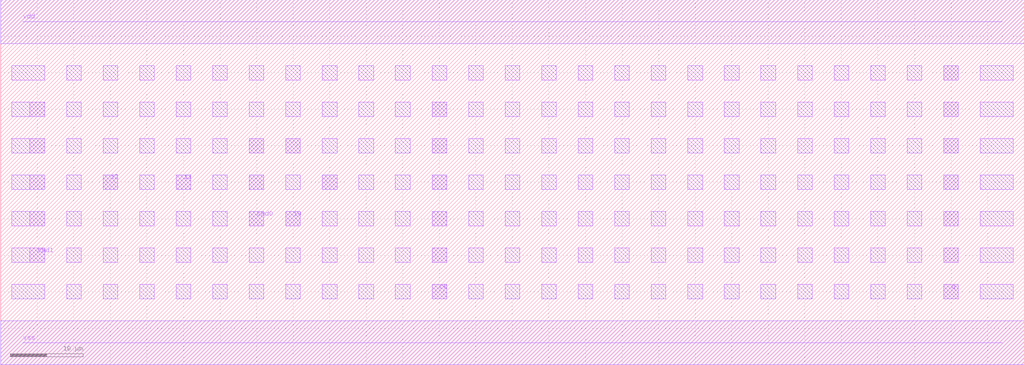
<source format=lef>

MACRO a2_x2
    CLASS     CORE ;
    ORIGIN    0.00 0.00 ;
    SIZE      25.00 BY 50.00 ;
    SYMMETRY  X Y ;
    SITE      core ;
    PIN q
        DIRECTION OUTPUT ;
        PORT
            LAYER L_ALU1 ;
            RECT 19.00 39.00 21.00 41.00 ;
            RECT 19.00 34.00 21.00 36.00 ;
            RECT 19.00 29.00 21.00 31.00 ;
            RECT 19.00 24.00 21.00 26.00 ;
            RECT 19.00 19.00 21.00 21.00 ;
            RECT 19.00 14.00 21.00 16.00 ;
            RECT 19.00 9.00 21.00 11.00 ;
        END
    END q
    PIN i0
        DIRECTION INPUT ;
        PORT
            LAYER L_ALU1 ;
            RECT 4.00 34.00 6.00 36.00 ;
            RECT 4.00 29.00 6.00 31.00 ;
            RECT 4.00 24.00 6.00 26.00 ;
            RECT 4.00 19.00 6.00 21.00 ;
            RECT 4.00 14.00 6.00 16.00 ;
        END
    END i0
    PIN i1
        DIRECTION INPUT ;
        PORT
            LAYER L_ALU1 ;
            RECT 14.00 39.00 16.00 41.00 ;
            RECT 14.00 34.00 16.00 36.00 ;
            RECT 14.00 29.00 16.00 31.00 ;
            RECT 14.00 24.00 16.00 26.00 ;
            RECT 14.00 19.00 16.00 21.00 ;
            RECT 14.00 14.00 16.00 16.00 ;
            RECT 14.00 9.00 16.00 11.00 ;
        END
    END i1
    PIN vdd
        DIRECTION INOUT ;
        USE power ;
        SHAPE ABUTMENT ;
        PORT
            LAYER L_ALU1 ;
            WIDTH 6.00 ;
            PATH 3.00 47.00 22.00 47.00 ;
        END
    END vdd
    PIN vss
        DIRECTION INOUT ;
        USE ground ;
        SHAPE ABUTMENT ;
        PORT
            LAYER L_ALU1 ;
            WIDTH 6.00 ;
            PATH 3.00 3.00 22.00 3.00 ;
        END
    END vss
    OBS
        LAYER L_ALU1 ;
        RECT 1.50 9.00 6.00 11.00 ;
        RECT 9.00 9.00 11.00 11.00 ;
        RECT 14.00 9.00 16.00 11.00 ;
        RECT 19.00 9.00 23.50 11.00 ;
        RECT 1.50 14.00 6.00 16.00 ;
        RECT 9.00 14.00 11.00 16.00 ;
        RECT 14.00 14.00 16.00 16.00 ;
        RECT 19.00 14.00 23.50 16.00 ;
        RECT 1.50 19.00 6.00 21.00 ;
        RECT 9.00 19.00 11.00 21.00 ;
        RECT 14.00 19.00 16.00 21.00 ;
        RECT 19.00 19.00 23.50 21.00 ;
        RECT 1.50 24.00 6.00 26.00 ;
        RECT 9.00 24.00 11.00 26.00 ;
        RECT 14.00 24.00 16.00 26.00 ;
        RECT 19.00 24.00 23.50 26.00 ;
        RECT 1.50 29.00 6.00 31.00 ;
        RECT 9.00 29.00 11.00 31.00 ;
        RECT 14.00 29.00 16.00 31.00 ;
        RECT 19.00 29.00 23.50 31.00 ;
        RECT 1.50 34.00 6.00 36.00 ;
        RECT 9.00 34.00 11.00 36.00 ;
        RECT 14.00 34.00 16.00 36.00 ;
        RECT 19.00 34.00 23.50 36.00 ;
        RECT 1.50 39.00 6.00 41.00 ;
        RECT 9.00 39.00 11.00 41.00 ;
        RECT 14.00 39.00 16.00 41.00 ;
        RECT 19.00 39.00 23.50 41.00 ;
    END
END a2_x2


MACRO a2_x4
    CLASS     CORE ;
    ORIGIN    0.00 0.00 ;
    SIZE      30.00 BY 50.00 ;
    SYMMETRY  X Y ;
    SITE      core ;
    PIN q
        DIRECTION OUTPUT ;
        PORT
            LAYER L_ALU1 ;
            RECT 19.00 39.00 21.00 41.00 ;
            RECT 19.00 34.00 21.00 36.00 ;
            RECT 19.00 29.00 21.00 31.00 ;
            RECT 19.00 24.00 21.00 26.00 ;
            RECT 19.00 19.00 21.00 21.00 ;
            RECT 19.00 14.00 21.00 16.00 ;
            RECT 19.00 9.00 21.00 11.00 ;
        END
    END q
    PIN i0
        DIRECTION INPUT ;
        PORT
            LAYER L_ALU1 ;
            RECT 4.00 34.00 6.00 36.00 ;
            RECT 4.00 29.00 6.00 31.00 ;
            RECT 4.00 24.00 6.00 26.00 ;
            RECT 4.00 19.00 6.00 21.00 ;
            RECT 4.00 14.00 6.00 16.00 ;
        END
    END i0
    PIN i1
        DIRECTION INPUT ;
        PORT
            LAYER L_ALU1 ;
            RECT 14.00 39.00 16.00 41.00 ;
            RECT 14.00 34.00 16.00 36.00 ;
            RECT 14.00 29.00 16.00 31.00 ;
            RECT 14.00 24.00 16.00 26.00 ;
            RECT 14.00 19.00 16.00 21.00 ;
            RECT 14.00 14.00 16.00 16.00 ;
            RECT 14.00 9.00 16.00 11.00 ;
        END
    END i1
    PIN vdd
        DIRECTION INOUT ;
        USE power ;
        SHAPE ABUTMENT ;
        PORT
            LAYER L_ALU1 ;
            WIDTH 6.00 ;
            PATH 3.00 47.00 27.00 47.00 ;
        END
    END vdd
    PIN vss
        DIRECTION INOUT ;
        USE ground ;
        SHAPE ABUTMENT ;
        PORT
            LAYER L_ALU1 ;
            WIDTH 6.00 ;
            PATH 3.00 3.00 27.00 3.00 ;
        END
    END vss
    OBS
        LAYER L_ALU1 ;
        RECT 1.50 9.00 6.00 11.00 ;
        RECT 9.00 9.00 11.00 11.00 ;
        RECT 14.00 9.00 16.00 11.00 ;
        RECT 19.00 9.00 21.00 11.00 ;
        RECT 24.00 9.00 28.50 11.00 ;
        RECT 1.50 14.00 6.00 16.00 ;
        RECT 9.00 14.00 11.00 16.00 ;
        RECT 14.00 14.00 16.00 16.00 ;
        RECT 19.00 14.00 21.00 16.00 ;
        RECT 24.00 14.00 28.50 16.00 ;
        RECT 1.50 19.00 6.00 21.00 ;
        RECT 9.00 19.00 11.00 21.00 ;
        RECT 14.00 19.00 16.00 21.00 ;
        RECT 19.00 19.00 21.00 21.00 ;
        RECT 24.00 19.00 28.50 21.00 ;
        RECT 1.50 24.00 6.00 26.00 ;
        RECT 9.00 24.00 11.00 26.00 ;
        RECT 14.00 24.00 16.00 26.00 ;
        RECT 19.00 24.00 21.00 26.00 ;
        RECT 24.00 24.00 28.50 26.00 ;
        RECT 1.50 29.00 6.00 31.00 ;
        RECT 9.00 29.00 11.00 31.00 ;
        RECT 14.00 29.00 16.00 31.00 ;
        RECT 19.00 29.00 21.00 31.00 ;
        RECT 24.00 29.00 28.50 31.00 ;
        RECT 1.50 34.00 6.00 36.00 ;
        RECT 9.00 34.00 11.00 36.00 ;
        RECT 14.00 34.00 16.00 36.00 ;
        RECT 19.00 34.00 21.00 36.00 ;
        RECT 24.00 34.00 28.50 36.00 ;
        RECT 1.50 39.00 6.00 41.00 ;
        RECT 9.00 39.00 11.00 41.00 ;
        RECT 14.00 39.00 16.00 41.00 ;
        RECT 19.00 39.00 21.00 41.00 ;
        RECT 24.00 39.00 28.50 41.00 ;
    END
END a2_x4


MACRO a3_x2
    CLASS     CORE ;
    ORIGIN    0.00 0.00 ;
    SIZE      30.00 BY 50.00 ;
    SYMMETRY  X Y ;
    SITE      core ;
    PIN q
        DIRECTION OUTPUT ;
        PORT
            LAYER L_ALU1 ;
            RECT 24.00 39.00 26.00 41.00 ;
            RECT 24.00 34.00 26.00 36.00 ;
            RECT 24.00 29.00 26.00 31.00 ;
            RECT 24.00 24.00 26.00 26.00 ;
            RECT 24.00 19.00 26.00 21.00 ;
            RECT 24.00 14.00 26.00 16.00 ;
            RECT 24.00 9.00 26.00 11.00 ;
        END
    END q
    PIN i2
        DIRECTION INPUT ;
        PORT
            LAYER L_ALU1 ;
            RECT 14.00 34.00 16.00 36.00 ;
            RECT 14.00 29.00 16.00 31.00 ;
            RECT 14.00 24.00 16.00 26.00 ;
            RECT 14.00 19.00 16.00 21.00 ;
            RECT 14.00 14.00 16.00 16.00 ;
        END
    END i2
    PIN i0
        DIRECTION INPUT ;
        PORT
            LAYER L_ALU1 ;
            RECT 4.00 34.00 6.00 36.00 ;
            RECT 4.00 29.00 6.00 31.00 ;
            RECT 4.00 24.00 6.00 26.00 ;
            RECT 4.00 19.00 6.00 21.00 ;
            RECT 4.00 14.00 6.00 16.00 ;
        END
    END i0
    PIN i1
        DIRECTION INPUT ;
        PORT
            LAYER L_ALU1 ;
            RECT 9.00 34.00 11.00 36.00 ;
            RECT 9.00 29.00 11.00 31.00 ;
            RECT 9.00 24.00 11.00 26.00 ;
            RECT 9.00 19.00 11.00 21.00 ;
            RECT 9.00 14.00 11.00 16.00 ;
        END
    END i1
    PIN vdd
        DIRECTION INOUT ;
        USE power ;
        SHAPE ABUTMENT ;
        PORT
            LAYER L_ALU1 ;
            WIDTH 6.00 ;
            PATH 3.00 47.00 27.00 47.00 ;
        END
    END vdd
    PIN vss
        DIRECTION INOUT ;
        USE ground ;
        SHAPE ABUTMENT ;
        PORT
            LAYER L_ALU1 ;
            WIDTH 6.00 ;
            PATH 3.00 3.00 27.00 3.00 ;
        END
    END vss
    OBS
        LAYER L_ALU1 ;
        RECT 1.50 9.00 6.00 11.00 ;
        RECT 9.00 9.00 11.00 11.00 ;
        RECT 14.00 9.00 16.00 11.00 ;
        RECT 19.00 9.00 21.00 11.00 ;
        RECT 24.00 9.00 28.50 11.00 ;
        RECT 1.50 14.00 6.00 16.00 ;
        RECT 9.00 14.00 11.00 16.00 ;
        RECT 14.00 14.00 16.00 16.00 ;
        RECT 19.00 14.00 21.00 16.00 ;
        RECT 24.00 14.00 28.50 16.00 ;
        RECT 1.50 19.00 6.00 21.00 ;
        RECT 9.00 19.00 11.00 21.00 ;
        RECT 14.00 19.00 16.00 21.00 ;
        RECT 19.00 19.00 21.00 21.00 ;
        RECT 24.00 19.00 28.50 21.00 ;
        RECT 1.50 24.00 6.00 26.00 ;
        RECT 9.00 24.00 11.00 26.00 ;
        RECT 14.00 24.00 16.00 26.00 ;
        RECT 19.00 24.00 21.00 26.00 ;
        RECT 24.00 24.00 28.50 26.00 ;
        RECT 1.50 29.00 6.00 31.00 ;
        RECT 9.00 29.00 11.00 31.00 ;
        RECT 14.00 29.00 16.00 31.00 ;
        RECT 19.00 29.00 21.00 31.00 ;
        RECT 24.00 29.00 28.50 31.00 ;
        RECT 1.50 34.00 6.00 36.00 ;
        RECT 9.00 34.00 11.00 36.00 ;
        RECT 14.00 34.00 16.00 36.00 ;
        RECT 19.00 34.00 21.00 36.00 ;
        RECT 24.00 34.00 28.50 36.00 ;
        RECT 1.50 39.00 6.00 41.00 ;
        RECT 9.00 39.00 11.00 41.00 ;
        RECT 14.00 39.00 16.00 41.00 ;
        RECT 19.00 39.00 21.00 41.00 ;
        RECT 24.00 39.00 28.50 41.00 ;
    END
END a3_x2


MACRO a3_x4
    CLASS     CORE ;
    ORIGIN    0.00 0.00 ;
    SIZE      35.00 BY 50.00 ;
    SYMMETRY  X Y ;
    SITE      core ;
    PIN q
        DIRECTION OUTPUT ;
        PORT
            LAYER L_ALU1 ;
            RECT 24.00 39.00 26.00 41.00 ;
            RECT 24.00 34.00 26.00 36.00 ;
            RECT 24.00 29.00 26.00 31.00 ;
            RECT 24.00 24.00 26.00 26.00 ;
            RECT 24.00 19.00 26.00 21.00 ;
            RECT 24.00 14.00 26.00 16.00 ;
            RECT 24.00 9.00 26.00 11.00 ;
        END
    END q
    PIN i0
        DIRECTION INPUT ;
        PORT
            LAYER L_ALU1 ;
            RECT 4.00 34.00 6.00 36.00 ;
            RECT 4.00 29.00 6.00 31.00 ;
            RECT 4.00 24.00 6.00 26.00 ;
            RECT 4.00 19.00 6.00 21.00 ;
            RECT 4.00 14.00 6.00 16.00 ;
        END
    END i0
    PIN i1
        DIRECTION INPUT ;
        PORT
            LAYER L_ALU1 ;
            RECT 9.00 34.00 11.00 36.00 ;
            RECT 9.00 29.00 11.00 31.00 ;
            RECT 9.00 24.00 11.00 26.00 ;
            RECT 9.00 19.00 11.00 21.00 ;
            RECT 9.00 14.00 11.00 16.00 ;
        END
    END i1
    PIN i2
        DIRECTION INPUT ;
        PORT
            LAYER L_ALU1 ;
            RECT 14.00 34.00 16.00 36.00 ;
            RECT 14.00 29.00 16.00 31.00 ;
            RECT 14.00 24.00 16.00 26.00 ;
            RECT 14.00 19.00 16.00 21.00 ;
            RECT 14.00 14.00 16.00 16.00 ;
        END
    END i2
    PIN vdd
        DIRECTION INOUT ;
        USE power ;
        SHAPE ABUTMENT ;
        PORT
            LAYER L_ALU1 ;
            WIDTH 6.00 ;
            PATH 3.00 47.00 32.00 47.00 ;
        END
    END vdd
    PIN vss
        DIRECTION INOUT ;
        USE ground ;
        SHAPE ABUTMENT ;
        PORT
            LAYER L_ALU1 ;
            WIDTH 6.00 ;
            PATH 3.00 3.00 32.00 3.00 ;
        END
    END vss
    OBS
        LAYER L_ALU1 ;
        RECT 1.50 9.00 6.00 11.00 ;
        RECT 9.00 9.00 11.00 11.00 ;
        RECT 14.00 9.00 16.00 11.00 ;
        RECT 19.00 9.00 21.00 11.00 ;
        RECT 24.00 9.00 26.00 11.00 ;
        RECT 29.00 9.00 33.50 11.00 ;
        RECT 1.50 14.00 6.00 16.00 ;
        RECT 9.00 14.00 11.00 16.00 ;
        RECT 14.00 14.00 16.00 16.00 ;
        RECT 19.00 14.00 21.00 16.00 ;
        RECT 24.00 14.00 26.00 16.00 ;
        RECT 29.00 14.00 33.50 16.00 ;
        RECT 1.50 19.00 6.00 21.00 ;
        RECT 9.00 19.00 11.00 21.00 ;
        RECT 14.00 19.00 16.00 21.00 ;
        RECT 19.00 19.00 21.00 21.00 ;
        RECT 24.00 19.00 26.00 21.00 ;
        RECT 29.00 19.00 33.50 21.00 ;
        RECT 1.50 24.00 6.00 26.00 ;
        RECT 9.00 24.00 11.00 26.00 ;
        RECT 14.00 24.00 16.00 26.00 ;
        RECT 19.00 24.00 21.00 26.00 ;
        RECT 24.00 24.00 26.00 26.00 ;
        RECT 29.00 24.00 33.50 26.00 ;
        RECT 1.50 29.00 6.00 31.00 ;
        RECT 9.00 29.00 11.00 31.00 ;
        RECT 14.00 29.00 16.00 31.00 ;
        RECT 19.00 29.00 21.00 31.00 ;
        RECT 24.00 29.00 26.00 31.00 ;
        RECT 29.00 29.00 33.50 31.00 ;
        RECT 1.50 34.00 6.00 36.00 ;
        RECT 9.00 34.00 11.00 36.00 ;
        RECT 14.00 34.00 16.00 36.00 ;
        RECT 19.00 34.00 21.00 36.00 ;
        RECT 24.00 34.00 26.00 36.00 ;
        RECT 29.00 34.00 33.50 36.00 ;
        RECT 1.50 39.00 6.00 41.00 ;
        RECT 9.00 39.00 11.00 41.00 ;
        RECT 14.00 39.00 16.00 41.00 ;
        RECT 19.00 39.00 21.00 41.00 ;
        RECT 24.00 39.00 26.00 41.00 ;
        RECT 29.00 39.00 33.50 41.00 ;
    END
END a3_x4


MACRO a4_x2
    CLASS     CORE ;
    ORIGIN    0.00 0.00 ;
    SIZE      35.00 BY 50.00 ;
    SYMMETRY  X Y ;
    SITE      core ;
    PIN q
        DIRECTION OUTPUT ;
        PORT
            LAYER L_ALU1 ;
            RECT 29.00 39.00 31.00 41.00 ;
            RECT 29.00 34.00 31.00 36.00 ;
            RECT 29.00 29.00 31.00 31.00 ;
            RECT 29.00 24.00 31.00 26.00 ;
            RECT 29.00 19.00 31.00 21.00 ;
            RECT 29.00 14.00 31.00 16.00 ;
            RECT 29.00 9.00 31.00 11.00 ;
        END
    END q
    PIN i0
        DIRECTION INPUT ;
        PORT
            LAYER L_ALU1 ;
            RECT 4.00 34.00 6.00 36.00 ;
            RECT 4.00 29.00 6.00 31.00 ;
            RECT 4.00 24.00 6.00 26.00 ;
            RECT 4.00 19.00 6.00 21.00 ;
            RECT 4.00 14.00 6.00 16.00 ;
            RECT 4.00 9.00 6.00 11.00 ;
        END
    END i0
    PIN i2
        DIRECTION INPUT ;
        PORT
            LAYER L_ALU1 ;
            RECT 14.00 34.00 16.00 36.00 ;
            RECT 14.00 29.00 16.00 31.00 ;
            RECT 14.00 24.00 16.00 26.00 ;
            RECT 14.00 19.00 16.00 21.00 ;
            RECT 14.00 14.00 16.00 16.00 ;
            RECT 14.00 9.00 16.00 11.00 ;
        END
    END i2
    PIN i1
        DIRECTION INPUT ;
        PORT
            LAYER L_ALU1 ;
            RECT 9.00 34.00 11.00 36.00 ;
            RECT 9.00 29.00 11.00 31.00 ;
            RECT 9.00 24.00 11.00 26.00 ;
            RECT 9.00 19.00 11.00 21.00 ;
            RECT 9.00 14.00 11.00 16.00 ;
            RECT 9.00 9.00 11.00 11.00 ;
        END
    END i1
    PIN i3
        DIRECTION INPUT ;
        PORT
            LAYER L_ALU1 ;
            RECT 19.00 34.00 21.00 36.00 ;
            RECT 19.00 29.00 21.00 31.00 ;
            RECT 19.00 24.00 21.00 26.00 ;
            RECT 19.00 19.00 21.00 21.00 ;
            RECT 19.00 14.00 21.00 16.00 ;
        END
    END i3
    PIN vdd
        DIRECTION INOUT ;
        USE power ;
        SHAPE ABUTMENT ;
        PORT
            LAYER L_ALU1 ;
            WIDTH 6.00 ;
            PATH 3.00 47.00 32.00 47.00 ;
        END
    END vdd
    PIN vss
        DIRECTION INOUT ;
        USE ground ;
        SHAPE ABUTMENT ;
        PORT
            LAYER L_ALU1 ;
            WIDTH 6.00 ;
            PATH 3.00 3.00 32.00 3.00 ;
        END
    END vss
    OBS
        LAYER L_ALU1 ;
        RECT 1.50 9.00 6.00 11.00 ;
        RECT 9.00 9.00 11.00 11.00 ;
        RECT 14.00 9.00 16.00 11.00 ;
        RECT 19.00 9.00 21.00 11.00 ;
        RECT 24.00 9.00 26.00 11.00 ;
        RECT 29.00 9.00 33.50 11.00 ;
        RECT 1.50 14.00 6.00 16.00 ;
        RECT 9.00 14.00 11.00 16.00 ;
        RECT 14.00 14.00 16.00 16.00 ;
        RECT 19.00 14.00 21.00 16.00 ;
        RECT 24.00 14.00 26.00 16.00 ;
        RECT 29.00 14.00 33.50 16.00 ;
        RECT 1.50 19.00 6.00 21.00 ;
        RECT 9.00 19.00 11.00 21.00 ;
        RECT 14.00 19.00 16.00 21.00 ;
        RECT 19.00 19.00 21.00 21.00 ;
        RECT 24.00 19.00 26.00 21.00 ;
        RECT 29.00 19.00 33.50 21.00 ;
        RECT 1.50 24.00 6.00 26.00 ;
        RECT 9.00 24.00 11.00 26.00 ;
        RECT 14.00 24.00 16.00 26.00 ;
        RECT 19.00 24.00 21.00 26.00 ;
        RECT 24.00 24.00 26.00 26.00 ;
        RECT 29.00 24.00 33.50 26.00 ;
        RECT 1.50 29.00 6.00 31.00 ;
        RECT 9.00 29.00 11.00 31.00 ;
        RECT 14.00 29.00 16.00 31.00 ;
        RECT 19.00 29.00 21.00 31.00 ;
        RECT 24.00 29.00 26.00 31.00 ;
        RECT 29.00 29.00 33.50 31.00 ;
        RECT 1.50 34.00 6.00 36.00 ;
        RECT 9.00 34.00 11.00 36.00 ;
        RECT 14.00 34.00 16.00 36.00 ;
        RECT 19.00 34.00 21.00 36.00 ;
        RECT 24.00 34.00 26.00 36.00 ;
        RECT 29.00 34.00 33.50 36.00 ;
        RECT 1.50 39.00 6.00 41.00 ;
        RECT 9.00 39.00 11.00 41.00 ;
        RECT 14.00 39.00 16.00 41.00 ;
        RECT 19.00 39.00 21.00 41.00 ;
        RECT 24.00 39.00 26.00 41.00 ;
        RECT 29.00 39.00 33.50 41.00 ;
    END
END a4_x2


MACRO a4_x4
    CLASS     CORE ;
    ORIGIN    0.00 0.00 ;
    SIZE      40.00 BY 50.00 ;
    SYMMETRY  X Y ;
    SITE      core ;
    PIN q
        DIRECTION OUTPUT ;
        PORT
            LAYER L_ALU1 ;
            RECT 29.00 39.00 31.00 41.00 ;
            RECT 29.00 34.00 31.00 36.00 ;
            RECT 29.00 29.00 31.00 31.00 ;
            RECT 29.00 24.00 31.00 26.00 ;
            RECT 29.00 19.00 31.00 21.00 ;
            RECT 29.00 14.00 31.00 16.00 ;
            RECT 29.00 9.00 31.00 11.00 ;
        END
    END q
    PIN i3
        DIRECTION INPUT ;
        PORT
            LAYER L_ALU1 ;
            RECT 19.00 34.00 21.00 36.00 ;
            RECT 19.00 29.00 21.00 31.00 ;
            RECT 19.00 24.00 21.00 26.00 ;
            RECT 19.00 19.00 21.00 21.00 ;
            RECT 19.00 14.00 21.00 16.00 ;
        END
    END i3
    PIN i1
        DIRECTION INPUT ;
        PORT
            LAYER L_ALU1 ;
            RECT 9.00 34.00 11.00 36.00 ;
            RECT 9.00 29.00 11.00 31.00 ;
            RECT 9.00 24.00 11.00 26.00 ;
            RECT 9.00 19.00 11.00 21.00 ;
            RECT 9.00 14.00 11.00 16.00 ;
            RECT 9.00 9.00 11.00 11.00 ;
        END
    END i1
    PIN i2
        DIRECTION INPUT ;
        PORT
            LAYER L_ALU1 ;
            RECT 14.00 34.00 16.00 36.00 ;
            RECT 14.00 29.00 16.00 31.00 ;
            RECT 14.00 24.00 16.00 26.00 ;
            RECT 14.00 19.00 16.00 21.00 ;
            RECT 14.00 14.00 16.00 16.00 ;
            RECT 14.00 9.00 16.00 11.00 ;
        END
    END i2
    PIN i0
        DIRECTION INPUT ;
        PORT
            LAYER L_ALU1 ;
            RECT 4.00 34.00 6.00 36.00 ;
            RECT 4.00 29.00 6.00 31.00 ;
            RECT 4.00 24.00 6.00 26.00 ;
            RECT 4.00 19.00 6.00 21.00 ;
            RECT 4.00 14.00 6.00 16.00 ;
            RECT 4.00 9.00 6.00 11.00 ;
        END
    END i0
    PIN vdd
        DIRECTION INOUT ;
        USE power ;
        SHAPE ABUTMENT ;
        PORT
            LAYER L_ALU1 ;
            WIDTH 6.00 ;
            PATH 3.00 47.00 37.00 47.00 ;
        END
    END vdd
    PIN vss
        DIRECTION INOUT ;
        USE ground ;
        SHAPE ABUTMENT ;
        PORT
            LAYER L_ALU1 ;
            WIDTH 6.00 ;
            PATH 3.00 3.00 37.00 3.00 ;
        END
    END vss
    OBS
        LAYER L_ALU1 ;
        RECT 1.50 9.00 6.00 11.00 ;
        RECT 9.00 9.00 11.00 11.00 ;
        RECT 14.00 9.00 16.00 11.00 ;
        RECT 19.00 9.00 21.00 11.00 ;
        RECT 24.00 9.00 26.00 11.00 ;
        RECT 29.00 9.00 31.00 11.00 ;
        RECT 34.00 9.00 38.50 11.00 ;
        RECT 1.50 14.00 6.00 16.00 ;
        RECT 9.00 14.00 11.00 16.00 ;
        RECT 14.00 14.00 16.00 16.00 ;
        RECT 19.00 14.00 21.00 16.00 ;
        RECT 24.00 14.00 26.00 16.00 ;
        RECT 29.00 14.00 31.00 16.00 ;
        RECT 34.00 14.00 38.50 16.00 ;
        RECT 1.50 19.00 6.00 21.00 ;
        RECT 9.00 19.00 11.00 21.00 ;
        RECT 14.00 19.00 16.00 21.00 ;
        RECT 19.00 19.00 21.00 21.00 ;
        RECT 24.00 19.00 26.00 21.00 ;
        RECT 29.00 19.00 31.00 21.00 ;
        RECT 34.00 19.00 38.50 21.00 ;
        RECT 1.50 24.00 6.00 26.00 ;
        RECT 9.00 24.00 11.00 26.00 ;
        RECT 14.00 24.00 16.00 26.00 ;
        RECT 19.00 24.00 21.00 26.00 ;
        RECT 24.00 24.00 26.00 26.00 ;
        RECT 29.00 24.00 31.00 26.00 ;
        RECT 34.00 24.00 38.50 26.00 ;
        RECT 1.50 29.00 6.00 31.00 ;
        RECT 9.00 29.00 11.00 31.00 ;
        RECT 14.00 29.00 16.00 31.00 ;
        RECT 19.00 29.00 21.00 31.00 ;
        RECT 24.00 29.00 26.00 31.00 ;
        RECT 29.00 29.00 31.00 31.00 ;
        RECT 34.00 29.00 38.50 31.00 ;
        RECT 1.50 34.00 6.00 36.00 ;
        RECT 9.00 34.00 11.00 36.00 ;
        RECT 14.00 34.00 16.00 36.00 ;
        RECT 19.00 34.00 21.00 36.00 ;
        RECT 24.00 34.00 26.00 36.00 ;
        RECT 29.00 34.00 31.00 36.00 ;
        RECT 34.00 34.00 38.50 36.00 ;
        RECT 1.50 39.00 6.00 41.00 ;
        RECT 9.00 39.00 11.00 41.00 ;
        RECT 14.00 39.00 16.00 41.00 ;
        RECT 19.00 39.00 21.00 41.00 ;
        RECT 24.00 39.00 26.00 41.00 ;
        RECT 29.00 39.00 31.00 41.00 ;
        RECT 34.00 39.00 38.50 41.00 ;
    END
END a4_x4


MACRO an12_x1
    CLASS     CORE ;
    ORIGIN    0.00 0.00 ;
    SIZE      25.00 BY 50.00 ;
    SYMMETRY  X Y ;
    SITE      core ;
    PIN q
        DIRECTION OUTPUT ;
        PORT
            LAYER L_ALU1 ;
            RECT 4.00 14.00 6.00 16.00 ;
            RECT 4.00 9.00 6.00 11.00 ;
            LAYER L_ALU1 ;
            RECT 4.00 39.00 6.00 41.00 ;
            RECT 4.00 34.00 6.00 36.00 ;
            RECT 4.00 29.00 6.00 31.00 ;
            RECT 4.00 24.00 6.00 26.00 ;
        END
    END q
    PIN i1
        DIRECTION INPUT ;
        PORT
            LAYER L_ALU1 ;
            RECT 14.00 39.00 16.00 41.00 ;
            RECT 14.00 34.00 16.00 36.00 ;
            RECT 14.00 29.00 16.00 31.00 ;
            RECT 14.00 24.00 16.00 26.00 ;
            RECT 14.00 19.00 16.00 21.00 ;
            RECT 14.00 14.00 16.00 16.00 ;
            RECT 14.00 9.00 16.00 11.00 ;
        END
    END i1
    PIN i0
        DIRECTION INPUT ;
        PORT
            LAYER L_ALU1 ;
            RECT 9.00 39.00 11.00 41.00 ;
            RECT 9.00 34.00 11.00 36.00 ;
            RECT 9.00 29.00 11.00 31.00 ;
            RECT 9.00 24.00 11.00 26.00 ;
            RECT 9.00 19.00 11.00 21.00 ;
            RECT 9.00 14.00 11.00 16.00 ;
        END
    END i0
    PIN vdd
        DIRECTION INOUT ;
        USE power ;
        SHAPE ABUTMENT ;
        PORT
            LAYER L_ALU1 ;
            WIDTH 6.00 ;
            PATH 3.00 47.00 22.00 47.00 ;
        END
    END vdd
    PIN vss
        DIRECTION INOUT ;
        USE ground ;
        SHAPE ABUTMENT ;
        PORT
            LAYER L_ALU1 ;
            WIDTH 6.00 ;
            PATH 3.00 3.00 22.00 3.00 ;
        END
    END vss
    OBS
        LAYER L_ALU1 ;
        RECT 1.50 9.00 6.00 11.00 ;
        RECT 9.00 9.00 11.00 11.00 ;
        RECT 14.00 9.00 16.00 11.00 ;
        RECT 19.00 9.00 23.50 11.00 ;
        RECT 1.50 14.00 6.00 16.00 ;
        RECT 9.00 14.00 11.00 16.00 ;
        RECT 14.00 14.00 16.00 16.00 ;
        RECT 19.00 14.00 23.50 16.00 ;
        RECT 1.50 19.00 6.00 21.00 ;
        RECT 9.00 19.00 11.00 21.00 ;
        RECT 14.00 19.00 16.00 21.00 ;
        RECT 19.00 19.00 23.50 21.00 ;
        RECT 1.50 24.00 6.00 26.00 ;
        RECT 9.00 24.00 11.00 26.00 ;
        RECT 14.00 24.00 16.00 26.00 ;
        RECT 19.00 24.00 23.50 26.00 ;
        RECT 1.50 29.00 6.00 31.00 ;
        RECT 9.00 29.00 11.00 31.00 ;
        RECT 14.00 29.00 16.00 31.00 ;
        RECT 19.00 29.00 23.50 31.00 ;
        RECT 1.50 34.00 6.00 36.00 ;
        RECT 9.00 34.00 11.00 36.00 ;
        RECT 14.00 34.00 16.00 36.00 ;
        RECT 19.00 34.00 23.50 36.00 ;
        RECT 1.50 39.00 6.00 41.00 ;
        RECT 9.00 39.00 11.00 41.00 ;
        RECT 14.00 39.00 16.00 41.00 ;
        RECT 19.00 39.00 23.50 41.00 ;
    END
END an12_x1


MACRO an12_x4
    CLASS     CORE ;
    ORIGIN    0.00 0.00 ;
    SIZE      40.00 BY 50.00 ;
    SYMMETRY  X Y ;
    SITE      core ;
    PIN q
        DIRECTION OUTPUT ;
        PORT
            LAYER L_ALU1 ;
            RECT 29.00 39.00 31.00 41.00 ;
            RECT 29.00 34.00 31.00 36.00 ;
            RECT 29.00 29.00 31.00 31.00 ;
            RECT 29.00 24.00 31.00 26.00 ;
            RECT 29.00 19.00 31.00 21.00 ;
            RECT 29.00 14.00 31.00 16.00 ;
            RECT 29.00 9.00 31.00 11.00 ;
        END
    END q
    PIN i1
        DIRECTION INPUT ;
        PORT
            LAYER L_ALU1 ;
            RECT 24.00 39.00 26.00 41.00 ;
            RECT 24.00 34.00 26.00 36.00 ;
            RECT 24.00 29.00 26.00 31.00 ;
            RECT 24.00 24.00 26.00 26.00 ;
            RECT 24.00 19.00 26.00 21.00 ;
            RECT 24.00 14.00 26.00 16.00 ;
            RECT 24.00 9.00 26.00 11.00 ;
        END
    END i1
    PIN i0
        DIRECTION INPUT ;
        PORT
            LAYER L_ALU1 ;
            RECT 9.00 39.00 11.00 41.00 ;
            RECT 9.00 34.00 11.00 36.00 ;
            RECT 9.00 29.00 11.00 31.00 ;
            RECT 9.00 24.00 11.00 26.00 ;
            RECT 9.00 19.00 11.00 21.00 ;
            RECT 9.00 14.00 11.00 16.00 ;
            RECT 9.00 9.00 11.00 11.00 ;
        END
    END i0
    PIN vdd
        DIRECTION INOUT ;
        USE power ;
        SHAPE ABUTMENT ;
        PORT
            LAYER L_ALU1 ;
            WIDTH 6.00 ;
            PATH 3.00 47.00 37.00 47.00 ;
        END
    END vdd
    PIN vss
        DIRECTION INOUT ;
        USE ground ;
        SHAPE ABUTMENT ;
        PORT
            LAYER L_ALU1 ;
            WIDTH 6.00 ;
            PATH 3.00 3.00 37.00 3.00 ;
        END
    END vss
    OBS
        LAYER L_ALU1 ;
        RECT 1.50 9.00 6.00 11.00 ;
        RECT 9.00 9.00 11.00 11.00 ;
        RECT 14.00 9.00 16.00 11.00 ;
        RECT 19.00 9.00 21.00 11.00 ;
        RECT 24.00 9.00 26.00 11.00 ;
        RECT 29.00 9.00 31.00 11.00 ;
        RECT 34.00 9.00 38.50 11.00 ;
        RECT 1.50 14.00 6.00 16.00 ;
        RECT 9.00 14.00 11.00 16.00 ;
        RECT 14.00 14.00 16.00 16.00 ;
        RECT 19.00 14.00 21.00 16.00 ;
        RECT 24.00 14.00 26.00 16.00 ;
        RECT 29.00 14.00 31.00 16.00 ;
        RECT 34.00 14.00 38.50 16.00 ;
        RECT 1.50 19.00 6.00 21.00 ;
        RECT 9.00 19.00 11.00 21.00 ;
        RECT 14.00 19.00 16.00 21.00 ;
        RECT 19.00 19.00 21.00 21.00 ;
        RECT 24.00 19.00 26.00 21.00 ;
        RECT 29.00 19.00 31.00 21.00 ;
        RECT 34.00 19.00 38.50 21.00 ;
        RECT 1.50 24.00 6.00 26.00 ;
        RECT 9.00 24.00 11.00 26.00 ;
        RECT 14.00 24.00 16.00 26.00 ;
        RECT 19.00 24.00 21.00 26.00 ;
        RECT 24.00 24.00 26.00 26.00 ;
        RECT 29.00 24.00 31.00 26.00 ;
        RECT 34.00 24.00 38.50 26.00 ;
        RECT 1.50 29.00 6.00 31.00 ;
        RECT 9.00 29.00 11.00 31.00 ;
        RECT 14.00 29.00 16.00 31.00 ;
        RECT 19.00 29.00 21.00 31.00 ;
        RECT 24.00 29.00 26.00 31.00 ;
        RECT 29.00 29.00 31.00 31.00 ;
        RECT 34.00 29.00 38.50 31.00 ;
        RECT 1.50 34.00 6.00 36.00 ;
        RECT 9.00 34.00 11.00 36.00 ;
        RECT 14.00 34.00 16.00 36.00 ;
        RECT 19.00 34.00 21.00 36.00 ;
        RECT 24.00 34.00 26.00 36.00 ;
        RECT 29.00 34.00 31.00 36.00 ;
        RECT 34.00 34.00 38.50 36.00 ;
        RECT 1.50 39.00 6.00 41.00 ;
        RECT 9.00 39.00 11.00 41.00 ;
        RECT 14.00 39.00 16.00 41.00 ;
        RECT 19.00 39.00 21.00 41.00 ;
        RECT 24.00 39.00 26.00 41.00 ;
        RECT 29.00 39.00 31.00 41.00 ;
        RECT 34.00 39.00 38.50 41.00 ;
    END
END an12_x4


MACRO ao22_x2
    CLASS     CORE ;
    ORIGIN    0.00 0.00 ;
    SIZE      30.00 BY 50.00 ;
    SYMMETRY  X Y ;
    SITE      core ;
    PIN q
        DIRECTION OUTPUT ;
        PORT
            LAYER L_ALU1 ;
            RECT 24.00 39.00 26.00 41.00 ;
            RECT 24.00 34.00 26.00 36.00 ;
            RECT 24.00 29.00 26.00 31.00 ;
            RECT 24.00 24.00 26.00 26.00 ;
            RECT 24.00 19.00 26.00 21.00 ;
            RECT 24.00 14.00 26.00 16.00 ;
            RECT 24.00 9.00 26.00 11.00 ;
        END
    END q
    PIN i0
        DIRECTION INPUT ;
        PORT
            LAYER L_ALU1 ;
            RECT 4.00 39.00 6.00 41.00 ;
            RECT 4.00 34.00 6.00 36.00 ;
            RECT 4.00 29.00 6.00 31.00 ;
            RECT 4.00 24.00 6.00 26.00 ;
            RECT 4.00 19.00 6.00 21.00 ;
        END
    END i0
    PIN i1
        DIRECTION INPUT ;
        PORT
            LAYER L_ALU1 ;
            RECT 9.00 39.00 11.00 41.00 ;
            RECT 9.00 34.00 11.00 36.00 ;
            RECT 9.00 29.00 11.00 31.00 ;
            RECT 9.00 24.00 11.00 26.00 ;
            RECT 9.00 19.00 11.00 21.00 ;
        END
    END i1
    PIN i2
        DIRECTION INPUT ;
        PORT
            LAYER L_ALU1 ;
            RECT 19.00 39.00 21.00 41.00 ;
            RECT 19.00 34.00 21.00 36.00 ;
            RECT 19.00 29.00 21.00 31.00 ;
            RECT 19.00 24.00 21.00 26.00 ;
            RECT 19.00 19.00 21.00 21.00 ;
            RECT 19.00 14.00 21.00 16.00 ;
            RECT 19.00 9.00 21.00 11.00 ;
        END
    END i2
    PIN vdd
        DIRECTION INOUT ;
        USE power ;
        SHAPE ABUTMENT ;
        PORT
            LAYER L_ALU1 ;
            WIDTH 6.00 ;
            PATH 3.00 47.00 27.00 47.00 ;
        END
    END vdd
    PIN vss
        DIRECTION INOUT ;
        USE ground ;
        SHAPE ABUTMENT ;
        PORT
            LAYER L_ALU1 ;
            WIDTH 6.00 ;
            PATH 3.00 3.00 27.00 3.00 ;
        END
    END vss
    OBS
        LAYER L_ALU1 ;
        RECT 1.50 9.00 6.00 11.00 ;
        RECT 9.00 9.00 11.00 11.00 ;
        RECT 14.00 9.00 16.00 11.00 ;
        RECT 19.00 9.00 21.00 11.00 ;
        RECT 24.00 9.00 28.50 11.00 ;
        RECT 1.50 14.00 6.00 16.00 ;
        RECT 9.00 14.00 11.00 16.00 ;
        RECT 14.00 14.00 16.00 16.00 ;
        RECT 19.00 14.00 21.00 16.00 ;
        RECT 24.00 14.00 28.50 16.00 ;
        RECT 1.50 19.00 6.00 21.00 ;
        RECT 9.00 19.00 11.00 21.00 ;
        RECT 14.00 19.00 16.00 21.00 ;
        RECT 19.00 19.00 21.00 21.00 ;
        RECT 24.00 19.00 28.50 21.00 ;
        RECT 1.50 24.00 6.00 26.00 ;
        RECT 9.00 24.00 11.00 26.00 ;
        RECT 14.00 24.00 16.00 26.00 ;
        RECT 19.00 24.00 21.00 26.00 ;
        RECT 24.00 24.00 28.50 26.00 ;
        RECT 1.50 29.00 6.00 31.00 ;
        RECT 9.00 29.00 11.00 31.00 ;
        RECT 14.00 29.00 16.00 31.00 ;
        RECT 19.00 29.00 21.00 31.00 ;
        RECT 24.00 29.00 28.50 31.00 ;
        RECT 1.50 34.00 6.00 36.00 ;
        RECT 9.00 34.00 11.00 36.00 ;
        RECT 14.00 34.00 16.00 36.00 ;
        RECT 19.00 34.00 21.00 36.00 ;
        RECT 24.00 34.00 28.50 36.00 ;
        RECT 1.50 39.00 6.00 41.00 ;
        RECT 9.00 39.00 11.00 41.00 ;
        RECT 14.00 39.00 16.00 41.00 ;
        RECT 19.00 39.00 21.00 41.00 ;
        RECT 24.00 39.00 28.50 41.00 ;
    END
END ao22_x2


MACRO ao22_x4
    CLASS     CORE ;
    ORIGIN    0.00 0.00 ;
    SIZE      40.00 BY 50.00 ;
    SYMMETRY  X Y ;
    SITE      core ;
    PIN q
        DIRECTION OUTPUT ;
        PORT
            LAYER L_ALU1 ;
            RECT 29.00 39.00 31.00 41.00 ;
            RECT 29.00 34.00 31.00 36.00 ;
            RECT 29.00 29.00 31.00 31.00 ;
            RECT 29.00 24.00 31.00 26.00 ;
            RECT 29.00 19.00 31.00 21.00 ;
            RECT 29.00 14.00 31.00 16.00 ;
            RECT 29.00 9.00 31.00 11.00 ;
        END
    END q
    PIN i2
        DIRECTION INPUT ;
        PORT
            LAYER L_ALU1 ;
            RECT 19.00 39.00 21.00 41.00 ;
            RECT 19.00 34.00 21.00 36.00 ;
            RECT 19.00 29.00 21.00 31.00 ;
            RECT 19.00 24.00 21.00 26.00 ;
            RECT 19.00 19.00 21.00 21.00 ;
            RECT 19.00 14.00 21.00 16.00 ;
            RECT 19.00 9.00 21.00 11.00 ;
        END
    END i2
    PIN i0
        DIRECTION INPUT ;
        PORT
            LAYER L_ALU1 ;
            RECT 4.00 39.00 6.00 41.00 ;
            RECT 4.00 34.00 6.00 36.00 ;
            RECT 4.00 29.00 6.00 31.00 ;
            RECT 4.00 24.00 6.00 26.00 ;
            RECT 4.00 19.00 6.00 21.00 ;
        END
    END i0
    PIN i1
        DIRECTION INPUT ;
        PORT
            LAYER L_ALU1 ;
            RECT 9.00 39.00 11.00 41.00 ;
            RECT 9.00 34.00 11.00 36.00 ;
            RECT 9.00 29.00 11.00 31.00 ;
            RECT 9.00 24.00 11.00 26.00 ;
            RECT 9.00 19.00 11.00 21.00 ;
        END
    END i1
    PIN vdd
        DIRECTION INOUT ;
        USE power ;
        SHAPE ABUTMENT ;
        PORT
            LAYER L_ALU1 ;
            WIDTH 6.00 ;
            PATH 3.00 47.00 37.00 47.00 ;
        END
    END vdd
    PIN vss
        DIRECTION INOUT ;
        USE ground ;
        SHAPE ABUTMENT ;
        PORT
            LAYER L_ALU1 ;
            WIDTH 6.00 ;
            PATH 3.00 3.00 37.00 3.00 ;
        END
    END vss
    OBS
        LAYER L_ALU1 ;
        RECT 1.50 9.00 6.00 11.00 ;
        RECT 9.00 9.00 11.00 11.00 ;
        RECT 14.00 9.00 16.00 11.00 ;
        RECT 19.00 9.00 21.00 11.00 ;
        RECT 24.00 9.00 26.00 11.00 ;
        RECT 29.00 9.00 31.00 11.00 ;
        RECT 34.00 9.00 38.50 11.00 ;
        RECT 1.50 14.00 6.00 16.00 ;
        RECT 9.00 14.00 11.00 16.00 ;
        RECT 14.00 14.00 16.00 16.00 ;
        RECT 19.00 14.00 21.00 16.00 ;
        RECT 24.00 14.00 26.00 16.00 ;
        RECT 29.00 14.00 31.00 16.00 ;
        RECT 34.00 14.00 38.50 16.00 ;
        RECT 1.50 19.00 6.00 21.00 ;
        RECT 9.00 19.00 11.00 21.00 ;
        RECT 14.00 19.00 16.00 21.00 ;
        RECT 19.00 19.00 21.00 21.00 ;
        RECT 24.00 19.00 26.00 21.00 ;
        RECT 29.00 19.00 31.00 21.00 ;
        RECT 34.00 19.00 38.50 21.00 ;
        RECT 1.50 24.00 6.00 26.00 ;
        RECT 9.00 24.00 11.00 26.00 ;
        RECT 14.00 24.00 16.00 26.00 ;
        RECT 19.00 24.00 21.00 26.00 ;
        RECT 24.00 24.00 26.00 26.00 ;
        RECT 29.00 24.00 31.00 26.00 ;
        RECT 34.00 24.00 38.50 26.00 ;
        RECT 1.50 29.00 6.00 31.00 ;
        RECT 9.00 29.00 11.00 31.00 ;
        RECT 14.00 29.00 16.00 31.00 ;
        RECT 19.00 29.00 21.00 31.00 ;
        RECT 24.00 29.00 26.00 31.00 ;
        RECT 29.00 29.00 31.00 31.00 ;
        RECT 34.00 29.00 38.50 31.00 ;
        RECT 1.50 34.00 6.00 36.00 ;
        RECT 9.00 34.00 11.00 36.00 ;
        RECT 14.00 34.00 16.00 36.00 ;
        RECT 19.00 34.00 21.00 36.00 ;
        RECT 24.00 34.00 26.00 36.00 ;
        RECT 29.00 34.00 31.00 36.00 ;
        RECT 34.00 34.00 38.50 36.00 ;
        RECT 1.50 39.00 6.00 41.00 ;
        RECT 9.00 39.00 11.00 41.00 ;
        RECT 14.00 39.00 16.00 41.00 ;
        RECT 19.00 39.00 21.00 41.00 ;
        RECT 24.00 39.00 26.00 41.00 ;
        RECT 29.00 39.00 31.00 41.00 ;
        RECT 34.00 39.00 38.50 41.00 ;
    END
END ao22_x4


MACRO ao2o22_x2
    CLASS     CORE ;
    ORIGIN    0.00 0.00 ;
    SIZE      45.00 BY 50.00 ;
    SYMMETRY  X Y ;
    SITE      core ;
    PIN q
        DIRECTION OUTPUT ;
        PORT
            LAYER L_ALU1 ;
            RECT 39.00 39.00 41.00 41.00 ;
            RECT 39.00 34.00 41.00 36.00 ;
            RECT 39.00 29.00 41.00 31.00 ;
            RECT 39.00 24.00 41.00 26.00 ;
            RECT 39.00 19.00 41.00 21.00 ;
            RECT 39.00 14.00 41.00 16.00 ;
            RECT 39.00 9.00 41.00 11.00 ;
        END
    END q
    PIN i3
        DIRECTION INPUT ;
        PORT
            LAYER L_ALU1 ;
            RECT 24.00 34.00 26.00 36.00 ;
            RECT 24.00 29.00 26.00 31.00 ;
            RECT 24.00 24.00 26.00 26.00 ;
            RECT 24.00 19.00 26.00 21.00 ;
            RECT 24.00 14.00 26.00 16.00 ;
        END
    END i3
    PIN i2
        DIRECTION INPUT ;
        PORT
            LAYER L_ALU1 ;
            RECT 19.00 34.00 21.00 36.00 ;
            RECT 19.00 29.00 21.00 31.00 ;
            RECT 19.00 24.00 21.00 26.00 ;
            RECT 19.00 19.00 21.00 21.00 ;
            RECT 19.00 14.00 21.00 16.00 ;
        END
    END i2
    PIN i1
        DIRECTION INPUT ;
        PORT
            LAYER L_ALU1 ;
            RECT 9.00 39.00 11.00 41.00 ;
            RECT 9.00 34.00 11.00 36.00 ;
            RECT 9.00 29.00 11.00 31.00 ;
            RECT 9.00 24.00 11.00 26.00 ;
            RECT 9.00 19.00 11.00 21.00 ;
        END
    END i1
    PIN i0
        DIRECTION INPUT ;
        PORT
            LAYER L_ALU1 ;
            RECT 4.00 39.00 6.00 41.00 ;
            RECT 4.00 34.00 6.00 36.00 ;
            RECT 4.00 29.00 6.00 31.00 ;
            RECT 4.00 24.00 6.00 26.00 ;
            RECT 4.00 19.00 6.00 21.00 ;
        END
    END i0
    PIN vdd
        DIRECTION INOUT ;
        USE power ;
        SHAPE ABUTMENT ;
        PORT
            LAYER L_ALU1 ;
            WIDTH 6.00 ;
            PATH 3.00 47.00 42.00 47.00 ;
        END
    END vdd
    PIN vss
        DIRECTION INOUT ;
        USE ground ;
        SHAPE ABUTMENT ;
        PORT
            LAYER L_ALU1 ;
            WIDTH 6.00 ;
            PATH 3.00 3.00 42.00 3.00 ;
        END
    END vss
    OBS
        LAYER L_ALU1 ;
        RECT 1.50 9.00 6.00 11.00 ;
        RECT 9.00 9.00 11.00 11.00 ;
        RECT 14.00 9.00 16.00 11.00 ;
        RECT 19.00 9.00 21.00 11.00 ;
        RECT 24.00 9.00 26.00 11.00 ;
        RECT 29.00 9.00 31.00 11.00 ;
        RECT 34.00 9.00 36.00 11.00 ;
        RECT 39.00 9.00 43.50 11.00 ;
        RECT 1.50 14.00 6.00 16.00 ;
        RECT 9.00 14.00 11.00 16.00 ;
        RECT 14.00 14.00 16.00 16.00 ;
        RECT 19.00 14.00 21.00 16.00 ;
        RECT 24.00 14.00 26.00 16.00 ;
        RECT 29.00 14.00 31.00 16.00 ;
        RECT 34.00 14.00 36.00 16.00 ;
        RECT 39.00 14.00 43.50 16.00 ;
        RECT 1.50 19.00 6.00 21.00 ;
        RECT 9.00 19.00 11.00 21.00 ;
        RECT 14.00 19.00 16.00 21.00 ;
        RECT 19.00 19.00 21.00 21.00 ;
        RECT 24.00 19.00 26.00 21.00 ;
        RECT 29.00 19.00 31.00 21.00 ;
        RECT 34.00 19.00 36.00 21.00 ;
        RECT 39.00 19.00 43.50 21.00 ;
        RECT 1.50 24.00 6.00 26.00 ;
        RECT 9.00 24.00 11.00 26.00 ;
        RECT 14.00 24.00 16.00 26.00 ;
        RECT 19.00 24.00 21.00 26.00 ;
        RECT 24.00 24.00 26.00 26.00 ;
        RECT 29.00 24.00 31.00 26.00 ;
        RECT 34.00 24.00 36.00 26.00 ;
        RECT 39.00 24.00 43.50 26.00 ;
        RECT 1.50 29.00 6.00 31.00 ;
        RECT 9.00 29.00 11.00 31.00 ;
        RECT 14.00 29.00 16.00 31.00 ;
        RECT 19.00 29.00 21.00 31.00 ;
        RECT 24.00 29.00 26.00 31.00 ;
        RECT 29.00 29.00 31.00 31.00 ;
        RECT 34.00 29.00 36.00 31.00 ;
        RECT 39.00 29.00 43.50 31.00 ;
        RECT 1.50 34.00 6.00 36.00 ;
        RECT 9.00 34.00 11.00 36.00 ;
        RECT 14.00 34.00 16.00 36.00 ;
        RECT 19.00 34.00 21.00 36.00 ;
        RECT 24.00 34.00 26.00 36.00 ;
        RECT 29.00 34.00 31.00 36.00 ;
        RECT 34.00 34.00 36.00 36.00 ;
        RECT 39.00 34.00 43.50 36.00 ;
        RECT 1.50 39.00 6.00 41.00 ;
        RECT 9.00 39.00 11.00 41.00 ;
        RECT 14.00 39.00 16.00 41.00 ;
        RECT 19.00 39.00 21.00 41.00 ;
        RECT 24.00 39.00 26.00 41.00 ;
        RECT 29.00 39.00 31.00 41.00 ;
        RECT 34.00 39.00 36.00 41.00 ;
        RECT 39.00 39.00 43.50 41.00 ;
    END
END ao2o22_x2


MACRO ao2o22_x4
    CLASS     CORE ;
    ORIGIN    0.00 0.00 ;
    SIZE      50.00 BY 50.00 ;
    SYMMETRY  X Y ;
    SITE      core ;
    PIN q
        DIRECTION OUTPUT ;
        PORT
            LAYER L_ALU1 ;
            RECT 39.00 39.00 41.00 41.00 ;
            RECT 39.00 34.00 41.00 36.00 ;
            RECT 39.00 29.00 41.00 31.00 ;
            RECT 39.00 24.00 41.00 26.00 ;
            RECT 39.00 19.00 41.00 21.00 ;
            RECT 39.00 14.00 41.00 16.00 ;
            RECT 39.00 9.00 41.00 11.00 ;
        END
    END q
    PIN i3
        DIRECTION INPUT ;
        PORT
            LAYER L_ALU1 ;
            RECT 24.00 34.00 26.00 36.00 ;
            RECT 24.00 29.00 26.00 31.00 ;
            RECT 24.00 24.00 26.00 26.00 ;
            RECT 24.00 19.00 26.00 21.00 ;
            RECT 24.00 14.00 26.00 16.00 ;
        END
    END i3
    PIN i2
        DIRECTION INPUT ;
        PORT
            LAYER L_ALU1 ;
            RECT 19.00 34.00 21.00 36.00 ;
            RECT 19.00 29.00 21.00 31.00 ;
            RECT 19.00 24.00 21.00 26.00 ;
            RECT 19.00 19.00 21.00 21.00 ;
            RECT 19.00 14.00 21.00 16.00 ;
        END
    END i2
    PIN i1
        DIRECTION INPUT ;
        PORT
            LAYER L_ALU1 ;
            RECT 9.00 39.00 11.00 41.00 ;
            RECT 9.00 34.00 11.00 36.00 ;
            RECT 9.00 29.00 11.00 31.00 ;
            RECT 9.00 24.00 11.00 26.00 ;
            RECT 9.00 19.00 11.00 21.00 ;
        END
    END i1
    PIN i0
        DIRECTION INPUT ;
        PORT
            LAYER L_ALU1 ;
            RECT 4.00 39.00 6.00 41.00 ;
            RECT 4.00 34.00 6.00 36.00 ;
            RECT 4.00 29.00 6.00 31.00 ;
            RECT 4.00 24.00 6.00 26.00 ;
            RECT 4.00 19.00 6.00 21.00 ;
        END
    END i0
    PIN vdd
        DIRECTION INOUT ;
        USE power ;
        SHAPE ABUTMENT ;
        PORT
            LAYER L_ALU1 ;
            WIDTH 6.00 ;
            PATH 3.00 47.00 47.00 47.00 ;
        END
    END vdd
    PIN vss
        DIRECTION INOUT ;
        USE ground ;
        SHAPE ABUTMENT ;
        PORT
            LAYER L_ALU1 ;
            WIDTH 6.00 ;
            PATH 3.00 3.00 47.00 3.00 ;
        END
    END vss
    OBS
        LAYER L_ALU1 ;
        RECT 1.50 9.00 6.00 11.00 ;
        RECT 9.00 9.00 11.00 11.00 ;
        RECT 14.00 9.00 16.00 11.00 ;
        RECT 19.00 9.00 21.00 11.00 ;
        RECT 24.00 9.00 26.00 11.00 ;
        RECT 29.00 9.00 31.00 11.00 ;
        RECT 34.00 9.00 36.00 11.00 ;
        RECT 39.00 9.00 41.00 11.00 ;
        RECT 44.00 9.00 48.50 11.00 ;
        RECT 1.50 14.00 6.00 16.00 ;
        RECT 9.00 14.00 11.00 16.00 ;
        RECT 14.00 14.00 16.00 16.00 ;
        RECT 19.00 14.00 21.00 16.00 ;
        RECT 24.00 14.00 26.00 16.00 ;
        RECT 29.00 14.00 31.00 16.00 ;
        RECT 34.00 14.00 36.00 16.00 ;
        RECT 39.00 14.00 41.00 16.00 ;
        RECT 44.00 14.00 48.50 16.00 ;
        RECT 1.50 19.00 6.00 21.00 ;
        RECT 9.00 19.00 11.00 21.00 ;
        RECT 14.00 19.00 16.00 21.00 ;
        RECT 19.00 19.00 21.00 21.00 ;
        RECT 24.00 19.00 26.00 21.00 ;
        RECT 29.00 19.00 31.00 21.00 ;
        RECT 34.00 19.00 36.00 21.00 ;
        RECT 39.00 19.00 41.00 21.00 ;
        RECT 44.00 19.00 48.50 21.00 ;
        RECT 1.50 24.00 6.00 26.00 ;
        RECT 9.00 24.00 11.00 26.00 ;
        RECT 14.00 24.00 16.00 26.00 ;
        RECT 19.00 24.00 21.00 26.00 ;
        RECT 24.00 24.00 26.00 26.00 ;
        RECT 29.00 24.00 31.00 26.00 ;
        RECT 34.00 24.00 36.00 26.00 ;
        RECT 39.00 24.00 41.00 26.00 ;
        RECT 44.00 24.00 48.50 26.00 ;
        RECT 1.50 29.00 6.00 31.00 ;
        RECT 9.00 29.00 11.00 31.00 ;
        RECT 14.00 29.00 16.00 31.00 ;
        RECT 19.00 29.00 21.00 31.00 ;
        RECT 24.00 29.00 26.00 31.00 ;
        RECT 29.00 29.00 31.00 31.00 ;
        RECT 34.00 29.00 36.00 31.00 ;
        RECT 39.00 29.00 41.00 31.00 ;
        RECT 44.00 29.00 48.50 31.00 ;
        RECT 1.50 34.00 6.00 36.00 ;
        RECT 9.00 34.00 11.00 36.00 ;
        RECT 14.00 34.00 16.00 36.00 ;
        RECT 19.00 34.00 21.00 36.00 ;
        RECT 24.00 34.00 26.00 36.00 ;
        RECT 29.00 34.00 31.00 36.00 ;
        RECT 34.00 34.00 36.00 36.00 ;
        RECT 39.00 34.00 41.00 36.00 ;
        RECT 44.00 34.00 48.50 36.00 ;
        RECT 1.50 39.00 6.00 41.00 ;
        RECT 9.00 39.00 11.00 41.00 ;
        RECT 14.00 39.00 16.00 41.00 ;
        RECT 19.00 39.00 21.00 41.00 ;
        RECT 24.00 39.00 26.00 41.00 ;
        RECT 29.00 39.00 31.00 41.00 ;
        RECT 34.00 39.00 36.00 41.00 ;
        RECT 39.00 39.00 41.00 41.00 ;
        RECT 44.00 39.00 48.50 41.00 ;
    END
END ao2o22_x4


MACRO buf_x2
    CLASS     CORE ;
    ORIGIN    0.00 0.00 ;
    SIZE      20.00 BY 50.00 ;
    SYMMETRY  X Y ;
    SITE      core ;
    PIN q
        DIRECTION OUTPUT ;
        PORT
            LAYER L_ALU1 ;
            RECT 14.00 39.00 16.00 41.00 ;
            RECT 14.00 34.00 16.00 36.00 ;
            RECT 14.00 29.00 16.00 31.00 ;
            RECT 14.00 24.00 16.00 26.00 ;
            RECT 14.00 19.00 16.00 21.00 ;
            RECT 14.00 14.00 16.00 16.00 ;
            RECT 14.00 9.00 16.00 11.00 ;
        END
    END q
    PIN i
        DIRECTION INPUT ;
        PORT
            LAYER L_ALU1 ;
            RECT 9.00 39.00 11.00 41.00 ;
            RECT 9.00 34.00 11.00 36.00 ;
            RECT 9.00 29.00 11.00 31.00 ;
            RECT 9.00 24.00 11.00 26.00 ;
            RECT 9.00 19.00 11.00 21.00 ;
            RECT 9.00 14.00 11.00 16.00 ;
            RECT 9.00 9.00 11.00 11.00 ;
        END
    END i
    PIN vdd
        DIRECTION INOUT ;
        USE power ;
        SHAPE ABUTMENT ;
        PORT
            LAYER L_ALU1 ;
            WIDTH 6.00 ;
            PATH 3.00 47.00 17.00 47.00 ;
        END
    END vdd
    PIN vss
        DIRECTION INOUT ;
        USE ground ;
        SHAPE ABUTMENT ;
        PORT
            LAYER L_ALU1 ;
            WIDTH 6.00 ;
            PATH 3.00 3.00 17.00 3.00 ;
        END
    END vss
    OBS
        LAYER L_ALU1 ;
        RECT 1.50 9.00 6.00 11.00 ;
        RECT 9.00 9.00 11.00 11.00 ;
        RECT 14.00 9.00 18.50 11.00 ;
        RECT 1.50 14.00 6.00 16.00 ;
        RECT 9.00 14.00 11.00 16.00 ;
        RECT 14.00 14.00 18.50 16.00 ;
        RECT 1.50 19.00 6.00 21.00 ;
        RECT 9.00 19.00 11.00 21.00 ;
        RECT 14.00 19.00 18.50 21.00 ;
        RECT 1.50 24.00 6.00 26.00 ;
        RECT 9.00 24.00 11.00 26.00 ;
        RECT 14.00 24.00 18.50 26.00 ;
        RECT 1.50 29.00 6.00 31.00 ;
        RECT 9.00 29.00 11.00 31.00 ;
        RECT 14.00 29.00 18.50 31.00 ;
        RECT 1.50 34.00 6.00 36.00 ;
        RECT 9.00 34.00 11.00 36.00 ;
        RECT 14.00 34.00 18.50 36.00 ;
        RECT 1.50 39.00 6.00 41.00 ;
        RECT 9.00 39.00 11.00 41.00 ;
        RECT 14.00 39.00 18.50 41.00 ;
    END
END buf_x2


MACRO buf_x4
    CLASS     CORE ;
    ORIGIN    0.00 0.00 ;
    SIZE      25.00 BY 50.00 ;
    SYMMETRY  X Y ;
    SITE      core ;
    PIN q
        DIRECTION OUTPUT ;
        PORT
            LAYER L_ALU1 ;
            RECT 14.00 39.00 16.00 41.00 ;
            RECT 14.00 34.00 16.00 36.00 ;
            RECT 14.00 29.00 16.00 31.00 ;
            RECT 14.00 24.00 16.00 26.00 ;
            RECT 14.00 19.00 16.00 21.00 ;
            RECT 14.00 14.00 16.00 16.00 ;
            RECT 14.00 9.00 16.00 11.00 ;
        END
    END q
    PIN i
        DIRECTION INPUT ;
        PORT
            LAYER L_ALU1 ;
            RECT 9.00 39.00 11.00 41.00 ;
            RECT 9.00 34.00 11.00 36.00 ;
            RECT 9.00 29.00 11.00 31.00 ;
            RECT 9.00 24.00 11.00 26.00 ;
            RECT 9.00 19.00 11.00 21.00 ;
            RECT 9.00 14.00 11.00 16.00 ;
            RECT 9.00 9.00 11.00 11.00 ;
        END
    END i
    PIN vdd
        DIRECTION INOUT ;
        USE power ;
        SHAPE ABUTMENT ;
        PORT
            LAYER L_ALU1 ;
            WIDTH 6.00 ;
            PATH 3.00 47.00 22.00 47.00 ;
        END
    END vdd
    PIN vss
        DIRECTION INOUT ;
        USE ground ;
        SHAPE ABUTMENT ;
        PORT
            LAYER L_ALU1 ;
            WIDTH 6.00 ;
            PATH 3.00 3.00 22.00 3.00 ;
        END
    END vss
    OBS
        LAYER L_ALU1 ;
        RECT 1.50 9.00 6.00 11.00 ;
        RECT 9.00 9.00 11.00 11.00 ;
        RECT 14.00 9.00 16.00 11.00 ;
        RECT 19.00 9.00 23.50 11.00 ;
        RECT 1.50 14.00 6.00 16.00 ;
        RECT 9.00 14.00 11.00 16.00 ;
        RECT 14.00 14.00 16.00 16.00 ;
        RECT 19.00 14.00 23.50 16.00 ;
        RECT 1.50 19.00 6.00 21.00 ;
        RECT 9.00 19.00 11.00 21.00 ;
        RECT 14.00 19.00 16.00 21.00 ;
        RECT 19.00 19.00 23.50 21.00 ;
        RECT 1.50 24.00 6.00 26.00 ;
        RECT 9.00 24.00 11.00 26.00 ;
        RECT 14.00 24.00 16.00 26.00 ;
        RECT 19.00 24.00 23.50 26.00 ;
        RECT 1.50 29.00 6.00 31.00 ;
        RECT 9.00 29.00 11.00 31.00 ;
        RECT 14.00 29.00 16.00 31.00 ;
        RECT 19.00 29.00 23.50 31.00 ;
        RECT 1.50 34.00 6.00 36.00 ;
        RECT 9.00 34.00 11.00 36.00 ;
        RECT 14.00 34.00 16.00 36.00 ;
        RECT 19.00 34.00 23.50 36.00 ;
        RECT 1.50 39.00 6.00 41.00 ;
        RECT 9.00 39.00 11.00 41.00 ;
        RECT 14.00 39.00 16.00 41.00 ;
        RECT 19.00 39.00 23.50 41.00 ;
    END
END buf_x4


MACRO buf_x8
    CLASS     CORE ;
    ORIGIN    0.00 0.00 ;
    SIZE      40.00 BY 50.00 ;
    SYMMETRY  X Y ;
    SITE      core ;
    PIN q
        DIRECTION OUTPUT ;
        PORT
            LAYER L_ALU1 ;
            RECT 14.00 39.00 16.00 41.00 ;
            RECT 14.00 34.00 16.00 36.00 ;
            RECT 14.00 29.00 16.00 31.00 ;
            RECT 14.00 24.00 16.00 26.00 ;
            RECT 14.00 19.00 16.00 21.00 ;
            RECT 14.00 14.00 16.00 16.00 ;
            RECT 14.00 9.00 16.00 11.00 ;
        END
    END q
    PIN i
        DIRECTION INPUT ;
        PORT
            LAYER L_ALU1 ;
            RECT 9.00 39.00 11.00 41.00 ;
            RECT 9.00 34.00 11.00 36.00 ;
            RECT 9.00 29.00 11.00 31.00 ;
            RECT 9.00 24.00 11.00 26.00 ;
            RECT 9.00 19.00 11.00 21.00 ;
            RECT 9.00 14.00 11.00 16.00 ;
            RECT 9.00 9.00 11.00 11.00 ;
        END
    END i
    PIN vdd
        DIRECTION INOUT ;
        USE power ;
        SHAPE ABUTMENT ;
        PORT
            LAYER L_ALU1 ;
            WIDTH 6.00 ;
            PATH 3.00 47.00 37.00 47.00 ;
        END
    END vdd
    PIN vss
        DIRECTION INOUT ;
        USE ground ;
        SHAPE ABUTMENT ;
        PORT
            LAYER L_ALU1 ;
            WIDTH 6.00 ;
            PATH 3.00 3.00 37.00 3.00 ;
        END
    END vss
    OBS
        LAYER L_ALU1 ;
        RECT 1.50 9.00 6.00 11.00 ;
        RECT 9.00 9.00 11.00 11.00 ;
        RECT 14.00 9.00 16.00 11.00 ;
        RECT 19.00 9.00 21.00 11.00 ;
        RECT 24.00 9.00 26.00 11.00 ;
        RECT 29.00 9.00 31.00 11.00 ;
        RECT 34.00 9.00 38.50 11.00 ;
        RECT 1.50 14.00 6.00 16.00 ;
        RECT 9.00 14.00 11.00 16.00 ;
        RECT 14.00 14.00 16.00 16.00 ;
        RECT 19.00 14.00 21.00 16.00 ;
        RECT 24.00 14.00 26.00 16.00 ;
        RECT 29.00 14.00 31.00 16.00 ;
        RECT 34.00 14.00 38.50 16.00 ;
        RECT 1.50 19.00 6.00 21.00 ;
        RECT 9.00 19.00 11.00 21.00 ;
        RECT 14.00 19.00 16.00 21.00 ;
        RECT 19.00 19.00 21.00 21.00 ;
        RECT 24.00 19.00 26.00 21.00 ;
        RECT 29.00 19.00 31.00 21.00 ;
        RECT 34.00 19.00 38.50 21.00 ;
        RECT 1.50 24.00 6.00 26.00 ;
        RECT 9.00 24.00 11.00 26.00 ;
        RECT 14.00 24.00 16.00 26.00 ;
        RECT 19.00 24.00 21.00 26.00 ;
        RECT 24.00 24.00 26.00 26.00 ;
        RECT 29.00 24.00 31.00 26.00 ;
        RECT 34.00 24.00 38.50 26.00 ;
        RECT 1.50 29.00 6.00 31.00 ;
        RECT 9.00 29.00 11.00 31.00 ;
        RECT 14.00 29.00 16.00 31.00 ;
        RECT 19.00 29.00 21.00 31.00 ;
        RECT 24.00 29.00 26.00 31.00 ;
        RECT 29.00 29.00 31.00 31.00 ;
        RECT 34.00 29.00 38.50 31.00 ;
        RECT 1.50 34.00 6.00 36.00 ;
        RECT 9.00 34.00 11.00 36.00 ;
        RECT 14.00 34.00 16.00 36.00 ;
        RECT 19.00 34.00 21.00 36.00 ;
        RECT 24.00 34.00 26.00 36.00 ;
        RECT 29.00 34.00 31.00 36.00 ;
        RECT 34.00 34.00 38.50 36.00 ;
        RECT 1.50 39.00 6.00 41.00 ;
        RECT 9.00 39.00 11.00 41.00 ;
        RECT 14.00 39.00 16.00 41.00 ;
        RECT 19.00 39.00 21.00 41.00 ;
        RECT 24.00 39.00 26.00 41.00 ;
        RECT 29.00 39.00 31.00 41.00 ;
        RECT 34.00 39.00 38.50 41.00 ;
    END
END buf_x8


MACRO fulladder_x2
    CLASS     CORE ;
    ORIGIN    0.00 0.00 ;
    SIZE      100.00 BY 50.00 ;
    SYMMETRY  X Y ;
    SITE      core ;
    PIN sout
        DIRECTION OUTPUT ;
        PORT
            LAYER L_ALU1 ;
            RECT 49.00 34.00 51.00 36.00 ;
            RECT 49.00 29.00 51.00 31.00 ;
            RECT 49.00 24.00 51.00 26.00 ;
            RECT 49.00 19.00 51.00 21.00 ;
            RECT 49.00 14.00 51.00 16.00 ;
            RECT 49.00 9.00 51.00 11.00 ;
        END
    END sout
    PIN cout
        DIRECTION OUTPUT ;
        PORT
            LAYER L_ALU1 ;
            RECT 39.00 14.00 41.00 16.00 ;
            RECT 39.00 9.00 41.00 11.00 ;
            LAYER L_ALU1 ;
            RECT 34.00 29.00 36.00 31.00 ;
            RECT 34.00 24.00 36.00 26.00 ;
            RECT 34.00 19.00 36.00 21.00 ;
            RECT 34.00 14.00 36.00 16.00 ;
        END
    END cout
    PIN b4
        DIRECTION INPUT ;
        PORT
            LAYER L_ALU1 ;
            RECT 94.00 34.00 96.00 36.00 ;
            RECT 94.00 29.00 96.00 31.00 ;
            RECT 94.00 24.00 96.00 26.00 ;
            RECT 94.00 19.00 96.00 21.00 ;
            RECT 94.00 14.00 96.00 16.00 ;
        END
    END b4
    PIN a4
        DIRECTION INPUT ;
        PORT
            LAYER L_ALU1 ;
            RECT 89.00 34.00 91.00 36.00 ;
            RECT 89.00 29.00 91.00 31.00 ;
            RECT 89.00 24.00 91.00 26.00 ;
            RECT 89.00 19.00 91.00 21.00 ;
            RECT 89.00 14.00 91.00 16.00 ;
        END
    END a4
    PIN b1
        DIRECTION INPUT ;
        PORT
            LAYER L_ALU1 ;
            RECT 9.00 34.00 11.00 36.00 ;
            RECT 9.00 29.00 11.00 31.00 ;
            RECT 9.00 24.00 11.00 26.00 ;
            RECT 9.00 19.00 11.00 21.00 ;
            RECT 9.00 14.00 11.00 16.00 ;
        END
    END b1
    PIN a1
        DIRECTION INPUT ;
        PORT
            LAYER L_ALU1 ;
            RECT 4.00 34.00 6.00 36.00 ;
            RECT 4.00 29.00 6.00 31.00 ;
            RECT 4.00 24.00 6.00 26.00 ;
            RECT 4.00 19.00 6.00 21.00 ;
            RECT 4.00 14.00 6.00 16.00 ;
            RECT 4.00 9.00 6.00 11.00 ;
        END
    END a1
    PIN cin3
        DIRECTION INPUT ;
        PORT
            LAYER L_ALU1 ;
            RECT 84.00 29.00 86.00 31.00 ;
            RECT 84.00 24.00 86.00 26.00 ;
            RECT 84.00 19.00 86.00 21.00 ;
            RECT 84.00 14.00 86.00 16.00 ;
        END
    END cin3
    PIN cin2
        DIRECTION INPUT ;
        PORT
            LAYER L_ALU1 ;
            RECT 69.00 29.00 71.00 31.00 ;
            RECT 69.00 24.00 71.00 26.00 ;
            RECT 69.00 19.00 71.00 21.00 ;
            RECT 69.00 14.00 71.00 16.00 ;
        END
    END cin2
    PIN b3
        DIRECTION INPUT ;
        PORT
            LAYER L_ALU1 ;
            RECT 64.00 29.00 66.00 31.00 ;
            RECT 64.00 24.00 66.00 26.00 ;
            RECT 64.00 19.00 66.00 21.00 ;
            RECT 64.00 14.00 66.00 16.00 ;
        END
    END b3
    PIN a3
        DIRECTION INPUT ;
        PORT
            LAYER L_ALU1 ;
            RECT 59.00 29.00 61.00 31.00 ;
            RECT 59.00 24.00 61.00 26.00 ;
            RECT 59.00 19.00 61.00 21.00 ;
            RECT 59.00 14.00 61.00 16.00 ;
        END
    END a3
    PIN b2
        DIRECTION INPUT ;
        PORT
            LAYER L_ALU1 ;
            RECT 29.00 29.00 31.00 31.00 ;
            RECT 29.00 24.00 31.00 26.00 ;
            RECT 29.00 19.00 31.00 21.00 ;
            RECT 29.00 14.00 31.00 16.00 ;
        END
    END b2
    PIN a2
        DIRECTION INPUT ;
        PORT
            LAYER L_ALU1 ;
            RECT 24.00 29.00 26.00 31.00 ;
            RECT 24.00 24.00 26.00 26.00 ;
            RECT 24.00 19.00 26.00 21.00 ;
            RECT 24.00 14.00 26.00 16.00 ;
        END
    END a2
    PIN cin1
        DIRECTION INPUT ;
        PORT
            LAYER L_ALU1 ;
            RECT 19.00 29.00 21.00 31.00 ;
            RECT 19.00 24.00 21.00 26.00 ;
            RECT 19.00 19.00 21.00 21.00 ;
            RECT 19.00 14.00 21.00 16.00 ;
        END
    END cin1
    PIN vdd
        DIRECTION INOUT ;
        USE power ;
        SHAPE ABUTMENT ;
        PORT
            LAYER L_ALU1 ;
            WIDTH 6.00 ;
            PATH 3.00 47.00 97.00 47.00 ;
        END
    END vdd
    PIN vss
        DIRECTION INOUT ;
        USE ground ;
        SHAPE ABUTMENT ;
        PORT
            LAYER L_ALU1 ;
            WIDTH 6.00 ;
            PATH 3.00 3.00 97.00 3.00 ;
        END
    END vss
    OBS
        LAYER L_ALU1 ;
        RECT 1.50 9.00 6.00 11.00 ;
        RECT 9.00 9.00 11.00 11.00 ;
        RECT 14.00 9.00 16.00 11.00 ;
        RECT 19.00 9.00 21.00 11.00 ;
        RECT 24.00 9.00 26.00 11.00 ;
        RECT 29.00 9.00 31.00 11.00 ;
        RECT 34.00 9.00 36.00 11.00 ;
        RECT 39.00 9.00 41.00 11.00 ;
        RECT 44.00 9.00 46.00 11.00 ;
        RECT 49.00 9.00 51.00 11.00 ;
        RECT 54.00 9.00 56.00 11.00 ;
        RECT 59.00 9.00 61.00 11.00 ;
        RECT 64.00 9.00 66.00 11.00 ;
        RECT 69.00 9.00 71.00 11.00 ;
        RECT 74.00 9.00 76.00 11.00 ;
        RECT 79.00 9.00 81.00 11.00 ;
        RECT 84.00 9.00 86.00 11.00 ;
        RECT 89.00 9.00 91.00 11.00 ;
        RECT 94.00 9.00 98.50 11.00 ;
        RECT 1.50 14.00 6.00 16.00 ;
        RECT 9.00 14.00 11.00 16.00 ;
        RECT 14.00 14.00 16.00 16.00 ;
        RECT 19.00 14.00 21.00 16.00 ;
        RECT 24.00 14.00 26.00 16.00 ;
        RECT 29.00 14.00 31.00 16.00 ;
        RECT 34.00 14.00 36.00 16.00 ;
        RECT 39.00 14.00 41.00 16.00 ;
        RECT 44.00 14.00 46.00 16.00 ;
        RECT 49.00 14.00 51.00 16.00 ;
        RECT 54.00 14.00 56.00 16.00 ;
        RECT 59.00 14.00 61.00 16.00 ;
        RECT 64.00 14.00 66.00 16.00 ;
        RECT 69.00 14.00 71.00 16.00 ;
        RECT 74.00 14.00 76.00 16.00 ;
        RECT 79.00 14.00 81.00 16.00 ;
        RECT 84.00 14.00 86.00 16.00 ;
        RECT 89.00 14.00 91.00 16.00 ;
        RECT 94.00 14.00 98.50 16.00 ;
        RECT 1.50 19.00 6.00 21.00 ;
        RECT 9.00 19.00 11.00 21.00 ;
        RECT 14.00 19.00 16.00 21.00 ;
        RECT 19.00 19.00 21.00 21.00 ;
        RECT 24.00 19.00 26.00 21.00 ;
        RECT 29.00 19.00 31.00 21.00 ;
        RECT 34.00 19.00 36.00 21.00 ;
        RECT 39.00 19.00 41.00 21.00 ;
        RECT 44.00 19.00 46.00 21.00 ;
        RECT 49.00 19.00 51.00 21.00 ;
        RECT 54.00 19.00 56.00 21.00 ;
        RECT 59.00 19.00 61.00 21.00 ;
        RECT 64.00 19.00 66.00 21.00 ;
        RECT 69.00 19.00 71.00 21.00 ;
        RECT 74.00 19.00 76.00 21.00 ;
        RECT 79.00 19.00 81.00 21.00 ;
        RECT 84.00 19.00 86.00 21.00 ;
        RECT 89.00 19.00 91.00 21.00 ;
        RECT 94.00 19.00 98.50 21.00 ;
        RECT 1.50 24.00 6.00 26.00 ;
        RECT 9.00 24.00 11.00 26.00 ;
        RECT 14.00 24.00 16.00 26.00 ;
        RECT 19.00 24.00 21.00 26.00 ;
        RECT 24.00 24.00 26.00 26.00 ;
        RECT 29.00 24.00 31.00 26.00 ;
        RECT 34.00 24.00 36.00 26.00 ;
        RECT 39.00 24.00 41.00 26.00 ;
        RECT 44.00 24.00 46.00 26.00 ;
        RECT 49.00 24.00 51.00 26.00 ;
        RECT 54.00 24.00 56.00 26.00 ;
        RECT 59.00 24.00 61.00 26.00 ;
        RECT 64.00 24.00 66.00 26.00 ;
        RECT 69.00 24.00 71.00 26.00 ;
        RECT 74.00 24.00 76.00 26.00 ;
        RECT 79.00 24.00 81.00 26.00 ;
        RECT 84.00 24.00 86.00 26.00 ;
        RECT 89.00 24.00 91.00 26.00 ;
        RECT 94.00 24.00 98.50 26.00 ;
        RECT 1.50 29.00 6.00 31.00 ;
        RECT 9.00 29.00 11.00 31.00 ;
        RECT 14.00 29.00 16.00 31.00 ;
        RECT 19.00 29.00 21.00 31.00 ;
        RECT 24.00 29.00 26.00 31.00 ;
        RECT 29.00 29.00 31.00 31.00 ;
        RECT 34.00 29.00 36.00 31.00 ;
        RECT 39.00 29.00 41.00 31.00 ;
        RECT 44.00 29.00 46.00 31.00 ;
        RECT 49.00 29.00 51.00 31.00 ;
        RECT 54.00 29.00 56.00 31.00 ;
        RECT 59.00 29.00 61.00 31.00 ;
        RECT 64.00 29.00 66.00 31.00 ;
        RECT 69.00 29.00 71.00 31.00 ;
        RECT 74.00 29.00 76.00 31.00 ;
        RECT 79.00 29.00 81.00 31.00 ;
        RECT 84.00 29.00 86.00 31.00 ;
        RECT 89.00 29.00 91.00 31.00 ;
        RECT 94.00 29.00 98.50 31.00 ;
        RECT 1.50 34.00 6.00 36.00 ;
        RECT 9.00 34.00 11.00 36.00 ;
        RECT 14.00 34.00 16.00 36.00 ;
        RECT 19.00 34.00 21.00 36.00 ;
        RECT 24.00 34.00 26.00 36.00 ;
        RECT 29.00 34.00 31.00 36.00 ;
        RECT 34.00 34.00 36.00 36.00 ;
        RECT 39.00 34.00 41.00 36.00 ;
        RECT 44.00 34.00 46.00 36.00 ;
        RECT 49.00 34.00 51.00 36.00 ;
        RECT 54.00 34.00 56.00 36.00 ;
        RECT 59.00 34.00 61.00 36.00 ;
        RECT 64.00 34.00 66.00 36.00 ;
        RECT 69.00 34.00 71.00 36.00 ;
        RECT 74.00 34.00 76.00 36.00 ;
        RECT 79.00 34.00 81.00 36.00 ;
        RECT 84.00 34.00 86.00 36.00 ;
        RECT 89.00 34.00 91.00 36.00 ;
        RECT 94.00 34.00 98.50 36.00 ;
        RECT 1.50 39.00 6.00 41.00 ;
        RECT 9.00 39.00 11.00 41.00 ;
        RECT 14.00 39.00 16.00 41.00 ;
        RECT 19.00 39.00 21.00 41.00 ;
        RECT 24.00 39.00 26.00 41.00 ;
        RECT 29.00 39.00 31.00 41.00 ;
        RECT 34.00 39.00 36.00 41.00 ;
        RECT 39.00 39.00 41.00 41.00 ;
        RECT 44.00 39.00 46.00 41.00 ;
        RECT 49.00 39.00 51.00 41.00 ;
        RECT 54.00 39.00 56.00 41.00 ;
        RECT 59.00 39.00 61.00 41.00 ;
        RECT 64.00 39.00 66.00 41.00 ;
        RECT 69.00 39.00 71.00 41.00 ;
        RECT 74.00 39.00 76.00 41.00 ;
        RECT 79.00 39.00 81.00 41.00 ;
        RECT 84.00 39.00 86.00 41.00 ;
        RECT 89.00 39.00 91.00 41.00 ;
        RECT 94.00 39.00 98.50 41.00 ;
    END
END fulladder_x2


MACRO fulladder_x4
    CLASS     CORE ;
    ORIGIN    0.00 0.00 ;
    SIZE      105.00 BY 50.00 ;
    SYMMETRY  X Y ;
    SITE      core ;
    PIN cout
        DIRECTION OUTPUT ;
        PORT
            LAYER L_ALU1 ;
            RECT 44.00 34.00 46.00 36.00 ;
            RECT 44.00 29.00 46.00 31.00 ;
            RECT 44.00 24.00 46.00 26.00 ;
            RECT 44.00 19.00 46.00 21.00 ;
            RECT 44.00 14.00 46.00 16.00 ;
            RECT 44.00 9.00 46.00 11.00 ;
        END
    END cout
    PIN sout
        DIRECTION OUTPUT ;
        PORT
            LAYER L_ALU1 ;
            RECT 54.00 34.00 56.00 36.00 ;
            RECT 54.00 29.00 56.00 31.00 ;
            RECT 54.00 24.00 56.00 26.00 ;
            RECT 54.00 19.00 56.00 21.00 ;
            RECT 54.00 14.00 56.00 16.00 ;
            RECT 54.00 9.00 56.00 11.00 ;
        END
    END sout
    PIN a3
        DIRECTION INPUT ;
        PORT
            LAYER L_ALU1 ;
            RECT 64.00 29.00 66.00 31.00 ;
            RECT 64.00 24.00 66.00 26.00 ;
            RECT 64.00 19.00 66.00 21.00 ;
        END
    END a3
    PIN cin2
        DIRECTION INPUT ;
        PORT
            LAYER L_ALU1 ;
            RECT 74.00 29.00 76.00 31.00 ;
            RECT 74.00 24.00 76.00 26.00 ;
            RECT 74.00 19.00 76.00 21.00 ;
            RECT 74.00 14.00 76.00 16.00 ;
        END
    END cin2
    PIN b3
        DIRECTION INPUT ;
        PORT
            LAYER L_ALU1 ;
            RECT 69.00 29.00 71.00 31.00 ;
            RECT 69.00 24.00 71.00 26.00 ;
            RECT 69.00 19.00 71.00 21.00 ;
            RECT 69.00 14.00 71.00 16.00 ;
        END
    END b3
    PIN cin3
        DIRECTION INPUT ;
        PORT
            LAYER L_ALU1 ;
            RECT 89.00 29.00 91.00 31.00 ;
            RECT 89.00 24.00 91.00 26.00 ;
            RECT 89.00 19.00 91.00 21.00 ;
            RECT 89.00 14.00 91.00 16.00 ;
        END
    END cin3
    PIN a4
        DIRECTION INPUT ;
        PORT
            LAYER L_ALU1 ;
            RECT 94.00 34.00 96.00 36.00 ;
            RECT 94.00 29.00 96.00 31.00 ;
            RECT 94.00 24.00 96.00 26.00 ;
            RECT 94.00 19.00 96.00 21.00 ;
            RECT 94.00 14.00 96.00 16.00 ;
        END
    END a4
    PIN b4
        DIRECTION INPUT ;
        PORT
            LAYER L_ALU1 ;
            RECT 99.00 34.00 101.00 36.00 ;
            RECT 99.00 29.00 101.00 31.00 ;
            RECT 99.00 24.00 101.00 26.00 ;
            RECT 99.00 19.00 101.00 21.00 ;
            RECT 99.00 14.00 101.00 16.00 ;
        END
    END b4
    PIN b2
        DIRECTION INPUT ;
        PORT
            LAYER L_ALU1 ;
            RECT 29.00 29.00 31.00 31.00 ;
            RECT 29.00 24.00 31.00 26.00 ;
            RECT 29.00 19.00 31.00 21.00 ;
            RECT 29.00 14.00 31.00 16.00 ;
        END
    END b2
    PIN a2
        DIRECTION INPUT ;
        PORT
            LAYER L_ALU1 ;
            RECT 24.00 29.00 26.00 31.00 ;
            RECT 24.00 24.00 26.00 26.00 ;
            RECT 24.00 19.00 26.00 21.00 ;
            RECT 24.00 14.00 26.00 16.00 ;
        END
    END a2
    PIN cin1
        DIRECTION INPUT ;
        PORT
            LAYER L_ALU1 ;
            RECT 19.00 29.00 21.00 31.00 ;
            RECT 19.00 24.00 21.00 26.00 ;
            RECT 19.00 19.00 21.00 21.00 ;
            RECT 19.00 14.00 21.00 16.00 ;
        END
    END cin1
    PIN b1
        DIRECTION INPUT ;
        PORT
            LAYER L_ALU1 ;
            RECT 9.00 34.00 11.00 36.00 ;
            RECT 9.00 29.00 11.00 31.00 ;
            RECT 9.00 24.00 11.00 26.00 ;
            RECT 9.00 19.00 11.00 21.00 ;
            RECT 9.00 14.00 11.00 16.00 ;
        END
    END b1
    PIN a1
        DIRECTION INPUT ;
        PORT
            LAYER L_ALU1 ;
            RECT 4.00 34.00 6.00 36.00 ;
            RECT 4.00 29.00 6.00 31.00 ;
            RECT 4.00 24.00 6.00 26.00 ;
            RECT 4.00 19.00 6.00 21.00 ;
            RECT 4.00 14.00 6.00 16.00 ;
            RECT 4.00 9.00 6.00 11.00 ;
        END
    END a1
    PIN vdd
        DIRECTION INOUT ;
        USE power ;
        SHAPE ABUTMENT ;
        PORT
            LAYER L_ALU1 ;
            WIDTH 6.00 ;
            PATH 3.00 47.00 102.00 47.00 ;
        END
    END vdd
    PIN vss
        DIRECTION INOUT ;
        USE ground ;
        SHAPE ABUTMENT ;
        PORT
            LAYER L_ALU1 ;
            WIDTH 6.00 ;
            PATH 3.00 3.00 102.00 3.00 ;
        END
    END vss
    OBS
        LAYER L_ALU1 ;
        RECT 1.50 9.00 6.00 11.00 ;
        RECT 9.00 9.00 11.00 11.00 ;
        RECT 14.00 9.00 16.00 11.00 ;
        RECT 19.00 9.00 21.00 11.00 ;
        RECT 24.00 9.00 26.00 11.00 ;
        RECT 29.00 9.00 31.00 11.00 ;
        RECT 34.00 9.00 36.00 11.00 ;
        RECT 39.00 9.00 41.00 11.00 ;
        RECT 44.00 9.00 46.00 11.00 ;
        RECT 49.00 9.00 51.00 11.00 ;
        RECT 54.00 9.00 56.00 11.00 ;
        RECT 59.00 9.00 61.00 11.00 ;
        RECT 64.00 9.00 66.00 11.00 ;
        RECT 69.00 9.00 71.00 11.00 ;
        RECT 74.00 9.00 76.00 11.00 ;
        RECT 79.00 9.00 81.00 11.00 ;
        RECT 84.00 9.00 86.00 11.00 ;
        RECT 89.00 9.00 91.00 11.00 ;
        RECT 94.00 9.00 96.00 11.00 ;
        RECT 99.00 9.00 103.50 11.00 ;
        RECT 1.50 14.00 6.00 16.00 ;
        RECT 9.00 14.00 11.00 16.00 ;
        RECT 14.00 14.00 16.00 16.00 ;
        RECT 19.00 14.00 21.00 16.00 ;
        RECT 24.00 14.00 26.00 16.00 ;
        RECT 29.00 14.00 31.00 16.00 ;
        RECT 34.00 14.00 36.00 16.00 ;
        RECT 39.00 14.00 41.00 16.00 ;
        RECT 44.00 14.00 46.00 16.00 ;
        RECT 49.00 14.00 51.00 16.00 ;
        RECT 54.00 14.00 56.00 16.00 ;
        RECT 59.00 14.00 61.00 16.00 ;
        RECT 64.00 14.00 66.00 16.00 ;
        RECT 69.00 14.00 71.00 16.00 ;
        RECT 74.00 14.00 76.00 16.00 ;
        RECT 79.00 14.00 81.00 16.00 ;
        RECT 84.00 14.00 86.00 16.00 ;
        RECT 89.00 14.00 91.00 16.00 ;
        RECT 94.00 14.00 96.00 16.00 ;
        RECT 99.00 14.00 103.50 16.00 ;
        RECT 1.50 19.00 6.00 21.00 ;
        RECT 9.00 19.00 11.00 21.00 ;
        RECT 14.00 19.00 16.00 21.00 ;
        RECT 19.00 19.00 21.00 21.00 ;
        RECT 24.00 19.00 26.00 21.00 ;
        RECT 29.00 19.00 31.00 21.00 ;
        RECT 34.00 19.00 36.00 21.00 ;
        RECT 39.00 19.00 41.00 21.00 ;
        RECT 44.00 19.00 46.00 21.00 ;
        RECT 49.00 19.00 51.00 21.00 ;
        RECT 54.00 19.00 56.00 21.00 ;
        RECT 59.00 19.00 61.00 21.00 ;
        RECT 64.00 19.00 66.00 21.00 ;
        RECT 69.00 19.00 71.00 21.00 ;
        RECT 74.00 19.00 76.00 21.00 ;
        RECT 79.00 19.00 81.00 21.00 ;
        RECT 84.00 19.00 86.00 21.00 ;
        RECT 89.00 19.00 91.00 21.00 ;
        RECT 94.00 19.00 96.00 21.00 ;
        RECT 99.00 19.00 103.50 21.00 ;
        RECT 1.50 24.00 6.00 26.00 ;
        RECT 9.00 24.00 11.00 26.00 ;
        RECT 14.00 24.00 16.00 26.00 ;
        RECT 19.00 24.00 21.00 26.00 ;
        RECT 24.00 24.00 26.00 26.00 ;
        RECT 29.00 24.00 31.00 26.00 ;
        RECT 34.00 24.00 36.00 26.00 ;
        RECT 39.00 24.00 41.00 26.00 ;
        RECT 44.00 24.00 46.00 26.00 ;
        RECT 49.00 24.00 51.00 26.00 ;
        RECT 54.00 24.00 56.00 26.00 ;
        RECT 59.00 24.00 61.00 26.00 ;
        RECT 64.00 24.00 66.00 26.00 ;
        RECT 69.00 24.00 71.00 26.00 ;
        RECT 74.00 24.00 76.00 26.00 ;
        RECT 79.00 24.00 81.00 26.00 ;
        RECT 84.00 24.00 86.00 26.00 ;
        RECT 89.00 24.00 91.00 26.00 ;
        RECT 94.00 24.00 96.00 26.00 ;
        RECT 99.00 24.00 103.50 26.00 ;
        RECT 1.50 29.00 6.00 31.00 ;
        RECT 9.00 29.00 11.00 31.00 ;
        RECT 14.00 29.00 16.00 31.00 ;
        RECT 19.00 29.00 21.00 31.00 ;
        RECT 24.00 29.00 26.00 31.00 ;
        RECT 29.00 29.00 31.00 31.00 ;
        RECT 34.00 29.00 36.00 31.00 ;
        RECT 39.00 29.00 41.00 31.00 ;
        RECT 44.00 29.00 46.00 31.00 ;
        RECT 49.00 29.00 51.00 31.00 ;
        RECT 54.00 29.00 56.00 31.00 ;
        RECT 59.00 29.00 61.00 31.00 ;
        RECT 64.00 29.00 66.00 31.00 ;
        RECT 69.00 29.00 71.00 31.00 ;
        RECT 74.00 29.00 76.00 31.00 ;
        RECT 79.00 29.00 81.00 31.00 ;
        RECT 84.00 29.00 86.00 31.00 ;
        RECT 89.00 29.00 91.00 31.00 ;
        RECT 94.00 29.00 96.00 31.00 ;
        RECT 99.00 29.00 103.50 31.00 ;
        RECT 1.50 34.00 6.00 36.00 ;
        RECT 9.00 34.00 11.00 36.00 ;
        RECT 14.00 34.00 16.00 36.00 ;
        RECT 19.00 34.00 21.00 36.00 ;
        RECT 24.00 34.00 26.00 36.00 ;
        RECT 29.00 34.00 31.00 36.00 ;
        RECT 34.00 34.00 36.00 36.00 ;
        RECT 39.00 34.00 41.00 36.00 ;
        RECT 44.00 34.00 46.00 36.00 ;
        RECT 49.00 34.00 51.00 36.00 ;
        RECT 54.00 34.00 56.00 36.00 ;
        RECT 59.00 34.00 61.00 36.00 ;
        RECT 64.00 34.00 66.00 36.00 ;
        RECT 69.00 34.00 71.00 36.00 ;
        RECT 74.00 34.00 76.00 36.00 ;
        RECT 79.00 34.00 81.00 36.00 ;
        RECT 84.00 34.00 86.00 36.00 ;
        RECT 89.00 34.00 91.00 36.00 ;
        RECT 94.00 34.00 96.00 36.00 ;
        RECT 99.00 34.00 103.50 36.00 ;
        RECT 1.50 39.00 6.00 41.00 ;
        RECT 9.00 39.00 11.00 41.00 ;
        RECT 14.00 39.00 16.00 41.00 ;
        RECT 19.00 39.00 21.00 41.00 ;
        RECT 24.00 39.00 26.00 41.00 ;
        RECT 29.00 39.00 31.00 41.00 ;
        RECT 34.00 39.00 36.00 41.00 ;
        RECT 39.00 39.00 41.00 41.00 ;
        RECT 44.00 39.00 46.00 41.00 ;
        RECT 49.00 39.00 51.00 41.00 ;
        RECT 54.00 39.00 56.00 41.00 ;
        RECT 59.00 39.00 61.00 41.00 ;
        RECT 64.00 39.00 66.00 41.00 ;
        RECT 69.00 39.00 71.00 41.00 ;
        RECT 74.00 39.00 76.00 41.00 ;
        RECT 79.00 39.00 81.00 41.00 ;
        RECT 84.00 39.00 86.00 41.00 ;
        RECT 89.00 39.00 91.00 41.00 ;
        RECT 94.00 39.00 96.00 41.00 ;
        RECT 99.00 39.00 103.50 41.00 ;
    END
END fulladder_x4


MACRO halfadder_x2
    CLASS     CORE ;
    ORIGIN    0.00 0.00 ;
    SIZE      80.00 BY 50.00 ;
    SYMMETRY  X Y ;
    SITE      core ;
    PIN sout
        DIRECTION OUTPUT ;
        PORT
            LAYER L_ALU1 ;
            RECT 74.00 39.00 76.00 41.00 ;
            RECT 74.00 34.00 76.00 36.00 ;
            RECT 74.00 29.00 76.00 31.00 ;
            RECT 74.00 24.00 76.00 26.00 ;
            RECT 74.00 19.00 76.00 21.00 ;
            RECT 74.00 14.00 76.00 16.00 ;
            RECT 74.00 9.00 76.00 11.00 ;
        END
    END sout
    PIN cout
        DIRECTION OUTPUT ;
        PORT
            LAYER L_ALU1 ;
            RECT 4.00 39.00 6.00 41.00 ;
            RECT 4.00 34.00 6.00 36.00 ;
            RECT 4.00 29.00 6.00 31.00 ;
            RECT 4.00 24.00 6.00 26.00 ;
            RECT 4.00 19.00 6.00 21.00 ;
            RECT 4.00 14.00 6.00 16.00 ;
            RECT 4.00 9.00 6.00 11.00 ;
        END
    END cout
    PIN b
        DIRECTION INPUT ;
        PORT
            LAYER L_ALU1 ;
            RECT 34.00 34.00 36.00 36.00 ;
            RECT 34.00 29.00 36.00 31.00 ;
            RECT 34.00 24.00 36.00 26.00 ;
            RECT 34.00 19.00 36.00 21.00 ;
            RECT 34.00 14.00 36.00 16.00 ;
            RECT 34.00 9.00 36.00 11.00 ;
        END
    END b
    PIN a
        DIRECTION INPUT ;
        PORT
            LAYER L_ALU1 ;
            RECT 9.00 39.00 11.00 41.00 ;
            RECT 9.00 34.00 11.00 36.00 ;
            RECT 9.00 29.00 11.00 31.00 ;
            RECT 9.00 24.00 11.00 26.00 ;
            RECT 9.00 19.00 11.00 21.00 ;
            RECT 9.00 14.00 11.00 16.00 ;
            RECT 9.00 9.00 11.00 11.00 ;
        END
    END a
    PIN vdd
        DIRECTION INOUT ;
        USE power ;
        SHAPE ABUTMENT ;
        PORT
            LAYER L_ALU1 ;
            WIDTH 6.00 ;
            PATH 3.00 47.00 77.00 47.00 ;
        END
    END vdd
    PIN vss
        DIRECTION INOUT ;
        USE ground ;
        SHAPE ABUTMENT ;
        PORT
            LAYER L_ALU1 ;
            WIDTH 6.00 ;
            PATH 3.00 3.00 77.00 3.00 ;
        END
    END vss
    OBS
        LAYER L_ALU1 ;
        RECT 1.50 9.00 6.00 11.00 ;
        RECT 9.00 9.00 11.00 11.00 ;
        RECT 14.00 9.00 16.00 11.00 ;
        RECT 19.00 9.00 21.00 11.00 ;
        RECT 24.00 9.00 26.00 11.00 ;
        RECT 29.00 9.00 31.00 11.00 ;
        RECT 34.00 9.00 36.00 11.00 ;
        RECT 39.00 9.00 41.00 11.00 ;
        RECT 44.00 9.00 46.00 11.00 ;
        RECT 49.00 9.00 51.00 11.00 ;
        RECT 54.00 9.00 56.00 11.00 ;
        RECT 59.00 9.00 61.00 11.00 ;
        RECT 64.00 9.00 66.00 11.00 ;
        RECT 69.00 9.00 71.00 11.00 ;
        RECT 74.00 9.00 78.50 11.00 ;
        RECT 1.50 14.00 6.00 16.00 ;
        RECT 9.00 14.00 11.00 16.00 ;
        RECT 14.00 14.00 16.00 16.00 ;
        RECT 19.00 14.00 21.00 16.00 ;
        RECT 24.00 14.00 26.00 16.00 ;
        RECT 29.00 14.00 31.00 16.00 ;
        RECT 34.00 14.00 36.00 16.00 ;
        RECT 39.00 14.00 41.00 16.00 ;
        RECT 44.00 14.00 46.00 16.00 ;
        RECT 49.00 14.00 51.00 16.00 ;
        RECT 54.00 14.00 56.00 16.00 ;
        RECT 59.00 14.00 61.00 16.00 ;
        RECT 64.00 14.00 66.00 16.00 ;
        RECT 69.00 14.00 71.00 16.00 ;
        RECT 74.00 14.00 78.50 16.00 ;
        RECT 1.50 19.00 6.00 21.00 ;
        RECT 9.00 19.00 11.00 21.00 ;
        RECT 14.00 19.00 16.00 21.00 ;
        RECT 19.00 19.00 21.00 21.00 ;
        RECT 24.00 19.00 26.00 21.00 ;
        RECT 29.00 19.00 31.00 21.00 ;
        RECT 34.00 19.00 36.00 21.00 ;
        RECT 39.00 19.00 41.00 21.00 ;
        RECT 44.00 19.00 46.00 21.00 ;
        RECT 49.00 19.00 51.00 21.00 ;
        RECT 54.00 19.00 56.00 21.00 ;
        RECT 59.00 19.00 61.00 21.00 ;
        RECT 64.00 19.00 66.00 21.00 ;
        RECT 69.00 19.00 71.00 21.00 ;
        RECT 74.00 19.00 78.50 21.00 ;
        RECT 1.50 24.00 6.00 26.00 ;
        RECT 9.00 24.00 11.00 26.00 ;
        RECT 14.00 24.00 16.00 26.00 ;
        RECT 19.00 24.00 21.00 26.00 ;
        RECT 24.00 24.00 26.00 26.00 ;
        RECT 29.00 24.00 31.00 26.00 ;
        RECT 34.00 24.00 36.00 26.00 ;
        RECT 39.00 24.00 41.00 26.00 ;
        RECT 44.00 24.00 46.00 26.00 ;
        RECT 49.00 24.00 51.00 26.00 ;
        RECT 54.00 24.00 56.00 26.00 ;
        RECT 59.00 24.00 61.00 26.00 ;
        RECT 64.00 24.00 66.00 26.00 ;
        RECT 69.00 24.00 71.00 26.00 ;
        RECT 74.00 24.00 78.50 26.00 ;
        RECT 1.50 29.00 6.00 31.00 ;
        RECT 9.00 29.00 11.00 31.00 ;
        RECT 14.00 29.00 16.00 31.00 ;
        RECT 19.00 29.00 21.00 31.00 ;
        RECT 24.00 29.00 26.00 31.00 ;
        RECT 29.00 29.00 31.00 31.00 ;
        RECT 34.00 29.00 36.00 31.00 ;
        RECT 39.00 29.00 41.00 31.00 ;
        RECT 44.00 29.00 46.00 31.00 ;
        RECT 49.00 29.00 51.00 31.00 ;
        RECT 54.00 29.00 56.00 31.00 ;
        RECT 59.00 29.00 61.00 31.00 ;
        RECT 64.00 29.00 66.00 31.00 ;
        RECT 69.00 29.00 71.00 31.00 ;
        RECT 74.00 29.00 78.50 31.00 ;
        RECT 1.50 34.00 6.00 36.00 ;
        RECT 9.00 34.00 11.00 36.00 ;
        RECT 14.00 34.00 16.00 36.00 ;
        RECT 19.00 34.00 21.00 36.00 ;
        RECT 24.00 34.00 26.00 36.00 ;
        RECT 29.00 34.00 31.00 36.00 ;
        RECT 34.00 34.00 36.00 36.00 ;
        RECT 39.00 34.00 41.00 36.00 ;
        RECT 44.00 34.00 46.00 36.00 ;
        RECT 49.00 34.00 51.00 36.00 ;
        RECT 54.00 34.00 56.00 36.00 ;
        RECT 59.00 34.00 61.00 36.00 ;
        RECT 64.00 34.00 66.00 36.00 ;
        RECT 69.00 34.00 71.00 36.00 ;
        RECT 74.00 34.00 78.50 36.00 ;
        RECT 1.50 39.00 6.00 41.00 ;
        RECT 9.00 39.00 11.00 41.00 ;
        RECT 14.00 39.00 16.00 41.00 ;
        RECT 19.00 39.00 21.00 41.00 ;
        RECT 24.00 39.00 26.00 41.00 ;
        RECT 29.00 39.00 31.00 41.00 ;
        RECT 34.00 39.00 36.00 41.00 ;
        RECT 39.00 39.00 41.00 41.00 ;
        RECT 44.00 39.00 46.00 41.00 ;
        RECT 49.00 39.00 51.00 41.00 ;
        RECT 54.00 39.00 56.00 41.00 ;
        RECT 59.00 39.00 61.00 41.00 ;
        RECT 64.00 39.00 66.00 41.00 ;
        RECT 69.00 39.00 71.00 41.00 ;
        RECT 74.00 39.00 78.50 41.00 ;
    END
END halfadder_x2


MACRO halfadder_x4
    CLASS     CORE ;
    ORIGIN    0.00 0.00 ;
    SIZE      90.00 BY 50.00 ;
    SYMMETRY  X Y ;
    SITE      core ;
    PIN cout
        DIRECTION OUTPUT ;
        PORT
            LAYER L_ALU1 ;
            RECT 9.00 39.00 11.00 41.00 ;
            RECT 9.00 34.00 11.00 36.00 ;
            RECT 9.00 29.00 11.00 31.00 ;
            RECT 9.00 24.00 11.00 26.00 ;
            RECT 9.00 19.00 11.00 21.00 ;
            RECT 9.00 14.00 11.00 16.00 ;
            RECT 9.00 9.00 11.00 11.00 ;
        END
    END cout
    PIN sout
        DIRECTION OUTPUT ;
        PORT
            LAYER L_ALU1 ;
            RECT 79.00 39.00 81.00 41.00 ;
            RECT 79.00 34.00 81.00 36.00 ;
            RECT 79.00 29.00 81.00 31.00 ;
            RECT 79.00 24.00 81.00 26.00 ;
            RECT 79.00 19.00 81.00 21.00 ;
            RECT 79.00 14.00 81.00 16.00 ;
            RECT 79.00 9.00 81.00 11.00 ;
        END
    END sout
    PIN a
        DIRECTION INPUT ;
        PORT
            LAYER L_ALU1 ;
            RECT 14.00 39.00 16.00 41.00 ;
            RECT 14.00 34.00 16.00 36.00 ;
            RECT 14.00 29.00 16.00 31.00 ;
            RECT 14.00 24.00 16.00 26.00 ;
            RECT 14.00 19.00 16.00 21.00 ;
            RECT 14.00 14.00 16.00 16.00 ;
            RECT 14.00 9.00 16.00 11.00 ;
        END
    END a
    PIN b
        DIRECTION INPUT ;
        PORT
            LAYER L_ALU1 ;
            RECT 39.00 34.00 41.00 36.00 ;
            RECT 39.00 29.00 41.00 31.00 ;
            RECT 39.00 24.00 41.00 26.00 ;
            RECT 39.00 19.00 41.00 21.00 ;
            RECT 39.00 14.00 41.00 16.00 ;
            RECT 39.00 9.00 41.00 11.00 ;
        END
    END b
    PIN vdd
        DIRECTION INOUT ;
        USE power ;
        SHAPE ABUTMENT ;
        PORT
            LAYER L_ALU1 ;
            WIDTH 6.00 ;
            PATH 3.00 47.00 87.00 47.00 ;
        END
    END vdd
    PIN vss
        DIRECTION INOUT ;
        USE ground ;
        SHAPE ABUTMENT ;
        PORT
            LAYER L_ALU1 ;
            WIDTH 6.00 ;
            PATH 3.00 3.00 87.00 3.00 ;
        END
    END vss
    OBS
        LAYER L_ALU1 ;
        RECT 1.50 9.00 6.00 11.00 ;
        RECT 9.00 9.00 11.00 11.00 ;
        RECT 14.00 9.00 16.00 11.00 ;
        RECT 19.00 9.00 21.00 11.00 ;
        RECT 24.00 9.00 26.00 11.00 ;
        RECT 29.00 9.00 31.00 11.00 ;
        RECT 34.00 9.00 36.00 11.00 ;
        RECT 39.00 9.00 41.00 11.00 ;
        RECT 44.00 9.00 46.00 11.00 ;
        RECT 49.00 9.00 51.00 11.00 ;
        RECT 54.00 9.00 56.00 11.00 ;
        RECT 59.00 9.00 61.00 11.00 ;
        RECT 64.00 9.00 66.00 11.00 ;
        RECT 69.00 9.00 71.00 11.00 ;
        RECT 74.00 9.00 76.00 11.00 ;
        RECT 79.00 9.00 81.00 11.00 ;
        RECT 84.00 9.00 88.50 11.00 ;
        RECT 1.50 14.00 6.00 16.00 ;
        RECT 9.00 14.00 11.00 16.00 ;
        RECT 14.00 14.00 16.00 16.00 ;
        RECT 19.00 14.00 21.00 16.00 ;
        RECT 24.00 14.00 26.00 16.00 ;
        RECT 29.00 14.00 31.00 16.00 ;
        RECT 34.00 14.00 36.00 16.00 ;
        RECT 39.00 14.00 41.00 16.00 ;
        RECT 44.00 14.00 46.00 16.00 ;
        RECT 49.00 14.00 51.00 16.00 ;
        RECT 54.00 14.00 56.00 16.00 ;
        RECT 59.00 14.00 61.00 16.00 ;
        RECT 64.00 14.00 66.00 16.00 ;
        RECT 69.00 14.00 71.00 16.00 ;
        RECT 74.00 14.00 76.00 16.00 ;
        RECT 79.00 14.00 81.00 16.00 ;
        RECT 84.00 14.00 88.50 16.00 ;
        RECT 1.50 19.00 6.00 21.00 ;
        RECT 9.00 19.00 11.00 21.00 ;
        RECT 14.00 19.00 16.00 21.00 ;
        RECT 19.00 19.00 21.00 21.00 ;
        RECT 24.00 19.00 26.00 21.00 ;
        RECT 29.00 19.00 31.00 21.00 ;
        RECT 34.00 19.00 36.00 21.00 ;
        RECT 39.00 19.00 41.00 21.00 ;
        RECT 44.00 19.00 46.00 21.00 ;
        RECT 49.00 19.00 51.00 21.00 ;
        RECT 54.00 19.00 56.00 21.00 ;
        RECT 59.00 19.00 61.00 21.00 ;
        RECT 64.00 19.00 66.00 21.00 ;
        RECT 69.00 19.00 71.00 21.00 ;
        RECT 74.00 19.00 76.00 21.00 ;
        RECT 79.00 19.00 81.00 21.00 ;
        RECT 84.00 19.00 88.50 21.00 ;
        RECT 1.50 24.00 6.00 26.00 ;
        RECT 9.00 24.00 11.00 26.00 ;
        RECT 14.00 24.00 16.00 26.00 ;
        RECT 19.00 24.00 21.00 26.00 ;
        RECT 24.00 24.00 26.00 26.00 ;
        RECT 29.00 24.00 31.00 26.00 ;
        RECT 34.00 24.00 36.00 26.00 ;
        RECT 39.00 24.00 41.00 26.00 ;
        RECT 44.00 24.00 46.00 26.00 ;
        RECT 49.00 24.00 51.00 26.00 ;
        RECT 54.00 24.00 56.00 26.00 ;
        RECT 59.00 24.00 61.00 26.00 ;
        RECT 64.00 24.00 66.00 26.00 ;
        RECT 69.00 24.00 71.00 26.00 ;
        RECT 74.00 24.00 76.00 26.00 ;
        RECT 79.00 24.00 81.00 26.00 ;
        RECT 84.00 24.00 88.50 26.00 ;
        RECT 1.50 29.00 6.00 31.00 ;
        RECT 9.00 29.00 11.00 31.00 ;
        RECT 14.00 29.00 16.00 31.00 ;
        RECT 19.00 29.00 21.00 31.00 ;
        RECT 24.00 29.00 26.00 31.00 ;
        RECT 29.00 29.00 31.00 31.00 ;
        RECT 34.00 29.00 36.00 31.00 ;
        RECT 39.00 29.00 41.00 31.00 ;
        RECT 44.00 29.00 46.00 31.00 ;
        RECT 49.00 29.00 51.00 31.00 ;
        RECT 54.00 29.00 56.00 31.00 ;
        RECT 59.00 29.00 61.00 31.00 ;
        RECT 64.00 29.00 66.00 31.00 ;
        RECT 69.00 29.00 71.00 31.00 ;
        RECT 74.00 29.00 76.00 31.00 ;
        RECT 79.00 29.00 81.00 31.00 ;
        RECT 84.00 29.00 88.50 31.00 ;
        RECT 1.50 34.00 6.00 36.00 ;
        RECT 9.00 34.00 11.00 36.00 ;
        RECT 14.00 34.00 16.00 36.00 ;
        RECT 19.00 34.00 21.00 36.00 ;
        RECT 24.00 34.00 26.00 36.00 ;
        RECT 29.00 34.00 31.00 36.00 ;
        RECT 34.00 34.00 36.00 36.00 ;
        RECT 39.00 34.00 41.00 36.00 ;
        RECT 44.00 34.00 46.00 36.00 ;
        RECT 49.00 34.00 51.00 36.00 ;
        RECT 54.00 34.00 56.00 36.00 ;
        RECT 59.00 34.00 61.00 36.00 ;
        RECT 64.00 34.00 66.00 36.00 ;
        RECT 69.00 34.00 71.00 36.00 ;
        RECT 74.00 34.00 76.00 36.00 ;
        RECT 79.00 34.00 81.00 36.00 ;
        RECT 84.00 34.00 88.50 36.00 ;
        RECT 1.50 39.00 6.00 41.00 ;
        RECT 9.00 39.00 11.00 41.00 ;
        RECT 14.00 39.00 16.00 41.00 ;
        RECT 19.00 39.00 21.00 41.00 ;
        RECT 24.00 39.00 26.00 41.00 ;
        RECT 29.00 39.00 31.00 41.00 ;
        RECT 34.00 39.00 36.00 41.00 ;
        RECT 39.00 39.00 41.00 41.00 ;
        RECT 44.00 39.00 46.00 41.00 ;
        RECT 49.00 39.00 51.00 41.00 ;
        RECT 54.00 39.00 56.00 41.00 ;
        RECT 59.00 39.00 61.00 41.00 ;
        RECT 64.00 39.00 66.00 41.00 ;
        RECT 69.00 39.00 71.00 41.00 ;
        RECT 74.00 39.00 76.00 41.00 ;
        RECT 79.00 39.00 81.00 41.00 ;
        RECT 84.00 39.00 88.50 41.00 ;
    END
END halfadder_x4


MACRO inv_x1
    CLASS     CORE ;
    ORIGIN    0.00 0.00 ;
    SIZE      15.00 BY 50.00 ;
    SYMMETRY  X Y ;
    SITE      core ;
    PIN nq
        DIRECTION OUTPUT ;
        PORT
            LAYER L_ALU1 ;
            RECT 9.00 39.00 11.00 41.00 ;
            RECT 9.00 34.00 11.00 36.00 ;
            RECT 9.00 29.00 11.00 31.00 ;
            RECT 9.00 24.00 11.00 26.00 ;
            RECT 9.00 19.00 11.00 21.00 ;
            RECT 9.00 14.00 11.00 16.00 ;
            RECT 9.00 9.00 11.00 11.00 ;
        END
    END nq
    PIN i
        DIRECTION INPUT ;
        PORT
            LAYER L_ALU1 ;
            RECT 4.00 39.00 6.00 41.00 ;
            RECT 4.00 34.00 6.00 36.00 ;
            RECT 4.00 29.00 6.00 31.00 ;
            RECT 4.00 24.00 6.00 26.00 ;
            RECT 4.00 19.00 6.00 21.00 ;
            RECT 4.00 14.00 6.00 16.00 ;
            RECT 4.00 9.00 6.00 11.00 ;
        END
    END i
    PIN vdd
        DIRECTION INOUT ;
        USE power ;
        SHAPE ABUTMENT ;
        PORT
            LAYER L_ALU1 ;
            WIDTH 6.00 ;
            PATH 3.00 47.00 12.00 47.00 ;
        END
    END vdd
    PIN vss
        DIRECTION INOUT ;
        USE ground ;
        SHAPE ABUTMENT ;
        PORT
            LAYER L_ALU1 ;
            WIDTH 6.00 ;
            PATH 3.00 3.00 12.00 3.00 ;
        END
    END vss
    OBS
        LAYER L_ALU1 ;
        RECT 1.50 9.00 6.00 11.00 ;
        RECT 9.00 9.00 13.50 11.00 ;
        RECT 1.50 14.00 6.00 16.00 ;
        RECT 9.00 14.00 13.50 16.00 ;
        RECT 1.50 19.00 6.00 21.00 ;
        RECT 9.00 19.00 13.50 21.00 ;
        RECT 1.50 24.00 6.00 26.00 ;
        RECT 9.00 24.00 13.50 26.00 ;
        RECT 1.50 29.00 6.00 31.00 ;
        RECT 9.00 29.00 13.50 31.00 ;
        RECT 1.50 34.00 6.00 36.00 ;
        RECT 9.00 34.00 13.50 36.00 ;
        RECT 1.50 39.00 6.00 41.00 ;
        RECT 9.00 39.00 13.50 41.00 ;
    END
END inv_x1


MACRO inv_x2
    CLASS     CORE ;
    ORIGIN    0.00 0.00 ;
    SIZE      15.00 BY 50.00 ;
    SYMMETRY  X Y ;
    SITE      core ;
    PIN nq
        DIRECTION OUTPUT ;
        PORT
            LAYER L_ALU1 ;
            RECT 9.00 39.00 11.00 41.00 ;
            RECT 9.00 34.00 11.00 36.00 ;
            RECT 9.00 29.00 11.00 31.00 ;
            RECT 9.00 24.00 11.00 26.00 ;
            RECT 9.00 19.00 11.00 21.00 ;
            RECT 9.00 14.00 11.00 16.00 ;
            RECT 9.00 9.00 11.00 11.00 ;
        END
    END nq
    PIN i
        DIRECTION INPUT ;
        PORT
            LAYER L_ALU1 ;
            RECT 4.00 39.00 6.00 41.00 ;
            RECT 4.00 34.00 6.00 36.00 ;
            RECT 4.00 29.00 6.00 31.00 ;
            RECT 4.00 24.00 6.00 26.00 ;
            RECT 4.00 19.00 6.00 21.00 ;
            RECT 4.00 14.00 6.00 16.00 ;
            RECT 4.00 9.00 6.00 11.00 ;
        END
    END i
    PIN vdd
        DIRECTION INOUT ;
        USE power ;
        SHAPE ABUTMENT ;
        PORT
            LAYER L_ALU1 ;
            WIDTH 6.00 ;
            PATH 3.00 47.00 12.00 47.00 ;
        END
    END vdd
    PIN vss
        DIRECTION INOUT ;
        USE ground ;
        SHAPE ABUTMENT ;
        PORT
            LAYER L_ALU1 ;
            WIDTH 6.00 ;
            PATH 3.00 3.00 12.00 3.00 ;
        END
    END vss
    OBS
        LAYER L_ALU1 ;
        RECT 1.50 9.00 6.00 11.00 ;
        RECT 9.00 9.00 13.50 11.00 ;
        RECT 1.50 14.00 6.00 16.00 ;
        RECT 9.00 14.00 13.50 16.00 ;
        RECT 1.50 19.00 6.00 21.00 ;
        RECT 9.00 19.00 13.50 21.00 ;
        RECT 1.50 24.00 6.00 26.00 ;
        RECT 9.00 24.00 13.50 26.00 ;
        RECT 1.50 29.00 6.00 31.00 ;
        RECT 9.00 29.00 13.50 31.00 ;
        RECT 1.50 34.00 6.00 36.00 ;
        RECT 9.00 34.00 13.50 36.00 ;
        RECT 1.50 39.00 6.00 41.00 ;
        RECT 9.00 39.00 13.50 41.00 ;
    END
END inv_x2


MACRO inv_x4
    CLASS     CORE ;
    ORIGIN    0.00 0.00 ;
    SIZE      20.00 BY 50.00 ;
    SYMMETRY  X Y ;
    SITE      core ;
    PIN nq
        DIRECTION OUTPUT ;
        PORT
            LAYER L_ALU1 ;
            RECT 9.00 39.00 11.00 41.00 ;
            RECT 9.00 34.00 11.00 36.00 ;
            RECT 9.00 29.00 11.00 31.00 ;
            RECT 9.00 24.00 11.00 26.00 ;
            RECT 9.00 19.00 11.00 21.00 ;
            RECT 9.00 14.00 11.00 16.00 ;
            RECT 9.00 9.00 11.00 11.00 ;
        END
    END nq
    PIN i
        DIRECTION INPUT ;
        PORT
            LAYER L_ALU1 ;
            RECT 4.00 39.00 6.00 41.00 ;
            RECT 4.00 34.00 6.00 36.00 ;
            RECT 4.00 29.00 6.00 31.00 ;
            RECT 4.00 24.00 6.00 26.00 ;
            RECT 4.00 19.00 6.00 21.00 ;
            RECT 4.00 14.00 6.00 16.00 ;
            RECT 4.00 9.00 6.00 11.00 ;
        END
    END i
    PIN vdd
        DIRECTION INOUT ;
        USE power ;
        SHAPE ABUTMENT ;
        PORT
            LAYER L_ALU1 ;
            WIDTH 6.00 ;
            PATH 3.00 47.00 17.00 47.00 ;
        END
    END vdd
    PIN vss
        DIRECTION INOUT ;
        USE ground ;
        SHAPE ABUTMENT ;
        PORT
            LAYER L_ALU1 ;
            WIDTH 6.00 ;
            PATH 3.00 3.00 17.00 3.00 ;
        END
    END vss
    OBS
        LAYER L_ALU1 ;
        RECT 1.50 9.00 6.00 11.00 ;
        RECT 9.00 9.00 11.00 11.00 ;
        RECT 14.00 9.00 18.50 11.00 ;
        RECT 1.50 14.00 6.00 16.00 ;
        RECT 9.00 14.00 11.00 16.00 ;
        RECT 14.00 14.00 18.50 16.00 ;
        RECT 1.50 19.00 6.00 21.00 ;
        RECT 9.00 19.00 11.00 21.00 ;
        RECT 14.00 19.00 18.50 21.00 ;
        RECT 1.50 24.00 6.00 26.00 ;
        RECT 9.00 24.00 11.00 26.00 ;
        RECT 14.00 24.00 18.50 26.00 ;
        RECT 1.50 29.00 6.00 31.00 ;
        RECT 9.00 29.00 11.00 31.00 ;
        RECT 14.00 29.00 18.50 31.00 ;
        RECT 1.50 34.00 6.00 36.00 ;
        RECT 9.00 34.00 11.00 36.00 ;
        RECT 14.00 34.00 18.50 36.00 ;
        RECT 1.50 39.00 6.00 41.00 ;
        RECT 9.00 39.00 11.00 41.00 ;
        RECT 14.00 39.00 18.50 41.00 ;
    END
END inv_x4


MACRO inv_x8
    CLASS     CORE ;
    ORIGIN    0.00 0.00 ;
    SIZE      35.00 BY 50.00 ;
    SYMMETRY  X Y ;
    SITE      core ;
    PIN nq
        DIRECTION OUTPUT ;
        PORT
            LAYER L_ALU1 ;
            RECT 9.00 39.00 11.00 41.00 ;
            RECT 9.00 34.00 11.00 36.00 ;
            RECT 9.00 29.00 11.00 31.00 ;
            RECT 9.00 24.00 11.00 26.00 ;
            RECT 9.00 19.00 11.00 21.00 ;
            RECT 9.00 14.00 11.00 16.00 ;
            RECT 9.00 9.00 11.00 11.00 ;
        END
    END nq
    PIN i
        DIRECTION INPUT ;
        PORT
            LAYER L_ALU1 ;
            RECT 4.00 39.00 6.00 41.00 ;
            RECT 4.00 34.00 6.00 36.00 ;
            RECT 4.00 29.00 6.00 31.00 ;
            RECT 4.00 24.00 6.00 26.00 ;
            RECT 4.00 19.00 6.00 21.00 ;
            RECT 4.00 14.00 6.00 16.00 ;
            RECT 4.00 9.00 6.00 11.00 ;
        END
    END i
    PIN vdd
        DIRECTION INOUT ;
        USE power ;
        SHAPE ABUTMENT ;
        PORT
            LAYER L_ALU1 ;
            WIDTH 6.00 ;
            PATH 3.00 47.00 32.00 47.00 ;
        END
    END vdd
    PIN vss
        DIRECTION INOUT ;
        USE ground ;
        SHAPE ABUTMENT ;
        PORT
            LAYER L_ALU1 ;
            WIDTH 6.00 ;
            PATH 3.00 3.00 32.00 3.00 ;
        END
    END vss
    OBS
        LAYER L_ALU1 ;
        RECT 1.50 9.00 6.00 11.00 ;
        RECT 9.00 9.00 11.00 11.00 ;
        RECT 14.00 9.00 16.00 11.00 ;
        RECT 19.00 9.00 21.00 11.00 ;
        RECT 24.00 9.00 26.00 11.00 ;
        RECT 29.00 9.00 33.50 11.00 ;
        RECT 1.50 14.00 6.00 16.00 ;
        RECT 9.00 14.00 11.00 16.00 ;
        RECT 14.00 14.00 16.00 16.00 ;
        RECT 19.00 14.00 21.00 16.00 ;
        RECT 24.00 14.00 26.00 16.00 ;
        RECT 29.00 14.00 33.50 16.00 ;
        RECT 1.50 19.00 6.00 21.00 ;
        RECT 9.00 19.00 11.00 21.00 ;
        RECT 14.00 19.00 16.00 21.00 ;
        RECT 19.00 19.00 21.00 21.00 ;
        RECT 24.00 19.00 26.00 21.00 ;
        RECT 29.00 19.00 33.50 21.00 ;
        RECT 1.50 24.00 6.00 26.00 ;
        RECT 9.00 24.00 11.00 26.00 ;
        RECT 14.00 24.00 16.00 26.00 ;
        RECT 19.00 24.00 21.00 26.00 ;
        RECT 24.00 24.00 26.00 26.00 ;
        RECT 29.00 24.00 33.50 26.00 ;
        RECT 1.50 29.00 6.00 31.00 ;
        RECT 9.00 29.00 11.00 31.00 ;
        RECT 14.00 29.00 16.00 31.00 ;
        RECT 19.00 29.00 21.00 31.00 ;
        RECT 24.00 29.00 26.00 31.00 ;
        RECT 29.00 29.00 33.50 31.00 ;
        RECT 1.50 34.00 6.00 36.00 ;
        RECT 9.00 34.00 11.00 36.00 ;
        RECT 14.00 34.00 16.00 36.00 ;
        RECT 19.00 34.00 21.00 36.00 ;
        RECT 24.00 34.00 26.00 36.00 ;
        RECT 29.00 34.00 33.50 36.00 ;
        RECT 1.50 39.00 6.00 41.00 ;
        RECT 9.00 39.00 11.00 41.00 ;
        RECT 14.00 39.00 16.00 41.00 ;
        RECT 19.00 39.00 21.00 41.00 ;
        RECT 24.00 39.00 26.00 41.00 ;
        RECT 29.00 39.00 33.50 41.00 ;
    END
END inv_x8


MACRO mx2_x2
    CLASS     CORE ;
    ORIGIN    0.00 0.00 ;
    SIZE      45.00 BY 50.00 ;
    SYMMETRY  X Y ;
    SITE      core ;
    PIN q
        DIRECTION OUTPUT ;
        PORT
            LAYER L_ALU1 ;
            RECT 39.00 39.00 41.00 41.00 ;
            RECT 39.00 34.00 41.00 36.00 ;
            RECT 39.00 29.00 41.00 31.00 ;
            RECT 39.00 24.00 41.00 26.00 ;
            RECT 39.00 19.00 41.00 21.00 ;
            RECT 39.00 14.00 41.00 16.00 ;
            RECT 39.00 9.00 41.00 11.00 ;
        END
    END q
    PIN i1
        DIRECTION INPUT ;
        PORT
            LAYER L_ALU1 ;
            RECT 29.00 39.00 31.00 41.00 ;
            RECT 29.00 34.00 31.00 36.00 ;
            RECT 29.00 29.00 31.00 31.00 ;
            RECT 29.00 24.00 31.00 26.00 ;
            RECT 29.00 19.00 31.00 21.00 ;
            RECT 29.00 14.00 31.00 16.00 ;
            RECT 29.00 9.00 31.00 11.00 ;
        END
    END i1
    PIN i0
        DIRECTION INPUT ;
        PORT
            LAYER L_ALU1 ;
            RECT 9.00 39.00 11.00 41.00 ;
            RECT 9.00 34.00 11.00 36.00 ;
            RECT 9.00 29.00 11.00 31.00 ;
            RECT 9.00 24.00 11.00 26.00 ;
            RECT 9.00 19.00 11.00 21.00 ;
            RECT 9.00 14.00 11.00 16.00 ;
        END
    END i0
    PIN cmd
        DIRECTION INPUT ;
        PORT
            LAYER L_ALU1 ;
            RECT 14.00 39.00 16.00 41.00 ;
            RECT 14.00 34.00 16.00 36.00 ;
            RECT 14.00 29.00 16.00 31.00 ;
            RECT 14.00 24.00 16.00 26.00 ;
            RECT 14.00 19.00 16.00 21.00 ;
            RECT 14.00 14.00 16.00 16.00 ;
        END
    END cmd
    PIN vdd
        DIRECTION INOUT ;
        USE power ;
        SHAPE ABUTMENT ;
        PORT
            LAYER L_ALU1 ;
            WIDTH 6.00 ;
            PATH 3.00 47.00 42.00 47.00 ;
        END
    END vdd
    PIN vss
        DIRECTION INOUT ;
        USE ground ;
        SHAPE ABUTMENT ;
        PORT
            LAYER L_ALU1 ;
            WIDTH 6.00 ;
            PATH 3.00 3.00 42.00 3.00 ;
        END
    END vss
    OBS
        LAYER L_ALU1 ;
        RECT 1.50 9.00 6.00 11.00 ;
        RECT 9.00 9.00 11.00 11.00 ;
        RECT 14.00 9.00 16.00 11.00 ;
        RECT 19.00 9.00 21.00 11.00 ;
        RECT 24.00 9.00 26.00 11.00 ;
        RECT 29.00 9.00 31.00 11.00 ;
        RECT 34.00 9.00 36.00 11.00 ;
        RECT 39.00 9.00 43.50 11.00 ;
        RECT 1.50 14.00 6.00 16.00 ;
        RECT 9.00 14.00 11.00 16.00 ;
        RECT 14.00 14.00 16.00 16.00 ;
        RECT 19.00 14.00 21.00 16.00 ;
        RECT 24.00 14.00 26.00 16.00 ;
        RECT 29.00 14.00 31.00 16.00 ;
        RECT 34.00 14.00 36.00 16.00 ;
        RECT 39.00 14.00 43.50 16.00 ;
        RECT 1.50 19.00 6.00 21.00 ;
        RECT 9.00 19.00 11.00 21.00 ;
        RECT 14.00 19.00 16.00 21.00 ;
        RECT 19.00 19.00 21.00 21.00 ;
        RECT 24.00 19.00 26.00 21.00 ;
        RECT 29.00 19.00 31.00 21.00 ;
        RECT 34.00 19.00 36.00 21.00 ;
        RECT 39.00 19.00 43.50 21.00 ;
        RECT 1.50 24.00 6.00 26.00 ;
        RECT 9.00 24.00 11.00 26.00 ;
        RECT 14.00 24.00 16.00 26.00 ;
        RECT 19.00 24.00 21.00 26.00 ;
        RECT 24.00 24.00 26.00 26.00 ;
        RECT 29.00 24.00 31.00 26.00 ;
        RECT 34.00 24.00 36.00 26.00 ;
        RECT 39.00 24.00 43.50 26.00 ;
        RECT 1.50 29.00 6.00 31.00 ;
        RECT 9.00 29.00 11.00 31.00 ;
        RECT 14.00 29.00 16.00 31.00 ;
        RECT 19.00 29.00 21.00 31.00 ;
        RECT 24.00 29.00 26.00 31.00 ;
        RECT 29.00 29.00 31.00 31.00 ;
        RECT 34.00 29.00 36.00 31.00 ;
        RECT 39.00 29.00 43.50 31.00 ;
        RECT 1.50 34.00 6.00 36.00 ;
        RECT 9.00 34.00 11.00 36.00 ;
        RECT 14.00 34.00 16.00 36.00 ;
        RECT 19.00 34.00 21.00 36.00 ;
        RECT 24.00 34.00 26.00 36.00 ;
        RECT 29.00 34.00 31.00 36.00 ;
        RECT 34.00 34.00 36.00 36.00 ;
        RECT 39.00 34.00 43.50 36.00 ;
        RECT 1.50 39.00 6.00 41.00 ;
        RECT 9.00 39.00 11.00 41.00 ;
        RECT 14.00 39.00 16.00 41.00 ;
        RECT 19.00 39.00 21.00 41.00 ;
        RECT 24.00 39.00 26.00 41.00 ;
        RECT 29.00 39.00 31.00 41.00 ;
        RECT 34.00 39.00 36.00 41.00 ;
        RECT 39.00 39.00 43.50 41.00 ;
    END
END mx2_x2


MACRO mx2_x4
    CLASS     CORE ;
    ORIGIN    0.00 0.00 ;
    SIZE      50.00 BY 50.00 ;
    SYMMETRY  X Y ;
    SITE      core ;
    PIN q
        DIRECTION OUTPUT ;
        PORT
            LAYER L_ALU1 ;
            RECT 39.00 39.00 41.00 41.00 ;
            RECT 39.00 34.00 41.00 36.00 ;
            RECT 39.00 29.00 41.00 31.00 ;
            RECT 39.00 24.00 41.00 26.00 ;
            RECT 39.00 19.00 41.00 21.00 ;
            RECT 39.00 14.00 41.00 16.00 ;
            RECT 39.00 9.00 41.00 11.00 ;
        END
    END q
    PIN cmd
        DIRECTION INPUT ;
        PORT
            LAYER L_ALU1 ;
            RECT 14.00 39.00 16.00 41.00 ;
            RECT 14.00 34.00 16.00 36.00 ;
            RECT 14.00 29.00 16.00 31.00 ;
            RECT 14.00 24.00 16.00 26.00 ;
            RECT 14.00 19.00 16.00 21.00 ;
            RECT 14.00 14.00 16.00 16.00 ;
        END
    END cmd
    PIN i0
        DIRECTION INPUT ;
        PORT
            LAYER L_ALU1 ;
            RECT 9.00 39.00 11.00 41.00 ;
            RECT 9.00 34.00 11.00 36.00 ;
            RECT 9.00 29.00 11.00 31.00 ;
            RECT 9.00 24.00 11.00 26.00 ;
            RECT 9.00 19.00 11.00 21.00 ;
            RECT 9.00 14.00 11.00 16.00 ;
        END
    END i0
    PIN i1
        DIRECTION INPUT ;
        PORT
            LAYER L_ALU1 ;
            RECT 29.00 39.00 31.00 41.00 ;
            RECT 29.00 34.00 31.00 36.00 ;
            RECT 29.00 29.00 31.00 31.00 ;
            RECT 29.00 24.00 31.00 26.00 ;
            RECT 29.00 19.00 31.00 21.00 ;
            RECT 29.00 14.00 31.00 16.00 ;
            RECT 29.00 9.00 31.00 11.00 ;
        END
    END i1
    PIN vdd
        DIRECTION INOUT ;
        USE power ;
        SHAPE ABUTMENT ;
        PORT
            LAYER L_ALU1 ;
            WIDTH 6.00 ;
            PATH 3.00 47.00 47.00 47.00 ;
        END
    END vdd
    PIN vss
        DIRECTION INOUT ;
        USE ground ;
        SHAPE ABUTMENT ;
        PORT
            LAYER L_ALU1 ;
            WIDTH 6.00 ;
            PATH 3.00 3.00 47.00 3.00 ;
        END
    END vss
    OBS
        LAYER L_ALU1 ;
        RECT 1.50 9.00 6.00 11.00 ;
        RECT 9.00 9.00 11.00 11.00 ;
        RECT 14.00 9.00 16.00 11.00 ;
        RECT 19.00 9.00 21.00 11.00 ;
        RECT 24.00 9.00 26.00 11.00 ;
        RECT 29.00 9.00 31.00 11.00 ;
        RECT 34.00 9.00 36.00 11.00 ;
        RECT 39.00 9.00 41.00 11.00 ;
        RECT 44.00 9.00 48.50 11.00 ;
        RECT 1.50 14.00 6.00 16.00 ;
        RECT 9.00 14.00 11.00 16.00 ;
        RECT 14.00 14.00 16.00 16.00 ;
        RECT 19.00 14.00 21.00 16.00 ;
        RECT 24.00 14.00 26.00 16.00 ;
        RECT 29.00 14.00 31.00 16.00 ;
        RECT 34.00 14.00 36.00 16.00 ;
        RECT 39.00 14.00 41.00 16.00 ;
        RECT 44.00 14.00 48.50 16.00 ;
        RECT 1.50 19.00 6.00 21.00 ;
        RECT 9.00 19.00 11.00 21.00 ;
        RECT 14.00 19.00 16.00 21.00 ;
        RECT 19.00 19.00 21.00 21.00 ;
        RECT 24.00 19.00 26.00 21.00 ;
        RECT 29.00 19.00 31.00 21.00 ;
        RECT 34.00 19.00 36.00 21.00 ;
        RECT 39.00 19.00 41.00 21.00 ;
        RECT 44.00 19.00 48.50 21.00 ;
        RECT 1.50 24.00 6.00 26.00 ;
        RECT 9.00 24.00 11.00 26.00 ;
        RECT 14.00 24.00 16.00 26.00 ;
        RECT 19.00 24.00 21.00 26.00 ;
        RECT 24.00 24.00 26.00 26.00 ;
        RECT 29.00 24.00 31.00 26.00 ;
        RECT 34.00 24.00 36.00 26.00 ;
        RECT 39.00 24.00 41.00 26.00 ;
        RECT 44.00 24.00 48.50 26.00 ;
        RECT 1.50 29.00 6.00 31.00 ;
        RECT 9.00 29.00 11.00 31.00 ;
        RECT 14.00 29.00 16.00 31.00 ;
        RECT 19.00 29.00 21.00 31.00 ;
        RECT 24.00 29.00 26.00 31.00 ;
        RECT 29.00 29.00 31.00 31.00 ;
        RECT 34.00 29.00 36.00 31.00 ;
        RECT 39.00 29.00 41.00 31.00 ;
        RECT 44.00 29.00 48.50 31.00 ;
        RECT 1.50 34.00 6.00 36.00 ;
        RECT 9.00 34.00 11.00 36.00 ;
        RECT 14.00 34.00 16.00 36.00 ;
        RECT 19.00 34.00 21.00 36.00 ;
        RECT 24.00 34.00 26.00 36.00 ;
        RECT 29.00 34.00 31.00 36.00 ;
        RECT 34.00 34.00 36.00 36.00 ;
        RECT 39.00 34.00 41.00 36.00 ;
        RECT 44.00 34.00 48.50 36.00 ;
        RECT 1.50 39.00 6.00 41.00 ;
        RECT 9.00 39.00 11.00 41.00 ;
        RECT 14.00 39.00 16.00 41.00 ;
        RECT 19.00 39.00 21.00 41.00 ;
        RECT 24.00 39.00 26.00 41.00 ;
        RECT 29.00 39.00 31.00 41.00 ;
        RECT 34.00 39.00 36.00 41.00 ;
        RECT 39.00 39.00 41.00 41.00 ;
        RECT 44.00 39.00 48.50 41.00 ;
    END
END mx2_x4


MACRO mx3_x2
    CLASS     CORE ;
    ORIGIN    0.00 0.00 ;
    SIZE      65.00 BY 50.00 ;
    SYMMETRY  X Y ;
    SITE      core ;
    PIN q
        DIRECTION OUTPUT ;
        PORT
            LAYER L_ALU1 ;
            RECT 59.00 39.00 61.00 41.00 ;
            RECT 59.00 34.00 61.00 36.00 ;
            RECT 59.00 29.00 61.00 31.00 ;
            RECT 59.00 24.00 61.00 26.00 ;
            LAYER L_ALU1 ;
            RECT 59.00 14.00 61.00 16.00 ;
            RECT 59.00 9.00 61.00 11.00 ;
        END
    END q
    PIN i0
        DIRECTION INPUT ;
        PORT
            LAYER L_ALU1 ;
            RECT 39.00 29.00 41.00 31.00 ;
            LAYER L_ALU1 ;
            RECT 44.00 24.00 46.00 26.00 ;
            LAYER L_ALU1 ;
            RECT 39.00 19.00 41.00 21.00 ;
        END
    END i0
    PIN cmd0
        DIRECTION INPUT ;
        PORT
            LAYER L_ALU1 ;
            RECT 34.00 29.00 36.00 31.00 ;
            RECT 34.00 24.00 36.00 26.00 ;
            RECT 34.00 19.00 36.00 21.00 ;
        END
    END cmd0
    PIN i1
        DIRECTION INPUT ;
        PORT
            LAYER L_ALU1 ;
            RECT 24.00 24.00 26.00 26.00 ;
        END
    END i1
    PIN i2
        DIRECTION INPUT ;
        PORT
            LAYER L_ALU1 ;
            RECT 14.00 24.00 16.00 26.00 ;
        END
    END i2
    PIN cmd1
        DIRECTION INPUT ;
        PORT
            LAYER L_ALU1 ;
            RECT 4.00 34.00 6.00 36.00 ;
            RECT 4.00 29.00 6.00 31.00 ;
            RECT 4.00 24.00 6.00 26.00 ;
            RECT 4.00 19.00 6.00 21.00 ;
            RECT 4.00 14.00 6.00 16.00 ;
        END
    END cmd1
    PIN vdd
        DIRECTION INOUT ;
        USE power ;
        SHAPE ABUTMENT ;
        PORT
            LAYER L_ALU1 ;
            WIDTH 6.00 ;
            PATH 3.00 47.00 62.00 47.00 ;
        END
    END vdd
    PIN vss
        DIRECTION INOUT ;
        USE ground ;
        SHAPE ABUTMENT ;
        PORT
            LAYER L_ALU1 ;
            WIDTH 6.00 ;
            PATH 3.00 3.00 62.00 3.00 ;
        END
    END vss
    OBS
        LAYER L_ALU1 ;
        RECT 1.50 9.00 6.00 11.00 ;
        RECT 9.00 9.00 11.00 11.00 ;
        RECT 14.00 9.00 16.00 11.00 ;
        RECT 19.00 9.00 21.00 11.00 ;
        RECT 24.00 9.00 26.00 11.00 ;
        RECT 29.00 9.00 31.00 11.00 ;
        RECT 34.00 9.00 36.00 11.00 ;
        RECT 39.00 9.00 41.00 11.00 ;
        RECT 44.00 9.00 46.00 11.00 ;
        RECT 49.00 9.00 51.00 11.00 ;
        RECT 54.00 9.00 56.00 11.00 ;
        RECT 59.00 9.00 63.50 11.00 ;
        RECT 1.50 14.00 6.00 16.00 ;
        RECT 9.00 14.00 11.00 16.00 ;
        RECT 14.00 14.00 16.00 16.00 ;
        RECT 19.00 14.00 21.00 16.00 ;
        RECT 24.00 14.00 26.00 16.00 ;
        RECT 29.00 14.00 31.00 16.00 ;
        RECT 34.00 14.00 36.00 16.00 ;
        RECT 39.00 14.00 41.00 16.00 ;
        RECT 44.00 14.00 46.00 16.00 ;
        RECT 49.00 14.00 51.00 16.00 ;
        RECT 54.00 14.00 56.00 16.00 ;
        RECT 59.00 14.00 63.50 16.00 ;
        RECT 1.50 19.00 6.00 21.00 ;
        RECT 9.00 19.00 11.00 21.00 ;
        RECT 14.00 19.00 16.00 21.00 ;
        RECT 19.00 19.00 21.00 21.00 ;
        RECT 24.00 19.00 26.00 21.00 ;
        RECT 29.00 19.00 31.00 21.00 ;
        RECT 34.00 19.00 36.00 21.00 ;
        RECT 39.00 19.00 41.00 21.00 ;
        RECT 44.00 19.00 46.00 21.00 ;
        RECT 49.00 19.00 51.00 21.00 ;
        RECT 54.00 19.00 56.00 21.00 ;
        RECT 59.00 19.00 63.50 21.00 ;
        RECT 1.50 24.00 6.00 26.00 ;
        RECT 9.00 24.00 11.00 26.00 ;
        RECT 14.00 24.00 16.00 26.00 ;
        RECT 19.00 24.00 21.00 26.00 ;
        RECT 24.00 24.00 26.00 26.00 ;
        RECT 29.00 24.00 31.00 26.00 ;
        RECT 34.00 24.00 36.00 26.00 ;
        RECT 39.00 24.00 41.00 26.00 ;
        RECT 44.00 24.00 46.00 26.00 ;
        RECT 49.00 24.00 51.00 26.00 ;
        RECT 54.00 24.00 56.00 26.00 ;
        RECT 59.00 24.00 63.50 26.00 ;
        RECT 1.50 29.00 6.00 31.00 ;
        RECT 9.00 29.00 11.00 31.00 ;
        RECT 14.00 29.00 16.00 31.00 ;
        RECT 19.00 29.00 21.00 31.00 ;
        RECT 24.00 29.00 26.00 31.00 ;
        RECT 29.00 29.00 31.00 31.00 ;
        RECT 34.00 29.00 36.00 31.00 ;
        RECT 39.00 29.00 41.00 31.00 ;
        RECT 44.00 29.00 46.00 31.00 ;
        RECT 49.00 29.00 51.00 31.00 ;
        RECT 54.00 29.00 56.00 31.00 ;
        RECT 59.00 29.00 63.50 31.00 ;
        RECT 1.50 34.00 6.00 36.00 ;
        RECT 9.00 34.00 11.00 36.00 ;
        RECT 14.00 34.00 16.00 36.00 ;
        RECT 19.00 34.00 21.00 36.00 ;
        RECT 24.00 34.00 26.00 36.00 ;
        RECT 29.00 34.00 31.00 36.00 ;
        RECT 34.00 34.00 36.00 36.00 ;
        RECT 39.00 34.00 41.00 36.00 ;
        RECT 44.00 34.00 46.00 36.00 ;
        RECT 49.00 34.00 51.00 36.00 ;
        RECT 54.00 34.00 56.00 36.00 ;
        RECT 59.00 34.00 63.50 36.00 ;
        RECT 1.50 39.00 6.00 41.00 ;
        RECT 9.00 39.00 11.00 41.00 ;
        RECT 14.00 39.00 16.00 41.00 ;
        RECT 19.00 39.00 21.00 41.00 ;
        RECT 24.00 39.00 26.00 41.00 ;
        RECT 29.00 39.00 31.00 41.00 ;
        RECT 34.00 39.00 36.00 41.00 ;
        RECT 39.00 39.00 41.00 41.00 ;
        RECT 44.00 39.00 46.00 41.00 ;
        RECT 49.00 39.00 51.00 41.00 ;
        RECT 54.00 39.00 56.00 41.00 ;
        RECT 59.00 39.00 63.50 41.00 ;
    END
END mx3_x2


MACRO mx3_x4
    CLASS     CORE ;
    ORIGIN    0.00 0.00 ;
    SIZE      70.00 BY 50.00 ;
    SYMMETRY  X Y ;
    SITE      core ;
    PIN q
        DIRECTION OUTPUT ;
        PORT
            LAYER L_ALU1 ;
            RECT 59.00 39.00 61.00 41.00 ;
            RECT 59.00 34.00 61.00 36.00 ;
            RECT 59.00 29.00 61.00 31.00 ;
            RECT 59.00 24.00 61.00 26.00 ;
            LAYER L_ALU1 ;
            RECT 59.00 14.00 61.00 16.00 ;
            RECT 59.00 9.00 61.00 11.00 ;
            LAYER L_ALU1 ;
            RECT 64.00 19.00 66.00 21.00 ;
        END
    END q
    PIN i0
        DIRECTION INPUT ;
        PORT
            LAYER L_ALU1 ;
            RECT 44.00 24.00 46.00 26.00 ;
            LAYER L_ALU1 ;
            RECT 39.00 29.00 41.00 31.00 ;
            LAYER L_ALU1 ;
            RECT 39.00 19.00 41.00 21.00 ;
        END
    END i0
    PIN cmd1
        DIRECTION INPUT ;
        PORT
            LAYER L_ALU1 ;
            RECT 4.00 34.00 6.00 36.00 ;
            RECT 4.00 29.00 6.00 31.00 ;
            RECT 4.00 24.00 6.00 26.00 ;
            RECT 4.00 19.00 6.00 21.00 ;
            RECT 4.00 14.00 6.00 16.00 ;
        END
    END cmd1
    PIN i2
        DIRECTION INPUT ;
        PORT
            LAYER L_ALU1 ;
            RECT 14.00 24.00 16.00 26.00 ;
        END
    END i2
    PIN i1
        DIRECTION INPUT ;
        PORT
            LAYER L_ALU1 ;
            RECT 24.00 24.00 26.00 26.00 ;
        END
    END i1
    PIN cmd0
        DIRECTION INPUT ;
        PORT
            LAYER L_ALU1 ;
            RECT 34.00 29.00 36.00 31.00 ;
            RECT 34.00 24.00 36.00 26.00 ;
            RECT 34.00 19.00 36.00 21.00 ;
        END
    END cmd0
    PIN vdd
        DIRECTION INOUT ;
        USE power ;
        SHAPE ABUTMENT ;
        PORT
            LAYER L_ALU1 ;
            WIDTH 6.00 ;
            PATH 3.00 47.00 67.00 47.00 ;
        END
    END vdd
    PIN vss
        DIRECTION INOUT ;
        USE ground ;
        SHAPE ABUTMENT ;
        PORT
            LAYER L_ALU1 ;
            WIDTH 6.00 ;
            PATH 3.00 3.00 67.00 3.00 ;
        END
    END vss
    OBS
        LAYER L_ALU1 ;
        RECT 1.50 9.00 6.00 11.00 ;
        RECT 9.00 9.00 11.00 11.00 ;
        RECT 14.00 9.00 16.00 11.00 ;
        RECT 19.00 9.00 21.00 11.00 ;
        RECT 24.00 9.00 26.00 11.00 ;
        RECT 29.00 9.00 31.00 11.00 ;
        RECT 34.00 9.00 36.00 11.00 ;
        RECT 39.00 9.00 41.00 11.00 ;
        RECT 44.00 9.00 46.00 11.00 ;
        RECT 49.00 9.00 51.00 11.00 ;
        RECT 54.00 9.00 56.00 11.00 ;
        RECT 59.00 9.00 61.00 11.00 ;
        RECT 64.00 9.00 68.50 11.00 ;
        RECT 1.50 14.00 6.00 16.00 ;
        RECT 9.00 14.00 11.00 16.00 ;
        RECT 14.00 14.00 16.00 16.00 ;
        RECT 19.00 14.00 21.00 16.00 ;
        RECT 24.00 14.00 26.00 16.00 ;
        RECT 29.00 14.00 31.00 16.00 ;
        RECT 34.00 14.00 36.00 16.00 ;
        RECT 39.00 14.00 41.00 16.00 ;
        RECT 44.00 14.00 46.00 16.00 ;
        RECT 49.00 14.00 51.00 16.00 ;
        RECT 54.00 14.00 56.00 16.00 ;
        RECT 59.00 14.00 61.00 16.00 ;
        RECT 64.00 14.00 68.50 16.00 ;
        RECT 1.50 19.00 6.00 21.00 ;
        RECT 9.00 19.00 11.00 21.00 ;
        RECT 14.00 19.00 16.00 21.00 ;
        RECT 19.00 19.00 21.00 21.00 ;
        RECT 24.00 19.00 26.00 21.00 ;
        RECT 29.00 19.00 31.00 21.00 ;
        RECT 34.00 19.00 36.00 21.00 ;
        RECT 39.00 19.00 41.00 21.00 ;
        RECT 44.00 19.00 46.00 21.00 ;
        RECT 49.00 19.00 51.00 21.00 ;
        RECT 54.00 19.00 56.00 21.00 ;
        RECT 59.00 19.00 61.00 21.00 ;
        RECT 64.00 19.00 68.50 21.00 ;
        RECT 1.50 24.00 6.00 26.00 ;
        RECT 9.00 24.00 11.00 26.00 ;
        RECT 14.00 24.00 16.00 26.00 ;
        RECT 19.00 24.00 21.00 26.00 ;
        RECT 24.00 24.00 26.00 26.00 ;
        RECT 29.00 24.00 31.00 26.00 ;
        RECT 34.00 24.00 36.00 26.00 ;
        RECT 39.00 24.00 41.00 26.00 ;
        RECT 44.00 24.00 46.00 26.00 ;
        RECT 49.00 24.00 51.00 26.00 ;
        RECT 54.00 24.00 56.00 26.00 ;
        RECT 59.00 24.00 61.00 26.00 ;
        RECT 64.00 24.00 68.50 26.00 ;
        RECT 1.50 29.00 6.00 31.00 ;
        RECT 9.00 29.00 11.00 31.00 ;
        RECT 14.00 29.00 16.00 31.00 ;
        RECT 19.00 29.00 21.00 31.00 ;
        RECT 24.00 29.00 26.00 31.00 ;
        RECT 29.00 29.00 31.00 31.00 ;
        RECT 34.00 29.00 36.00 31.00 ;
        RECT 39.00 29.00 41.00 31.00 ;
        RECT 44.00 29.00 46.00 31.00 ;
        RECT 49.00 29.00 51.00 31.00 ;
        RECT 54.00 29.00 56.00 31.00 ;
        RECT 59.00 29.00 61.00 31.00 ;
        RECT 64.00 29.00 68.50 31.00 ;
        RECT 1.50 34.00 6.00 36.00 ;
        RECT 9.00 34.00 11.00 36.00 ;
        RECT 14.00 34.00 16.00 36.00 ;
        RECT 19.00 34.00 21.00 36.00 ;
        RECT 24.00 34.00 26.00 36.00 ;
        RECT 29.00 34.00 31.00 36.00 ;
        RECT 34.00 34.00 36.00 36.00 ;
        RECT 39.00 34.00 41.00 36.00 ;
        RECT 44.00 34.00 46.00 36.00 ;
        RECT 49.00 34.00 51.00 36.00 ;
        RECT 54.00 34.00 56.00 36.00 ;
        RECT 59.00 34.00 61.00 36.00 ;
        RECT 64.00 34.00 68.50 36.00 ;
        RECT 1.50 39.00 6.00 41.00 ;
        RECT 9.00 39.00 11.00 41.00 ;
        RECT 14.00 39.00 16.00 41.00 ;
        RECT 19.00 39.00 21.00 41.00 ;
        RECT 24.00 39.00 26.00 41.00 ;
        RECT 29.00 39.00 31.00 41.00 ;
        RECT 34.00 39.00 36.00 41.00 ;
        RECT 39.00 39.00 41.00 41.00 ;
        RECT 44.00 39.00 46.00 41.00 ;
        RECT 49.00 39.00 51.00 41.00 ;
        RECT 54.00 39.00 56.00 41.00 ;
        RECT 59.00 39.00 61.00 41.00 ;
        RECT 64.00 39.00 68.50 41.00 ;
    END
END mx3_x4


MACRO na2_x1
    CLASS     CORE ;
    ORIGIN    0.00 0.00 ;
    SIZE      20.00 BY 50.00 ;
    SYMMETRY  X Y ;
    SITE      core ;
    PIN nq
        DIRECTION OUTPUT ;
        PORT
            LAYER L_ALU1 ;
            RECT 9.00 39.00 11.00 41.00 ;
            RECT 9.00 34.00 11.00 36.00 ;
            RECT 9.00 29.00 11.00 31.00 ;
            RECT 9.00 24.00 11.00 26.00 ;
            RECT 9.00 19.00 11.00 21.00 ;
            RECT 9.00 14.00 11.00 16.00 ;
            RECT 9.00 9.00 11.00 11.00 ;
        END
    END nq
    PIN i1
        DIRECTION INPUT ;
        PORT
            LAYER L_ALU1 ;
            RECT 14.00 39.00 16.00 41.00 ;
            RECT 14.00 34.00 16.00 36.00 ;
            RECT 14.00 29.00 16.00 31.00 ;
            RECT 14.00 24.00 16.00 26.00 ;
            RECT 14.00 19.00 16.00 21.00 ;
            RECT 14.00 14.00 16.00 16.00 ;
        END
    END i1
    PIN i0
        DIRECTION INPUT ;
        PORT
            LAYER L_ALU1 ;
            RECT 4.00 39.00 6.00 41.00 ;
            RECT 4.00 34.00 6.00 36.00 ;
            RECT 4.00 29.00 6.00 31.00 ;
            RECT 4.00 24.00 6.00 26.00 ;
            RECT 4.00 19.00 6.00 21.00 ;
            RECT 4.00 14.00 6.00 16.00 ;
            RECT 4.00 9.00 6.00 11.00 ;
        END
    END i0
    PIN vdd
        DIRECTION INOUT ;
        USE power ;
        SHAPE ABUTMENT ;
        PORT
            LAYER L_ALU1 ;
            WIDTH 6.00 ;
            PATH 3.00 47.00 17.00 47.00 ;
        END
    END vdd
    PIN vss
        DIRECTION INOUT ;
        USE ground ;
        SHAPE ABUTMENT ;
        PORT
            LAYER L_ALU1 ;
            WIDTH 6.00 ;
            PATH 3.00 3.00 17.00 3.00 ;
        END
    END vss
    OBS
        LAYER L_ALU1 ;
        RECT 1.50 9.00 6.00 11.00 ;
        RECT 9.00 9.00 11.00 11.00 ;
        RECT 14.00 9.00 18.50 11.00 ;
        RECT 1.50 14.00 6.00 16.00 ;
        RECT 9.00 14.00 11.00 16.00 ;
        RECT 14.00 14.00 18.50 16.00 ;
        RECT 1.50 19.00 6.00 21.00 ;
        RECT 9.00 19.00 11.00 21.00 ;
        RECT 14.00 19.00 18.50 21.00 ;
        RECT 1.50 24.00 6.00 26.00 ;
        RECT 9.00 24.00 11.00 26.00 ;
        RECT 14.00 24.00 18.50 26.00 ;
        RECT 1.50 29.00 6.00 31.00 ;
        RECT 9.00 29.00 11.00 31.00 ;
        RECT 14.00 29.00 18.50 31.00 ;
        RECT 1.50 34.00 6.00 36.00 ;
        RECT 9.00 34.00 11.00 36.00 ;
        RECT 14.00 34.00 18.50 36.00 ;
        RECT 1.50 39.00 6.00 41.00 ;
        RECT 9.00 39.00 11.00 41.00 ;
        RECT 14.00 39.00 18.50 41.00 ;
    END
END na2_x1


MACRO na2_x4
    CLASS     CORE ;
    ORIGIN    0.00 0.00 ;
    SIZE      35.00 BY 50.00 ;
    SYMMETRY  X Y ;
    SITE      core ;
    PIN nq
        DIRECTION OUTPUT ;
        PORT
            LAYER L_ALU1 ;
            RECT 19.00 34.00 21.00 36.00 ;
            RECT 19.00 29.00 21.00 31.00 ;
            RECT 19.00 24.00 21.00 26.00 ;
            RECT 19.00 19.00 21.00 21.00 ;
            RECT 19.00 14.00 21.00 16.00 ;
            RECT 19.00 9.00 21.00 11.00 ;
        END
    END nq
    PIN i0
        DIRECTION INPUT ;
        PORT
            LAYER L_ALU1 ;
            RECT 4.00 34.00 6.00 36.00 ;
            RECT 4.00 29.00 6.00 31.00 ;
            RECT 4.00 24.00 6.00 26.00 ;
            RECT 4.00 19.00 6.00 21.00 ;
            RECT 4.00 14.00 6.00 16.00 ;
        END
    END i0
    PIN i1
        DIRECTION INPUT ;
        PORT
            LAYER L_ALU1 ;
            RECT 9.00 34.00 11.00 36.00 ;
            RECT 9.00 29.00 11.00 31.00 ;
            RECT 9.00 24.00 11.00 26.00 ;
            RECT 9.00 19.00 11.00 21.00 ;
            RECT 9.00 14.00 11.00 16.00 ;
        END
    END i1
    PIN vdd
        DIRECTION INOUT ;
        USE power ;
        SHAPE ABUTMENT ;
        PORT
            LAYER L_ALU1 ;
            WIDTH 6.00 ;
            PATH 3.00 47.00 32.00 47.00 ;
        END
    END vdd
    PIN vss
        DIRECTION INOUT ;
        USE ground ;
        SHAPE ABUTMENT ;
        PORT
            LAYER L_ALU1 ;
            WIDTH 6.00 ;
            PATH 3.00 3.00 32.00 3.00 ;
        END
    END vss
    OBS
        LAYER L_ALU1 ;
        RECT 1.50 9.00 6.00 11.00 ;
        RECT 9.00 9.00 11.00 11.00 ;
        RECT 14.00 9.00 16.00 11.00 ;
        RECT 19.00 9.00 21.00 11.00 ;
        RECT 24.00 9.00 26.00 11.00 ;
        RECT 29.00 9.00 33.50 11.00 ;
        RECT 1.50 14.00 6.00 16.00 ;
        RECT 9.00 14.00 11.00 16.00 ;
        RECT 14.00 14.00 16.00 16.00 ;
        RECT 19.00 14.00 21.00 16.00 ;
        RECT 24.00 14.00 26.00 16.00 ;
        RECT 29.00 14.00 33.50 16.00 ;
        RECT 1.50 19.00 6.00 21.00 ;
        RECT 9.00 19.00 11.00 21.00 ;
        RECT 14.00 19.00 16.00 21.00 ;
        RECT 19.00 19.00 21.00 21.00 ;
        RECT 24.00 19.00 26.00 21.00 ;
        RECT 29.00 19.00 33.50 21.00 ;
        RECT 1.50 24.00 6.00 26.00 ;
        RECT 9.00 24.00 11.00 26.00 ;
        RECT 14.00 24.00 16.00 26.00 ;
        RECT 19.00 24.00 21.00 26.00 ;
        RECT 24.00 24.00 26.00 26.00 ;
        RECT 29.00 24.00 33.50 26.00 ;
        RECT 1.50 29.00 6.00 31.00 ;
        RECT 9.00 29.00 11.00 31.00 ;
        RECT 14.00 29.00 16.00 31.00 ;
        RECT 19.00 29.00 21.00 31.00 ;
        RECT 24.00 29.00 26.00 31.00 ;
        RECT 29.00 29.00 33.50 31.00 ;
        RECT 1.50 34.00 6.00 36.00 ;
        RECT 9.00 34.00 11.00 36.00 ;
        RECT 14.00 34.00 16.00 36.00 ;
        RECT 19.00 34.00 21.00 36.00 ;
        RECT 24.00 34.00 26.00 36.00 ;
        RECT 29.00 34.00 33.50 36.00 ;
        RECT 1.50 39.00 6.00 41.00 ;
        RECT 9.00 39.00 11.00 41.00 ;
        RECT 14.00 39.00 16.00 41.00 ;
        RECT 19.00 39.00 21.00 41.00 ;
        RECT 24.00 39.00 26.00 41.00 ;
        RECT 29.00 39.00 33.50 41.00 ;
    END
END na2_x4


MACRO na3_x1
    CLASS     CORE ;
    ORIGIN    0.00 0.00 ;
    SIZE      25.00 BY 50.00 ;
    SYMMETRY  X Y ;
    SITE      core ;
    PIN nq
        DIRECTION OUTPUT ;
        PORT
            LAYER L_ALU1 ;
            RECT 19.00 39.00 21.00 41.00 ;
            RECT 19.00 34.00 21.00 36.00 ;
            RECT 19.00 29.00 21.00 31.00 ;
            RECT 19.00 24.00 21.00 26.00 ;
            RECT 19.00 19.00 21.00 21.00 ;
            RECT 19.00 14.00 21.00 16.00 ;
            RECT 19.00 9.00 21.00 11.00 ;
        END
    END nq
    PIN i2
        DIRECTION INPUT ;
        PORT
            LAYER L_ALU1 ;
            RECT 14.00 34.00 16.00 36.00 ;
            RECT 14.00 29.00 16.00 31.00 ;
            RECT 14.00 24.00 16.00 26.00 ;
            RECT 14.00 19.00 16.00 21.00 ;
            RECT 14.00 14.00 16.00 16.00 ;
            RECT 14.00 9.00 16.00 11.00 ;
        END
    END i2
    PIN i1
        DIRECTION INPUT ;
        PORT
            LAYER L_ALU1 ;
            RECT 9.00 34.00 11.00 36.00 ;
            RECT 9.00 29.00 11.00 31.00 ;
            RECT 9.00 24.00 11.00 26.00 ;
            RECT 9.00 19.00 11.00 21.00 ;
            RECT 9.00 14.00 11.00 16.00 ;
            RECT 9.00 9.00 11.00 11.00 ;
        END
    END i1
    PIN i0
        DIRECTION INPUT ;
        PORT
            LAYER L_ALU1 ;
            RECT 4.00 39.00 6.00 41.00 ;
            RECT 4.00 34.00 6.00 36.00 ;
            RECT 4.00 29.00 6.00 31.00 ;
            RECT 4.00 24.00 6.00 26.00 ;
            RECT 4.00 19.00 6.00 21.00 ;
            RECT 4.00 14.00 6.00 16.00 ;
            RECT 4.00 9.00 6.00 11.00 ;
        END
    END i0
    PIN vdd
        DIRECTION INOUT ;
        USE power ;
        SHAPE ABUTMENT ;
        PORT
            LAYER L_ALU1 ;
            WIDTH 6.00 ;
            PATH 3.00 47.00 22.00 47.00 ;
        END
    END vdd
    PIN vss
        DIRECTION INOUT ;
        USE ground ;
        SHAPE ABUTMENT ;
        PORT
            LAYER L_ALU1 ;
            WIDTH 6.00 ;
            PATH 3.00 3.00 22.00 3.00 ;
        END
    END vss
    OBS
        LAYER L_ALU1 ;
        RECT 1.50 9.00 6.00 11.00 ;
        RECT 9.00 9.00 11.00 11.00 ;
        RECT 14.00 9.00 16.00 11.00 ;
        RECT 19.00 9.00 23.50 11.00 ;
        RECT 1.50 14.00 6.00 16.00 ;
        RECT 9.00 14.00 11.00 16.00 ;
        RECT 14.00 14.00 16.00 16.00 ;
        RECT 19.00 14.00 23.50 16.00 ;
        RECT 1.50 19.00 6.00 21.00 ;
        RECT 9.00 19.00 11.00 21.00 ;
        RECT 14.00 19.00 16.00 21.00 ;
        RECT 19.00 19.00 23.50 21.00 ;
        RECT 1.50 24.00 6.00 26.00 ;
        RECT 9.00 24.00 11.00 26.00 ;
        RECT 14.00 24.00 16.00 26.00 ;
        RECT 19.00 24.00 23.50 26.00 ;
        RECT 1.50 29.00 6.00 31.00 ;
        RECT 9.00 29.00 11.00 31.00 ;
        RECT 14.00 29.00 16.00 31.00 ;
        RECT 19.00 29.00 23.50 31.00 ;
        RECT 1.50 34.00 6.00 36.00 ;
        RECT 9.00 34.00 11.00 36.00 ;
        RECT 14.00 34.00 16.00 36.00 ;
        RECT 19.00 34.00 23.50 36.00 ;
        RECT 1.50 39.00 6.00 41.00 ;
        RECT 9.00 39.00 11.00 41.00 ;
        RECT 14.00 39.00 16.00 41.00 ;
        RECT 19.00 39.00 23.50 41.00 ;
    END
END na3_x1


MACRO na3_x4
    CLASS     CORE ;
    ORIGIN    0.00 0.00 ;
    SIZE      40.00 BY 50.00 ;
    SYMMETRY  X Y ;
    SITE      core ;
    PIN nq
        DIRECTION OUTPUT ;
        PORT
            LAYER L_ALU1 ;
            RECT 24.00 34.00 26.00 36.00 ;
            RECT 24.00 29.00 26.00 31.00 ;
            RECT 24.00 24.00 26.00 26.00 ;
            RECT 24.00 19.00 26.00 21.00 ;
            RECT 24.00 14.00 26.00 16.00 ;
            RECT 24.00 9.00 26.00 11.00 ;
        END
    END nq
    PIN i0
        DIRECTION INPUT ;
        PORT
            LAYER L_ALU1 ;
            RECT 4.00 34.00 6.00 36.00 ;
            RECT 4.00 29.00 6.00 31.00 ;
            RECT 4.00 24.00 6.00 26.00 ;
            RECT 4.00 19.00 6.00 21.00 ;
            RECT 4.00 14.00 6.00 16.00 ;
        END
    END i0
    PIN i1
        DIRECTION INPUT ;
        PORT
            LAYER L_ALU1 ;
            RECT 14.00 34.00 16.00 36.00 ;
            RECT 14.00 29.00 16.00 31.00 ;
            RECT 14.00 24.00 16.00 26.00 ;
            RECT 14.00 19.00 16.00 21.00 ;
            RECT 14.00 14.00 16.00 16.00 ;
        END
    END i1
    PIN i2
        DIRECTION INPUT ;
        PORT
            LAYER L_ALU1 ;
            RECT 9.00 34.00 11.00 36.00 ;
            RECT 9.00 29.00 11.00 31.00 ;
            RECT 9.00 24.00 11.00 26.00 ;
            RECT 9.00 19.00 11.00 21.00 ;
            RECT 9.00 14.00 11.00 16.00 ;
        END
    END i2
    PIN vdd
        DIRECTION INOUT ;
        USE power ;
        SHAPE ABUTMENT ;
        PORT
            LAYER L_ALU1 ;
            WIDTH 6.00 ;
            PATH 3.00 47.00 37.00 47.00 ;
        END
    END vdd
    PIN vss
        DIRECTION INOUT ;
        USE ground ;
        SHAPE ABUTMENT ;
        PORT
            LAYER L_ALU1 ;
            WIDTH 6.00 ;
            PATH 3.00 3.00 37.00 3.00 ;
        END
    END vss
    OBS
        LAYER L_ALU1 ;
        RECT 1.50 9.00 6.00 11.00 ;
        RECT 9.00 9.00 11.00 11.00 ;
        RECT 14.00 9.00 16.00 11.00 ;
        RECT 19.00 9.00 21.00 11.00 ;
        RECT 24.00 9.00 26.00 11.00 ;
        RECT 29.00 9.00 31.00 11.00 ;
        RECT 34.00 9.00 38.50 11.00 ;
        RECT 1.50 14.00 6.00 16.00 ;
        RECT 9.00 14.00 11.00 16.00 ;
        RECT 14.00 14.00 16.00 16.00 ;
        RECT 19.00 14.00 21.00 16.00 ;
        RECT 24.00 14.00 26.00 16.00 ;
        RECT 29.00 14.00 31.00 16.00 ;
        RECT 34.00 14.00 38.50 16.00 ;
        RECT 1.50 19.00 6.00 21.00 ;
        RECT 9.00 19.00 11.00 21.00 ;
        RECT 14.00 19.00 16.00 21.00 ;
        RECT 19.00 19.00 21.00 21.00 ;
        RECT 24.00 19.00 26.00 21.00 ;
        RECT 29.00 19.00 31.00 21.00 ;
        RECT 34.00 19.00 38.50 21.00 ;
        RECT 1.50 24.00 6.00 26.00 ;
        RECT 9.00 24.00 11.00 26.00 ;
        RECT 14.00 24.00 16.00 26.00 ;
        RECT 19.00 24.00 21.00 26.00 ;
        RECT 24.00 24.00 26.00 26.00 ;
        RECT 29.00 24.00 31.00 26.00 ;
        RECT 34.00 24.00 38.50 26.00 ;
        RECT 1.50 29.00 6.00 31.00 ;
        RECT 9.00 29.00 11.00 31.00 ;
        RECT 14.00 29.00 16.00 31.00 ;
        RECT 19.00 29.00 21.00 31.00 ;
        RECT 24.00 29.00 26.00 31.00 ;
        RECT 29.00 29.00 31.00 31.00 ;
        RECT 34.00 29.00 38.50 31.00 ;
        RECT 1.50 34.00 6.00 36.00 ;
        RECT 9.00 34.00 11.00 36.00 ;
        RECT 14.00 34.00 16.00 36.00 ;
        RECT 19.00 34.00 21.00 36.00 ;
        RECT 24.00 34.00 26.00 36.00 ;
        RECT 29.00 34.00 31.00 36.00 ;
        RECT 34.00 34.00 38.50 36.00 ;
        RECT 1.50 39.00 6.00 41.00 ;
        RECT 9.00 39.00 11.00 41.00 ;
        RECT 14.00 39.00 16.00 41.00 ;
        RECT 19.00 39.00 21.00 41.00 ;
        RECT 24.00 39.00 26.00 41.00 ;
        RECT 29.00 39.00 31.00 41.00 ;
        RECT 34.00 39.00 38.50 41.00 ;
    END
END na3_x4


MACRO na4_x1
    CLASS     CORE ;
    ORIGIN    0.00 0.00 ;
    SIZE      30.00 BY 50.00 ;
    SYMMETRY  X Y ;
    SITE      core ;
    PIN nq
        DIRECTION OUTPUT ;
        PORT
            LAYER L_ALU1 ;
            RECT 24.00 39.00 26.00 41.00 ;
            RECT 24.00 34.00 26.00 36.00 ;
            RECT 24.00 29.00 26.00 31.00 ;
            RECT 24.00 24.00 26.00 26.00 ;
            RECT 24.00 19.00 26.00 21.00 ;
            RECT 24.00 14.00 26.00 16.00 ;
            RECT 24.00 9.00 26.00 11.00 ;
        END
    END nq
    PIN i3
        DIRECTION INPUT ;
        PORT
            LAYER L_ALU1 ;
            RECT 19.00 34.00 21.00 36.00 ;
            RECT 19.00 29.00 21.00 31.00 ;
            RECT 19.00 24.00 21.00 26.00 ;
            RECT 19.00 19.00 21.00 21.00 ;
            RECT 19.00 14.00 21.00 16.00 ;
            RECT 19.00 9.00 21.00 11.00 ;
        END
    END i3
    PIN i2
        DIRECTION INPUT ;
        PORT
            LAYER L_ALU1 ;
            RECT 14.00 34.00 16.00 36.00 ;
            RECT 14.00 29.00 16.00 31.00 ;
            RECT 14.00 24.00 16.00 26.00 ;
            RECT 14.00 19.00 16.00 21.00 ;
            RECT 14.00 14.00 16.00 16.00 ;
            RECT 14.00 9.00 16.00 11.00 ;
        END
    END i2
    PIN i1
        DIRECTION INPUT ;
        PORT
            LAYER L_ALU1 ;
            RECT 9.00 34.00 11.00 36.00 ;
            RECT 9.00 29.00 11.00 31.00 ;
            RECT 9.00 24.00 11.00 26.00 ;
            RECT 9.00 19.00 11.00 21.00 ;
            RECT 9.00 14.00 11.00 16.00 ;
            RECT 9.00 9.00 11.00 11.00 ;
        END
    END i1
    PIN i0
        DIRECTION INPUT ;
        PORT
            LAYER L_ALU1 ;
            RECT 4.00 34.00 6.00 36.00 ;
            RECT 4.00 29.00 6.00 31.00 ;
            RECT 4.00 24.00 6.00 26.00 ;
            RECT 4.00 19.00 6.00 21.00 ;
            RECT 4.00 14.00 6.00 16.00 ;
            RECT 4.00 9.00 6.00 11.00 ;
        END
    END i0
    PIN vdd
        DIRECTION INOUT ;
        USE power ;
        SHAPE ABUTMENT ;
        PORT
            LAYER L_ALU1 ;
            WIDTH 6.00 ;
            PATH 3.00 47.00 27.00 47.00 ;
        END
    END vdd
    PIN vss
        DIRECTION INOUT ;
        USE ground ;
        SHAPE ABUTMENT ;
        PORT
            LAYER L_ALU1 ;
            WIDTH 6.00 ;
            PATH 3.00 3.00 27.00 3.00 ;
        END
    END vss
    OBS
        LAYER L_ALU1 ;
        RECT 1.50 9.00 6.00 11.00 ;
        RECT 9.00 9.00 11.00 11.00 ;
        RECT 14.00 9.00 16.00 11.00 ;
        RECT 19.00 9.00 21.00 11.00 ;
        RECT 24.00 9.00 28.50 11.00 ;
        RECT 1.50 14.00 6.00 16.00 ;
        RECT 9.00 14.00 11.00 16.00 ;
        RECT 14.00 14.00 16.00 16.00 ;
        RECT 19.00 14.00 21.00 16.00 ;
        RECT 24.00 14.00 28.50 16.00 ;
        RECT 1.50 19.00 6.00 21.00 ;
        RECT 9.00 19.00 11.00 21.00 ;
        RECT 14.00 19.00 16.00 21.00 ;
        RECT 19.00 19.00 21.00 21.00 ;
        RECT 24.00 19.00 28.50 21.00 ;
        RECT 1.50 24.00 6.00 26.00 ;
        RECT 9.00 24.00 11.00 26.00 ;
        RECT 14.00 24.00 16.00 26.00 ;
        RECT 19.00 24.00 21.00 26.00 ;
        RECT 24.00 24.00 28.50 26.00 ;
        RECT 1.50 29.00 6.00 31.00 ;
        RECT 9.00 29.00 11.00 31.00 ;
        RECT 14.00 29.00 16.00 31.00 ;
        RECT 19.00 29.00 21.00 31.00 ;
        RECT 24.00 29.00 28.50 31.00 ;
        RECT 1.50 34.00 6.00 36.00 ;
        RECT 9.00 34.00 11.00 36.00 ;
        RECT 14.00 34.00 16.00 36.00 ;
        RECT 19.00 34.00 21.00 36.00 ;
        RECT 24.00 34.00 28.50 36.00 ;
        RECT 1.50 39.00 6.00 41.00 ;
        RECT 9.00 39.00 11.00 41.00 ;
        RECT 14.00 39.00 16.00 41.00 ;
        RECT 19.00 39.00 21.00 41.00 ;
        RECT 24.00 39.00 28.50 41.00 ;
    END
END na4_x1


MACRO na4_x4
    CLASS     CORE ;
    ORIGIN    0.00 0.00 ;
    SIZE      50.00 BY 50.00 ;
    SYMMETRY  X Y ;
    SITE      core ;
    PIN nq
        DIRECTION OUTPUT ;
        PORT
            LAYER L_ALU1 ;
            RECT 14.00 34.00 16.00 36.00 ;
            RECT 14.00 29.00 16.00 31.00 ;
            RECT 14.00 24.00 16.00 26.00 ;
            RECT 14.00 19.00 16.00 21.00 ;
            RECT 14.00 14.00 16.00 16.00 ;
            RECT 14.00 9.00 16.00 11.00 ;
        END
    END nq
    PIN i2
        DIRECTION INPUT ;
        PORT
            LAYER L_ALU1 ;
            RECT 34.00 34.00 36.00 36.00 ;
            RECT 34.00 29.00 36.00 31.00 ;
            RECT 34.00 24.00 36.00 26.00 ;
            RECT 34.00 19.00 36.00 21.00 ;
            RECT 34.00 14.00 36.00 16.00 ;
            RECT 34.00 9.00 36.00 11.00 ;
        END
    END i2
    PIN i3
        DIRECTION INPUT ;
        PORT
            LAYER L_ALU1 ;
            RECT 39.00 34.00 41.00 36.00 ;
            RECT 39.00 29.00 41.00 31.00 ;
            RECT 39.00 24.00 41.00 26.00 ;
            RECT 39.00 19.00 41.00 21.00 ;
            RECT 39.00 14.00 41.00 16.00 ;
            RECT 39.00 9.00 41.00 11.00 ;
        END
    END i3
    PIN i1
        DIRECTION INPUT ;
        PORT
            LAYER L_ALU1 ;
            RECT 29.00 34.00 31.00 36.00 ;
            RECT 29.00 29.00 31.00 31.00 ;
            RECT 29.00 24.00 31.00 26.00 ;
            RECT 29.00 19.00 31.00 21.00 ;
            RECT 29.00 14.00 31.00 16.00 ;
            RECT 29.00 9.00 31.00 11.00 ;
        END
    END i1
    PIN i0
        DIRECTION INPUT ;
        PORT
            LAYER L_ALU1 ;
            RECT 24.00 34.00 26.00 36.00 ;
            RECT 24.00 29.00 26.00 31.00 ;
            RECT 24.00 24.00 26.00 26.00 ;
            RECT 24.00 19.00 26.00 21.00 ;
            RECT 24.00 14.00 26.00 16.00 ;
            RECT 24.00 9.00 26.00 11.00 ;
        END
    END i0
    PIN vdd
        DIRECTION INOUT ;
        USE power ;
        SHAPE ABUTMENT ;
        PORT
            LAYER L_ALU1 ;
            WIDTH 6.00 ;
            PATH 3.00 47.00 47.00 47.00 ;
        END
    END vdd
    PIN vss
        DIRECTION INOUT ;
        USE ground ;
        SHAPE ABUTMENT ;
        PORT
            LAYER L_ALU1 ;
            WIDTH 6.00 ;
            PATH 3.00 3.00 47.00 3.00 ;
        END
    END vss
    OBS
        LAYER L_ALU1 ;
        RECT 1.50 9.00 6.00 11.00 ;
        RECT 9.00 9.00 11.00 11.00 ;
        RECT 14.00 9.00 16.00 11.00 ;
        RECT 19.00 9.00 21.00 11.00 ;
        RECT 24.00 9.00 26.00 11.00 ;
        RECT 29.00 9.00 31.00 11.00 ;
        RECT 34.00 9.00 36.00 11.00 ;
        RECT 39.00 9.00 41.00 11.00 ;
        RECT 44.00 9.00 48.50 11.00 ;
        RECT 1.50 14.00 6.00 16.00 ;
        RECT 9.00 14.00 11.00 16.00 ;
        RECT 14.00 14.00 16.00 16.00 ;
        RECT 19.00 14.00 21.00 16.00 ;
        RECT 24.00 14.00 26.00 16.00 ;
        RECT 29.00 14.00 31.00 16.00 ;
        RECT 34.00 14.00 36.00 16.00 ;
        RECT 39.00 14.00 41.00 16.00 ;
        RECT 44.00 14.00 48.50 16.00 ;
        RECT 1.50 19.00 6.00 21.00 ;
        RECT 9.00 19.00 11.00 21.00 ;
        RECT 14.00 19.00 16.00 21.00 ;
        RECT 19.00 19.00 21.00 21.00 ;
        RECT 24.00 19.00 26.00 21.00 ;
        RECT 29.00 19.00 31.00 21.00 ;
        RECT 34.00 19.00 36.00 21.00 ;
        RECT 39.00 19.00 41.00 21.00 ;
        RECT 44.00 19.00 48.50 21.00 ;
        RECT 1.50 24.00 6.00 26.00 ;
        RECT 9.00 24.00 11.00 26.00 ;
        RECT 14.00 24.00 16.00 26.00 ;
        RECT 19.00 24.00 21.00 26.00 ;
        RECT 24.00 24.00 26.00 26.00 ;
        RECT 29.00 24.00 31.00 26.00 ;
        RECT 34.00 24.00 36.00 26.00 ;
        RECT 39.00 24.00 41.00 26.00 ;
        RECT 44.00 24.00 48.50 26.00 ;
        RECT 1.50 29.00 6.00 31.00 ;
        RECT 9.00 29.00 11.00 31.00 ;
        RECT 14.00 29.00 16.00 31.00 ;
        RECT 19.00 29.00 21.00 31.00 ;
        RECT 24.00 29.00 26.00 31.00 ;
        RECT 29.00 29.00 31.00 31.00 ;
        RECT 34.00 29.00 36.00 31.00 ;
        RECT 39.00 29.00 41.00 31.00 ;
        RECT 44.00 29.00 48.50 31.00 ;
        RECT 1.50 34.00 6.00 36.00 ;
        RECT 9.00 34.00 11.00 36.00 ;
        RECT 14.00 34.00 16.00 36.00 ;
        RECT 19.00 34.00 21.00 36.00 ;
        RECT 24.00 34.00 26.00 36.00 ;
        RECT 29.00 34.00 31.00 36.00 ;
        RECT 34.00 34.00 36.00 36.00 ;
        RECT 39.00 34.00 41.00 36.00 ;
        RECT 44.00 34.00 48.50 36.00 ;
        RECT 1.50 39.00 6.00 41.00 ;
        RECT 9.00 39.00 11.00 41.00 ;
        RECT 14.00 39.00 16.00 41.00 ;
        RECT 19.00 39.00 21.00 41.00 ;
        RECT 24.00 39.00 26.00 41.00 ;
        RECT 29.00 39.00 31.00 41.00 ;
        RECT 34.00 39.00 36.00 41.00 ;
        RECT 39.00 39.00 41.00 41.00 ;
        RECT 44.00 39.00 48.50 41.00 ;
    END
END na4_x4


MACRO nao22_x1
    CLASS     CORE ;
    ORIGIN    0.00 0.00 ;
    SIZE      30.00 BY 50.00 ;
    SYMMETRY  X Y ;
    SITE      core ;
    PIN nq
        DIRECTION OUTPUT ;
        PORT
            LAYER L_ALU1 ;
            RECT 14.00 39.00 16.00 41.00 ;
            RECT 14.00 34.00 16.00 36.00 ;
            RECT 14.00 29.00 16.00 31.00 ;
            RECT 14.00 24.00 16.00 26.00 ;
            RECT 14.00 19.00 16.00 21.00 ;
            RECT 14.00 14.00 16.00 16.00 ;
        END
    END nq
    PIN i0
        DIRECTION INPUT ;
        PORT
            LAYER L_ALU1 ;
            RECT 4.00 39.00 6.00 41.00 ;
            RECT 4.00 34.00 6.00 36.00 ;
            RECT 4.00 29.00 6.00 31.00 ;
            RECT 4.00 24.00 6.00 26.00 ;
            RECT 4.00 19.00 6.00 21.00 ;
        END
    END i0
    PIN i1
        DIRECTION INPUT ;
        PORT
            LAYER L_ALU1 ;
            RECT 9.00 39.00 11.00 41.00 ;
            RECT 9.00 34.00 11.00 36.00 ;
            RECT 9.00 29.00 11.00 31.00 ;
            RECT 9.00 24.00 11.00 26.00 ;
            RECT 9.00 19.00 11.00 21.00 ;
        END
    END i1
    PIN i2
        DIRECTION INPUT ;
        PORT
            LAYER L_ALU1 ;
            RECT 19.00 39.00 21.00 41.00 ;
            RECT 19.00 34.00 21.00 36.00 ;
            RECT 19.00 29.00 21.00 31.00 ;
            RECT 19.00 24.00 21.00 26.00 ;
            RECT 19.00 19.00 21.00 21.00 ;
            RECT 19.00 14.00 21.00 16.00 ;
            RECT 19.00 9.00 21.00 11.00 ;
        END
    END i2
    PIN vdd
        DIRECTION INOUT ;
        USE power ;
        SHAPE ABUTMENT ;
        PORT
            LAYER L_ALU1 ;
            WIDTH 6.00 ;
            PATH 3.00 47.00 27.00 47.00 ;
        END
    END vdd
    PIN vss
        DIRECTION INOUT ;
        USE ground ;
        SHAPE ABUTMENT ;
        PORT
            LAYER L_ALU1 ;
            WIDTH 6.00 ;
            PATH 3.00 3.00 27.00 3.00 ;
        END
    END vss
    OBS
        LAYER L_ALU1 ;
        RECT 1.50 9.00 6.00 11.00 ;
        RECT 9.00 9.00 11.00 11.00 ;
        RECT 14.00 9.00 16.00 11.00 ;
        RECT 19.00 9.00 21.00 11.00 ;
        RECT 24.00 9.00 28.50 11.00 ;
        RECT 1.50 14.00 6.00 16.00 ;
        RECT 9.00 14.00 11.00 16.00 ;
        RECT 14.00 14.00 16.00 16.00 ;
        RECT 19.00 14.00 21.00 16.00 ;
        RECT 24.00 14.00 28.50 16.00 ;
        RECT 1.50 19.00 6.00 21.00 ;
        RECT 9.00 19.00 11.00 21.00 ;
        RECT 14.00 19.00 16.00 21.00 ;
        RECT 19.00 19.00 21.00 21.00 ;
        RECT 24.00 19.00 28.50 21.00 ;
        RECT 1.50 24.00 6.00 26.00 ;
        RECT 9.00 24.00 11.00 26.00 ;
        RECT 14.00 24.00 16.00 26.00 ;
        RECT 19.00 24.00 21.00 26.00 ;
        RECT 24.00 24.00 28.50 26.00 ;
        RECT 1.50 29.00 6.00 31.00 ;
        RECT 9.00 29.00 11.00 31.00 ;
        RECT 14.00 29.00 16.00 31.00 ;
        RECT 19.00 29.00 21.00 31.00 ;
        RECT 24.00 29.00 28.50 31.00 ;
        RECT 1.50 34.00 6.00 36.00 ;
        RECT 9.00 34.00 11.00 36.00 ;
        RECT 14.00 34.00 16.00 36.00 ;
        RECT 19.00 34.00 21.00 36.00 ;
        RECT 24.00 34.00 28.50 36.00 ;
        RECT 1.50 39.00 6.00 41.00 ;
        RECT 9.00 39.00 11.00 41.00 ;
        RECT 14.00 39.00 16.00 41.00 ;
        RECT 19.00 39.00 21.00 41.00 ;
        RECT 24.00 39.00 28.50 41.00 ;
    END
END nao22_x1


MACRO nao22_x4
    CLASS     CORE ;
    ORIGIN    0.00 0.00 ;
    SIZE      50.00 BY 50.00 ;
    SYMMETRY  X Y ;
    SITE      core ;
    PIN nq
        DIRECTION OUTPUT ;
        PORT
            LAYER L_ALU1 ;
            RECT 39.00 39.00 41.00 41.00 ;
            RECT 39.00 34.00 41.00 36.00 ;
            RECT 39.00 29.00 41.00 31.00 ;
            RECT 39.00 24.00 41.00 26.00 ;
            RECT 39.00 19.00 41.00 21.00 ;
            RECT 39.00 14.00 41.00 16.00 ;
            RECT 39.00 9.00 41.00 11.00 ;
        END
    END nq
    PIN i2
        DIRECTION INPUT ;
        PORT
            LAYER L_ALU1 ;
            RECT 4.00 39.00 6.00 41.00 ;
            RECT 4.00 34.00 6.00 36.00 ;
            RECT 4.00 29.00 6.00 31.00 ;
            RECT 4.00 24.00 6.00 26.00 ;
            RECT 4.00 19.00 6.00 21.00 ;
            RECT 4.00 14.00 6.00 16.00 ;
            RECT 4.00 9.00 6.00 11.00 ;
        END
    END i2
    PIN i1
        DIRECTION INPUT ;
        PORT
            LAYER L_ALU1 ;
            RECT 14.00 34.00 16.00 36.00 ;
            RECT 14.00 29.00 16.00 31.00 ;
            RECT 14.00 24.00 16.00 26.00 ;
            RECT 14.00 19.00 16.00 21.00 ;
        END
    END i1
    PIN i0
        DIRECTION INPUT ;
        PORT
            LAYER L_ALU1 ;
            RECT 24.00 14.00 26.00 16.00 ;
            LAYER L_ALU1 ;
            RECT 19.00 34.00 21.00 36.00 ;
            RECT 19.00 29.00 21.00 31.00 ;
            RECT 19.00 24.00 21.00 26.00 ;
            RECT 19.00 19.00 21.00 21.00 ;
        END
    END i0
    PIN vdd
        DIRECTION INOUT ;
        USE power ;
        SHAPE ABUTMENT ;
        PORT
            LAYER L_ALU1 ;
            WIDTH 6.00 ;
            PATH 3.00 47.00 47.00 47.00 ;
        END
    END vdd
    PIN vss
        DIRECTION INOUT ;
        USE ground ;
        SHAPE ABUTMENT ;
        PORT
            LAYER L_ALU1 ;
            WIDTH 6.00 ;
            PATH 3.00 3.00 47.00 3.00 ;
        END
    END vss
    OBS
        LAYER L_ALU1 ;
        RECT 1.50 9.00 6.00 11.00 ;
        RECT 9.00 9.00 11.00 11.00 ;
        RECT 14.00 9.00 16.00 11.00 ;
        RECT 19.00 9.00 21.00 11.00 ;
        RECT 24.00 9.00 26.00 11.00 ;
        RECT 29.00 9.00 31.00 11.00 ;
        RECT 34.00 9.00 36.00 11.00 ;
        RECT 39.00 9.00 41.00 11.00 ;
        RECT 44.00 9.00 48.50 11.00 ;
        RECT 1.50 14.00 6.00 16.00 ;
        RECT 9.00 14.00 11.00 16.00 ;
        RECT 14.00 14.00 16.00 16.00 ;
        RECT 19.00 14.00 21.00 16.00 ;
        RECT 24.00 14.00 26.00 16.00 ;
        RECT 29.00 14.00 31.00 16.00 ;
        RECT 34.00 14.00 36.00 16.00 ;
        RECT 39.00 14.00 41.00 16.00 ;
        RECT 44.00 14.00 48.50 16.00 ;
        RECT 1.50 19.00 6.00 21.00 ;
        RECT 9.00 19.00 11.00 21.00 ;
        RECT 14.00 19.00 16.00 21.00 ;
        RECT 19.00 19.00 21.00 21.00 ;
        RECT 24.00 19.00 26.00 21.00 ;
        RECT 29.00 19.00 31.00 21.00 ;
        RECT 34.00 19.00 36.00 21.00 ;
        RECT 39.00 19.00 41.00 21.00 ;
        RECT 44.00 19.00 48.50 21.00 ;
        RECT 1.50 24.00 6.00 26.00 ;
        RECT 9.00 24.00 11.00 26.00 ;
        RECT 14.00 24.00 16.00 26.00 ;
        RECT 19.00 24.00 21.00 26.00 ;
        RECT 24.00 24.00 26.00 26.00 ;
        RECT 29.00 24.00 31.00 26.00 ;
        RECT 34.00 24.00 36.00 26.00 ;
        RECT 39.00 24.00 41.00 26.00 ;
        RECT 44.00 24.00 48.50 26.00 ;
        RECT 1.50 29.00 6.00 31.00 ;
        RECT 9.00 29.00 11.00 31.00 ;
        RECT 14.00 29.00 16.00 31.00 ;
        RECT 19.00 29.00 21.00 31.00 ;
        RECT 24.00 29.00 26.00 31.00 ;
        RECT 29.00 29.00 31.00 31.00 ;
        RECT 34.00 29.00 36.00 31.00 ;
        RECT 39.00 29.00 41.00 31.00 ;
        RECT 44.00 29.00 48.50 31.00 ;
        RECT 1.50 34.00 6.00 36.00 ;
        RECT 9.00 34.00 11.00 36.00 ;
        RECT 14.00 34.00 16.00 36.00 ;
        RECT 19.00 34.00 21.00 36.00 ;
        RECT 24.00 34.00 26.00 36.00 ;
        RECT 29.00 34.00 31.00 36.00 ;
        RECT 34.00 34.00 36.00 36.00 ;
        RECT 39.00 34.00 41.00 36.00 ;
        RECT 44.00 34.00 48.50 36.00 ;
        RECT 1.50 39.00 6.00 41.00 ;
        RECT 9.00 39.00 11.00 41.00 ;
        RECT 14.00 39.00 16.00 41.00 ;
        RECT 19.00 39.00 21.00 41.00 ;
        RECT 24.00 39.00 26.00 41.00 ;
        RECT 29.00 39.00 31.00 41.00 ;
        RECT 34.00 39.00 36.00 41.00 ;
        RECT 39.00 39.00 41.00 41.00 ;
        RECT 44.00 39.00 48.50 41.00 ;
    END
END nao22_x4


MACRO nao2o22_x1
    CLASS     CORE ;
    ORIGIN    0.00 0.00 ;
    SIZE      35.00 BY 50.00 ;
    SYMMETRY  X Y ;
    SITE      core ;
    PIN nq
        DIRECTION OUTPUT ;
        PORT
            LAYER L_ALU1 ;
            RECT 14.00 39.00 16.00 41.00 ;
            RECT 14.00 34.00 16.00 36.00 ;
            RECT 14.00 29.00 16.00 31.00 ;
            RECT 14.00 24.00 16.00 26.00 ;
            RECT 14.00 19.00 16.00 21.00 ;
            RECT 14.00 14.00 16.00 16.00 ;
        END
    END nq
    PIN i0
        DIRECTION INPUT ;
        PORT
            LAYER L_ALU1 ;
            RECT 4.00 39.00 6.00 41.00 ;
            RECT 4.00 34.00 6.00 36.00 ;
            RECT 4.00 29.00 6.00 31.00 ;
            RECT 4.00 24.00 6.00 26.00 ;
            RECT 4.00 19.00 6.00 21.00 ;
        END
    END i0
    PIN i1
        DIRECTION INPUT ;
        PORT
            LAYER L_ALU1 ;
            RECT 9.00 39.00 11.00 41.00 ;
            RECT 9.00 34.00 11.00 36.00 ;
            RECT 9.00 29.00 11.00 31.00 ;
            RECT 9.00 24.00 11.00 26.00 ;
            RECT 9.00 19.00 11.00 21.00 ;
        END
    END i1
    PIN i3
        DIRECTION INPUT ;
        PORT
            LAYER L_ALU1 ;
            RECT 19.00 39.00 21.00 41.00 ;
            RECT 19.00 34.00 21.00 36.00 ;
            RECT 19.00 29.00 21.00 31.00 ;
            RECT 19.00 24.00 21.00 26.00 ;
            RECT 19.00 19.00 21.00 21.00 ;
            RECT 19.00 14.00 21.00 16.00 ;
        END
    END i3
    PIN i2
        DIRECTION INPUT ;
        PORT
            LAYER L_ALU1 ;
            RECT 24.00 39.00 26.00 41.00 ;
            RECT 24.00 34.00 26.00 36.00 ;
            RECT 24.00 29.00 26.00 31.00 ;
            RECT 24.00 24.00 26.00 26.00 ;
            RECT 24.00 19.00 26.00 21.00 ;
            RECT 24.00 14.00 26.00 16.00 ;
        END
    END i2
    PIN vdd
        DIRECTION INOUT ;
        USE power ;
        SHAPE ABUTMENT ;
        PORT
            LAYER L_ALU1 ;
            WIDTH 6.00 ;
            PATH 3.00 47.00 32.00 47.00 ;
        END
    END vdd
    PIN vss
        DIRECTION INOUT ;
        USE ground ;
        SHAPE ABUTMENT ;
        PORT
            LAYER L_ALU1 ;
            WIDTH 6.00 ;
            PATH 3.00 3.00 32.00 3.00 ;
        END
    END vss
    OBS
        LAYER L_ALU1 ;
        RECT 1.50 9.00 6.00 11.00 ;
        RECT 9.00 9.00 11.00 11.00 ;
        RECT 14.00 9.00 16.00 11.00 ;
        RECT 19.00 9.00 21.00 11.00 ;
        RECT 24.00 9.00 26.00 11.00 ;
        RECT 29.00 9.00 33.50 11.00 ;
        RECT 1.50 14.00 6.00 16.00 ;
        RECT 9.00 14.00 11.00 16.00 ;
        RECT 14.00 14.00 16.00 16.00 ;
        RECT 19.00 14.00 21.00 16.00 ;
        RECT 24.00 14.00 26.00 16.00 ;
        RECT 29.00 14.00 33.50 16.00 ;
        RECT 1.50 19.00 6.00 21.00 ;
        RECT 9.00 19.00 11.00 21.00 ;
        RECT 14.00 19.00 16.00 21.00 ;
        RECT 19.00 19.00 21.00 21.00 ;
        RECT 24.00 19.00 26.00 21.00 ;
        RECT 29.00 19.00 33.50 21.00 ;
        RECT 1.50 24.00 6.00 26.00 ;
        RECT 9.00 24.00 11.00 26.00 ;
        RECT 14.00 24.00 16.00 26.00 ;
        RECT 19.00 24.00 21.00 26.00 ;
        RECT 24.00 24.00 26.00 26.00 ;
        RECT 29.00 24.00 33.50 26.00 ;
        RECT 1.50 29.00 6.00 31.00 ;
        RECT 9.00 29.00 11.00 31.00 ;
        RECT 14.00 29.00 16.00 31.00 ;
        RECT 19.00 29.00 21.00 31.00 ;
        RECT 24.00 29.00 26.00 31.00 ;
        RECT 29.00 29.00 33.50 31.00 ;
        RECT 1.50 34.00 6.00 36.00 ;
        RECT 9.00 34.00 11.00 36.00 ;
        RECT 14.00 34.00 16.00 36.00 ;
        RECT 19.00 34.00 21.00 36.00 ;
        RECT 24.00 34.00 26.00 36.00 ;
        RECT 29.00 34.00 33.50 36.00 ;
        RECT 1.50 39.00 6.00 41.00 ;
        RECT 9.00 39.00 11.00 41.00 ;
        RECT 14.00 39.00 16.00 41.00 ;
        RECT 19.00 39.00 21.00 41.00 ;
        RECT 24.00 39.00 26.00 41.00 ;
        RECT 29.00 39.00 33.50 41.00 ;
    END
END nao2o22_x1


MACRO nao2o22_x4
    CLASS     CORE ;
    ORIGIN    0.00 0.00 ;
    SIZE      55.00 BY 50.00 ;
    SYMMETRY  X Y ;
    SITE      core ;
    PIN nq
        DIRECTION OUTPUT ;
        PORT
            LAYER L_ALU1 ;
            RECT 44.00 39.00 46.00 41.00 ;
            RECT 44.00 34.00 46.00 36.00 ;
            RECT 44.00 29.00 46.00 31.00 ;
            RECT 44.00 24.00 46.00 26.00 ;
            RECT 44.00 19.00 46.00 21.00 ;
            RECT 44.00 14.00 46.00 16.00 ;
            RECT 44.00 9.00 46.00 11.00 ;
        END
    END nq
    PIN i0
        DIRECTION INPUT ;
        PORT
            LAYER L_ALU1 ;
            RECT 4.00 39.00 6.00 41.00 ;
            RECT 4.00 34.00 6.00 36.00 ;
            RECT 4.00 29.00 6.00 31.00 ;
            RECT 4.00 24.00 6.00 26.00 ;
            RECT 4.00 19.00 6.00 21.00 ;
        END
    END i0
    PIN i1
        DIRECTION INPUT ;
        PORT
            LAYER L_ALU1 ;
            RECT 9.00 39.00 11.00 41.00 ;
            RECT 9.00 34.00 11.00 36.00 ;
            RECT 9.00 29.00 11.00 31.00 ;
            RECT 9.00 24.00 11.00 26.00 ;
            RECT 9.00 19.00 11.00 21.00 ;
        END
    END i1
    PIN i3
        DIRECTION INPUT ;
        PORT
            LAYER L_ALU1 ;
            RECT 19.00 34.00 21.00 36.00 ;
            RECT 19.00 29.00 21.00 31.00 ;
            RECT 19.00 24.00 21.00 26.00 ;
            RECT 19.00 19.00 21.00 21.00 ;
            RECT 19.00 14.00 21.00 16.00 ;
        END
    END i3
    PIN i2
        DIRECTION INPUT ;
        PORT
            LAYER L_ALU1 ;
            RECT 24.00 34.00 26.00 36.00 ;
            RECT 24.00 29.00 26.00 31.00 ;
            RECT 24.00 24.00 26.00 26.00 ;
            RECT 24.00 19.00 26.00 21.00 ;
            RECT 24.00 14.00 26.00 16.00 ;
        END
    END i2
    PIN vdd
        DIRECTION INOUT ;
        USE power ;
        SHAPE ABUTMENT ;
        PORT
            LAYER L_ALU1 ;
            WIDTH 6.00 ;
            PATH 3.00 47.00 52.00 47.00 ;
        END
    END vdd
    PIN vss
        DIRECTION INOUT ;
        USE ground ;
        SHAPE ABUTMENT ;
        PORT
            LAYER L_ALU1 ;
            WIDTH 6.00 ;
            PATH 3.00 3.00 52.00 3.00 ;
        END
    END vss
    OBS
        LAYER L_ALU1 ;
        RECT 1.50 9.00 6.00 11.00 ;
        RECT 9.00 9.00 11.00 11.00 ;
        RECT 14.00 9.00 16.00 11.00 ;
        RECT 19.00 9.00 21.00 11.00 ;
        RECT 24.00 9.00 26.00 11.00 ;
        RECT 29.00 9.00 31.00 11.00 ;
        RECT 34.00 9.00 36.00 11.00 ;
        RECT 39.00 9.00 41.00 11.00 ;
        RECT 44.00 9.00 46.00 11.00 ;
        RECT 49.00 9.00 53.50 11.00 ;
        RECT 1.50 14.00 6.00 16.00 ;
        RECT 9.00 14.00 11.00 16.00 ;
        RECT 14.00 14.00 16.00 16.00 ;
        RECT 19.00 14.00 21.00 16.00 ;
        RECT 24.00 14.00 26.00 16.00 ;
        RECT 29.00 14.00 31.00 16.00 ;
        RECT 34.00 14.00 36.00 16.00 ;
        RECT 39.00 14.00 41.00 16.00 ;
        RECT 44.00 14.00 46.00 16.00 ;
        RECT 49.00 14.00 53.50 16.00 ;
        RECT 1.50 19.00 6.00 21.00 ;
        RECT 9.00 19.00 11.00 21.00 ;
        RECT 14.00 19.00 16.00 21.00 ;
        RECT 19.00 19.00 21.00 21.00 ;
        RECT 24.00 19.00 26.00 21.00 ;
        RECT 29.00 19.00 31.00 21.00 ;
        RECT 34.00 19.00 36.00 21.00 ;
        RECT 39.00 19.00 41.00 21.00 ;
        RECT 44.00 19.00 46.00 21.00 ;
        RECT 49.00 19.00 53.50 21.00 ;
        RECT 1.50 24.00 6.00 26.00 ;
        RECT 9.00 24.00 11.00 26.00 ;
        RECT 14.00 24.00 16.00 26.00 ;
        RECT 19.00 24.00 21.00 26.00 ;
        RECT 24.00 24.00 26.00 26.00 ;
        RECT 29.00 24.00 31.00 26.00 ;
        RECT 34.00 24.00 36.00 26.00 ;
        RECT 39.00 24.00 41.00 26.00 ;
        RECT 44.00 24.00 46.00 26.00 ;
        RECT 49.00 24.00 53.50 26.00 ;
        RECT 1.50 29.00 6.00 31.00 ;
        RECT 9.00 29.00 11.00 31.00 ;
        RECT 14.00 29.00 16.00 31.00 ;
        RECT 19.00 29.00 21.00 31.00 ;
        RECT 24.00 29.00 26.00 31.00 ;
        RECT 29.00 29.00 31.00 31.00 ;
        RECT 34.00 29.00 36.00 31.00 ;
        RECT 39.00 29.00 41.00 31.00 ;
        RECT 44.00 29.00 46.00 31.00 ;
        RECT 49.00 29.00 53.50 31.00 ;
        RECT 1.50 34.00 6.00 36.00 ;
        RECT 9.00 34.00 11.00 36.00 ;
        RECT 14.00 34.00 16.00 36.00 ;
        RECT 19.00 34.00 21.00 36.00 ;
        RECT 24.00 34.00 26.00 36.00 ;
        RECT 29.00 34.00 31.00 36.00 ;
        RECT 34.00 34.00 36.00 36.00 ;
        RECT 39.00 34.00 41.00 36.00 ;
        RECT 44.00 34.00 46.00 36.00 ;
        RECT 49.00 34.00 53.50 36.00 ;
        RECT 1.50 39.00 6.00 41.00 ;
        RECT 9.00 39.00 11.00 41.00 ;
        RECT 14.00 39.00 16.00 41.00 ;
        RECT 19.00 39.00 21.00 41.00 ;
        RECT 24.00 39.00 26.00 41.00 ;
        RECT 29.00 39.00 31.00 41.00 ;
        RECT 34.00 39.00 36.00 41.00 ;
        RECT 39.00 39.00 41.00 41.00 ;
        RECT 44.00 39.00 46.00 41.00 ;
        RECT 49.00 39.00 53.50 41.00 ;
    END
END nao2o22_x4


MACRO nmx2_x1
    CLASS     CORE ;
    ORIGIN    0.00 0.00 ;
    SIZE      35.00 BY 50.00 ;
    SYMMETRY  X Y ;
    SITE      core ;
    PIN nq
        DIRECTION OUTPUT ;
        PORT
            LAYER L_ALU1 ;
            RECT 24.00 14.00 26.00 16.00 ;
            LAYER L_ALU1 ;
            RECT 19.00 9.00 21.00 11.00 ;
            LAYER L_ALU1 ;
            RECT 19.00 34.00 21.00 36.00 ;
            RECT 19.00 29.00 21.00 31.00 ;
            RECT 19.00 24.00 21.00 26.00 ;
            RECT 19.00 19.00 21.00 21.00 ;
        END
    END nq
    PIN cmd
        DIRECTION INPUT ;
        PORT
            LAYER L_ALU1 ;
            RECT 14.00 34.00 16.00 36.00 ;
            RECT 14.00 29.00 16.00 31.00 ;
            RECT 14.00 24.00 16.00 26.00 ;
            RECT 14.00 19.00 16.00 21.00 ;
        END
    END cmd
    PIN i0
        DIRECTION INPUT ;
        PORT
            LAYER L_ALU1 ;
            RECT 9.00 34.00 11.00 36.00 ;
            RECT 9.00 29.00 11.00 31.00 ;
            RECT 9.00 24.00 11.00 26.00 ;
            RECT 9.00 19.00 11.00 21.00 ;
            RECT 9.00 14.00 11.00 16.00 ;
        END
    END i0
    PIN i1
        DIRECTION INPUT ;
        PORT
            LAYER L_ALU1 ;
            RECT 29.00 39.00 31.00 41.00 ;
            RECT 29.00 34.00 31.00 36.00 ;
            RECT 29.00 29.00 31.00 31.00 ;
            RECT 29.00 24.00 31.00 26.00 ;
            RECT 29.00 19.00 31.00 21.00 ;
            RECT 29.00 14.00 31.00 16.00 ;
            RECT 29.00 9.00 31.00 11.00 ;
        END
    END i1
    PIN vdd
        DIRECTION INOUT ;
        USE power ;
        SHAPE ABUTMENT ;
        PORT
            LAYER L_ALU1 ;
            WIDTH 6.00 ;
            PATH 3.00 47.00 32.00 47.00 ;
        END
    END vdd
    PIN vss
        DIRECTION INOUT ;
        USE ground ;
        SHAPE ABUTMENT ;
        PORT
            LAYER L_ALU1 ;
            WIDTH 6.00 ;
            PATH 3.00 3.00 32.00 3.00 ;
        END
    END vss
    OBS
        LAYER L_ALU1 ;
        RECT 1.50 9.00 6.00 11.00 ;
        RECT 9.00 9.00 11.00 11.00 ;
        RECT 14.00 9.00 16.00 11.00 ;
        RECT 19.00 9.00 21.00 11.00 ;
        RECT 24.00 9.00 26.00 11.00 ;
        RECT 29.00 9.00 33.50 11.00 ;
        RECT 1.50 14.00 6.00 16.00 ;
        RECT 9.00 14.00 11.00 16.00 ;
        RECT 14.00 14.00 16.00 16.00 ;
        RECT 19.00 14.00 21.00 16.00 ;
        RECT 24.00 14.00 26.00 16.00 ;
        RECT 29.00 14.00 33.50 16.00 ;
        RECT 1.50 19.00 6.00 21.00 ;
        RECT 9.00 19.00 11.00 21.00 ;
        RECT 14.00 19.00 16.00 21.00 ;
        RECT 19.00 19.00 21.00 21.00 ;
        RECT 24.00 19.00 26.00 21.00 ;
        RECT 29.00 19.00 33.50 21.00 ;
        RECT 1.50 24.00 6.00 26.00 ;
        RECT 9.00 24.00 11.00 26.00 ;
        RECT 14.00 24.00 16.00 26.00 ;
        RECT 19.00 24.00 21.00 26.00 ;
        RECT 24.00 24.00 26.00 26.00 ;
        RECT 29.00 24.00 33.50 26.00 ;
        RECT 1.50 29.00 6.00 31.00 ;
        RECT 9.00 29.00 11.00 31.00 ;
        RECT 14.00 29.00 16.00 31.00 ;
        RECT 19.00 29.00 21.00 31.00 ;
        RECT 24.00 29.00 26.00 31.00 ;
        RECT 29.00 29.00 33.50 31.00 ;
        RECT 1.50 34.00 6.00 36.00 ;
        RECT 9.00 34.00 11.00 36.00 ;
        RECT 14.00 34.00 16.00 36.00 ;
        RECT 19.00 34.00 21.00 36.00 ;
        RECT 24.00 34.00 26.00 36.00 ;
        RECT 29.00 34.00 33.50 36.00 ;
        RECT 1.50 39.00 6.00 41.00 ;
        RECT 9.00 39.00 11.00 41.00 ;
        RECT 14.00 39.00 16.00 41.00 ;
        RECT 19.00 39.00 21.00 41.00 ;
        RECT 24.00 39.00 26.00 41.00 ;
        RECT 29.00 39.00 33.50 41.00 ;
    END
END nmx2_x1


MACRO nmx2_x4
    CLASS     CORE ;
    ORIGIN    0.00 0.00 ;
    SIZE      60.00 BY 50.00 ;
    SYMMETRY  X Y ;
    SITE      core ;
    PIN nq
        DIRECTION OUTPUT ;
        PORT
            LAYER L_ALU1 ;
            RECT 49.00 39.00 51.00 41.00 ;
            RECT 49.00 34.00 51.00 36.00 ;
            RECT 49.00 29.00 51.00 31.00 ;
            RECT 49.00 24.00 51.00 26.00 ;
            RECT 49.00 19.00 51.00 21.00 ;
            RECT 49.00 14.00 51.00 16.00 ;
            RECT 49.00 9.00 51.00 11.00 ;
        END
    END nq
    PIN i1
        DIRECTION INPUT ;
        PORT
            LAYER L_ALU1 ;
            RECT 29.00 39.00 31.00 41.00 ;
            RECT 29.00 34.00 31.00 36.00 ;
            RECT 29.00 29.00 31.00 31.00 ;
            RECT 29.00 24.00 31.00 26.00 ;
            RECT 29.00 19.00 31.00 21.00 ;
            RECT 29.00 14.00 31.00 16.00 ;
            RECT 29.00 9.00 31.00 11.00 ;
        END
    END i1
    PIN i0
        DIRECTION INPUT ;
        PORT
            LAYER L_ALU1 ;
            RECT 9.00 39.00 11.00 41.00 ;
            RECT 9.00 34.00 11.00 36.00 ;
            RECT 9.00 29.00 11.00 31.00 ;
            RECT 9.00 24.00 11.00 26.00 ;
            RECT 9.00 19.00 11.00 21.00 ;
            RECT 9.00 14.00 11.00 16.00 ;
        END
    END i0
    PIN cmd
        DIRECTION INPUT ;
        PORT
            LAYER L_ALU1 ;
            RECT 14.00 39.00 16.00 41.00 ;
            RECT 14.00 34.00 16.00 36.00 ;
            RECT 14.00 29.00 16.00 31.00 ;
            RECT 14.00 24.00 16.00 26.00 ;
            RECT 14.00 19.00 16.00 21.00 ;
            RECT 14.00 14.00 16.00 16.00 ;
        END
    END cmd
    PIN vdd
        DIRECTION INOUT ;
        USE power ;
        SHAPE ABUTMENT ;
        PORT
            LAYER L_ALU1 ;
            WIDTH 6.00 ;
            PATH 3.00 47.00 57.00 47.00 ;
        END
    END vdd
    PIN vss
        DIRECTION INOUT ;
        USE ground ;
        SHAPE ABUTMENT ;
        PORT
            LAYER L_ALU1 ;
            WIDTH 6.00 ;
            PATH 3.00 3.00 57.00 3.00 ;
        END
    END vss
    OBS
        LAYER L_ALU1 ;
        RECT 1.50 9.00 6.00 11.00 ;
        RECT 9.00 9.00 11.00 11.00 ;
        RECT 14.00 9.00 16.00 11.00 ;
        RECT 19.00 9.00 21.00 11.00 ;
        RECT 24.00 9.00 26.00 11.00 ;
        RECT 29.00 9.00 31.00 11.00 ;
        RECT 34.00 9.00 36.00 11.00 ;
        RECT 39.00 9.00 41.00 11.00 ;
        RECT 44.00 9.00 46.00 11.00 ;
        RECT 49.00 9.00 51.00 11.00 ;
        RECT 54.00 9.00 58.50 11.00 ;
        RECT 1.50 14.00 6.00 16.00 ;
        RECT 9.00 14.00 11.00 16.00 ;
        RECT 14.00 14.00 16.00 16.00 ;
        RECT 19.00 14.00 21.00 16.00 ;
        RECT 24.00 14.00 26.00 16.00 ;
        RECT 29.00 14.00 31.00 16.00 ;
        RECT 34.00 14.00 36.00 16.00 ;
        RECT 39.00 14.00 41.00 16.00 ;
        RECT 44.00 14.00 46.00 16.00 ;
        RECT 49.00 14.00 51.00 16.00 ;
        RECT 54.00 14.00 58.50 16.00 ;
        RECT 1.50 19.00 6.00 21.00 ;
        RECT 9.00 19.00 11.00 21.00 ;
        RECT 14.00 19.00 16.00 21.00 ;
        RECT 19.00 19.00 21.00 21.00 ;
        RECT 24.00 19.00 26.00 21.00 ;
        RECT 29.00 19.00 31.00 21.00 ;
        RECT 34.00 19.00 36.00 21.00 ;
        RECT 39.00 19.00 41.00 21.00 ;
        RECT 44.00 19.00 46.00 21.00 ;
        RECT 49.00 19.00 51.00 21.00 ;
        RECT 54.00 19.00 58.50 21.00 ;
        RECT 1.50 24.00 6.00 26.00 ;
        RECT 9.00 24.00 11.00 26.00 ;
        RECT 14.00 24.00 16.00 26.00 ;
        RECT 19.00 24.00 21.00 26.00 ;
        RECT 24.00 24.00 26.00 26.00 ;
        RECT 29.00 24.00 31.00 26.00 ;
        RECT 34.00 24.00 36.00 26.00 ;
        RECT 39.00 24.00 41.00 26.00 ;
        RECT 44.00 24.00 46.00 26.00 ;
        RECT 49.00 24.00 51.00 26.00 ;
        RECT 54.00 24.00 58.50 26.00 ;
        RECT 1.50 29.00 6.00 31.00 ;
        RECT 9.00 29.00 11.00 31.00 ;
        RECT 14.00 29.00 16.00 31.00 ;
        RECT 19.00 29.00 21.00 31.00 ;
        RECT 24.00 29.00 26.00 31.00 ;
        RECT 29.00 29.00 31.00 31.00 ;
        RECT 34.00 29.00 36.00 31.00 ;
        RECT 39.00 29.00 41.00 31.00 ;
        RECT 44.00 29.00 46.00 31.00 ;
        RECT 49.00 29.00 51.00 31.00 ;
        RECT 54.00 29.00 58.50 31.00 ;
        RECT 1.50 34.00 6.00 36.00 ;
        RECT 9.00 34.00 11.00 36.00 ;
        RECT 14.00 34.00 16.00 36.00 ;
        RECT 19.00 34.00 21.00 36.00 ;
        RECT 24.00 34.00 26.00 36.00 ;
        RECT 29.00 34.00 31.00 36.00 ;
        RECT 34.00 34.00 36.00 36.00 ;
        RECT 39.00 34.00 41.00 36.00 ;
        RECT 44.00 34.00 46.00 36.00 ;
        RECT 49.00 34.00 51.00 36.00 ;
        RECT 54.00 34.00 58.50 36.00 ;
        RECT 1.50 39.00 6.00 41.00 ;
        RECT 9.00 39.00 11.00 41.00 ;
        RECT 14.00 39.00 16.00 41.00 ;
        RECT 19.00 39.00 21.00 41.00 ;
        RECT 24.00 39.00 26.00 41.00 ;
        RECT 29.00 39.00 31.00 41.00 ;
        RECT 34.00 39.00 36.00 41.00 ;
        RECT 39.00 39.00 41.00 41.00 ;
        RECT 44.00 39.00 46.00 41.00 ;
        RECT 49.00 39.00 51.00 41.00 ;
        RECT 54.00 39.00 58.50 41.00 ;
    END
END nmx2_x4


MACRO nmx3_x1
    CLASS     CORE ;
    ORIGIN    0.00 0.00 ;
    SIZE      60.00 BY 50.00 ;
    SYMMETRY  X Y ;
    SITE      core ;
    PIN nq
        DIRECTION OUTPUT ;
        PORT
            LAYER L_ALU1 ;
            RECT 54.00 34.00 56.00 36.00 ;
            RECT 54.00 29.00 56.00 31.00 ;
            RECT 54.00 24.00 56.00 26.00 ;
            RECT 54.00 19.00 56.00 21.00 ;
            RECT 54.00 14.00 56.00 16.00 ;
            RECT 54.00 9.00 56.00 11.00 ;
        END
    END nq
    PIN i0
        DIRECTION INPUT ;
        PORT
            LAYER L_ALU1 ;
            RECT 39.00 29.00 41.00 31.00 ;
            LAYER L_ALU1 ;
            RECT 44.00 24.00 46.00 26.00 ;
            LAYER L_ALU1 ;
            RECT 39.00 19.00 41.00 21.00 ;
        END
    END i0
    PIN cmd1
        DIRECTION INPUT ;
        PORT
            LAYER L_ALU1 ;
            RECT 4.00 34.00 6.00 36.00 ;
            RECT 4.00 29.00 6.00 31.00 ;
            RECT 4.00 24.00 6.00 26.00 ;
            RECT 4.00 19.00 6.00 21.00 ;
            RECT 4.00 14.00 6.00 16.00 ;
        END
    END cmd1
    PIN i2
        DIRECTION INPUT ;
        PORT
            LAYER L_ALU1 ;
            RECT 14.00 24.00 16.00 26.00 ;
        END
    END i2
    PIN i1
        DIRECTION INPUT ;
        PORT
            LAYER L_ALU1 ;
            RECT 24.00 24.00 26.00 26.00 ;
        END
    END i1
    PIN cmd0
        DIRECTION INPUT ;
        PORT
            LAYER L_ALU1 ;
            RECT 34.00 29.00 36.00 31.00 ;
            RECT 34.00 24.00 36.00 26.00 ;
            RECT 34.00 19.00 36.00 21.00 ;
        END
    END cmd0
    PIN vdd
        DIRECTION INOUT ;
        USE power ;
        SHAPE ABUTMENT ;
        PORT
            LAYER L_ALU1 ;
            WIDTH 6.00 ;
            PATH 3.00 47.00 57.00 47.00 ;
        END
    END vdd
    PIN vss
        DIRECTION INOUT ;
        USE ground ;
        SHAPE ABUTMENT ;
        PORT
            LAYER L_ALU1 ;
            WIDTH 6.00 ;
            PATH 3.00 3.00 57.00 3.00 ;
        END
    END vss
    OBS
        LAYER L_ALU1 ;
        RECT 1.50 9.00 6.00 11.00 ;
        RECT 9.00 9.00 11.00 11.00 ;
        RECT 14.00 9.00 16.00 11.00 ;
        RECT 19.00 9.00 21.00 11.00 ;
        RECT 24.00 9.00 26.00 11.00 ;
        RECT 29.00 9.00 31.00 11.00 ;
        RECT 34.00 9.00 36.00 11.00 ;
        RECT 39.00 9.00 41.00 11.00 ;
        RECT 44.00 9.00 46.00 11.00 ;
        RECT 49.00 9.00 51.00 11.00 ;
        RECT 54.00 9.00 58.50 11.00 ;
        RECT 1.50 14.00 6.00 16.00 ;
        RECT 9.00 14.00 11.00 16.00 ;
        RECT 14.00 14.00 16.00 16.00 ;
        RECT 19.00 14.00 21.00 16.00 ;
        RECT 24.00 14.00 26.00 16.00 ;
        RECT 29.00 14.00 31.00 16.00 ;
        RECT 34.00 14.00 36.00 16.00 ;
        RECT 39.00 14.00 41.00 16.00 ;
        RECT 44.00 14.00 46.00 16.00 ;
        RECT 49.00 14.00 51.00 16.00 ;
        RECT 54.00 14.00 58.50 16.00 ;
        RECT 1.50 19.00 6.00 21.00 ;
        RECT 9.00 19.00 11.00 21.00 ;
        RECT 14.00 19.00 16.00 21.00 ;
        RECT 19.00 19.00 21.00 21.00 ;
        RECT 24.00 19.00 26.00 21.00 ;
        RECT 29.00 19.00 31.00 21.00 ;
        RECT 34.00 19.00 36.00 21.00 ;
        RECT 39.00 19.00 41.00 21.00 ;
        RECT 44.00 19.00 46.00 21.00 ;
        RECT 49.00 19.00 51.00 21.00 ;
        RECT 54.00 19.00 58.50 21.00 ;
        RECT 1.50 24.00 6.00 26.00 ;
        RECT 9.00 24.00 11.00 26.00 ;
        RECT 14.00 24.00 16.00 26.00 ;
        RECT 19.00 24.00 21.00 26.00 ;
        RECT 24.00 24.00 26.00 26.00 ;
        RECT 29.00 24.00 31.00 26.00 ;
        RECT 34.00 24.00 36.00 26.00 ;
        RECT 39.00 24.00 41.00 26.00 ;
        RECT 44.00 24.00 46.00 26.00 ;
        RECT 49.00 24.00 51.00 26.00 ;
        RECT 54.00 24.00 58.50 26.00 ;
        RECT 1.50 29.00 6.00 31.00 ;
        RECT 9.00 29.00 11.00 31.00 ;
        RECT 14.00 29.00 16.00 31.00 ;
        RECT 19.00 29.00 21.00 31.00 ;
        RECT 24.00 29.00 26.00 31.00 ;
        RECT 29.00 29.00 31.00 31.00 ;
        RECT 34.00 29.00 36.00 31.00 ;
        RECT 39.00 29.00 41.00 31.00 ;
        RECT 44.00 29.00 46.00 31.00 ;
        RECT 49.00 29.00 51.00 31.00 ;
        RECT 54.00 29.00 58.50 31.00 ;
        RECT 1.50 34.00 6.00 36.00 ;
        RECT 9.00 34.00 11.00 36.00 ;
        RECT 14.00 34.00 16.00 36.00 ;
        RECT 19.00 34.00 21.00 36.00 ;
        RECT 24.00 34.00 26.00 36.00 ;
        RECT 29.00 34.00 31.00 36.00 ;
        RECT 34.00 34.00 36.00 36.00 ;
        RECT 39.00 34.00 41.00 36.00 ;
        RECT 44.00 34.00 46.00 36.00 ;
        RECT 49.00 34.00 51.00 36.00 ;
        RECT 54.00 34.00 58.50 36.00 ;
        RECT 1.50 39.00 6.00 41.00 ;
        RECT 9.00 39.00 11.00 41.00 ;
        RECT 14.00 39.00 16.00 41.00 ;
        RECT 19.00 39.00 21.00 41.00 ;
        RECT 24.00 39.00 26.00 41.00 ;
        RECT 29.00 39.00 31.00 41.00 ;
        RECT 34.00 39.00 36.00 41.00 ;
        RECT 39.00 39.00 41.00 41.00 ;
        RECT 44.00 39.00 46.00 41.00 ;
        RECT 49.00 39.00 51.00 41.00 ;
        RECT 54.00 39.00 58.50 41.00 ;
    END
END nmx3_x1


MACRO nmx3_x4
    CLASS     CORE ;
    ORIGIN    0.00 0.00 ;
    SIZE      75.00 BY 50.00 ;
    SYMMETRY  X Y ;
    SITE      core ;
    PIN nq
        DIRECTION OUTPUT ;
        PORT
            LAYER L_ALU1 ;
            RECT 59.00 39.00 61.00 41.00 ;
            RECT 59.00 34.00 61.00 36.00 ;
            RECT 59.00 29.00 61.00 31.00 ;
            RECT 59.00 24.00 61.00 26.00 ;
            RECT 59.00 19.00 61.00 21.00 ;
            RECT 59.00 14.00 61.00 16.00 ;
        END
    END nq
    PIN i0
        DIRECTION INPUT ;
        PORT
            LAYER L_ALU1 ;
            RECT 44.00 24.00 46.00 26.00 ;
            LAYER L_ALU1 ;
            RECT 39.00 29.00 41.00 31.00 ;
            LAYER L_ALU1 ;
            RECT 39.00 19.00 41.00 21.00 ;
        END
    END i0
    PIN cmd1
        DIRECTION INPUT ;
        PORT
            LAYER L_ALU1 ;
            RECT 4.00 34.00 6.00 36.00 ;
            RECT 4.00 29.00 6.00 31.00 ;
            RECT 4.00 24.00 6.00 26.00 ;
            RECT 4.00 19.00 6.00 21.00 ;
            RECT 4.00 14.00 6.00 16.00 ;
        END
    END cmd1
    PIN i2
        DIRECTION INPUT ;
        PORT
            LAYER L_ALU1 ;
            RECT 14.00 24.00 16.00 26.00 ;
        END
    END i2
    PIN i1
        DIRECTION INPUT ;
        PORT
            LAYER L_ALU1 ;
            RECT 24.00 24.00 26.00 26.00 ;
        END
    END i1
    PIN cmd0
        DIRECTION INPUT ;
        PORT
            LAYER L_ALU1 ;
            RECT 34.00 29.00 36.00 31.00 ;
            RECT 34.00 24.00 36.00 26.00 ;
            RECT 34.00 19.00 36.00 21.00 ;
        END
    END cmd0
    PIN vdd
        DIRECTION INOUT ;
        USE power ;
        SHAPE ABUTMENT ;
        PORT
            LAYER L_ALU1 ;
            WIDTH 6.00 ;
            PATH 3.00 47.00 72.00 47.00 ;
        END
    END vdd
    PIN vss
        DIRECTION INOUT ;
        USE ground ;
        SHAPE ABUTMENT ;
        PORT
            LAYER L_ALU1 ;
            WIDTH 6.00 ;
            PATH 3.00 3.00 72.00 3.00 ;
        END
    END vss
    OBS
        LAYER L_ALU1 ;
        RECT 1.50 9.00 6.00 11.00 ;
        RECT 9.00 9.00 11.00 11.00 ;
        RECT 14.00 9.00 16.00 11.00 ;
        RECT 19.00 9.00 21.00 11.00 ;
        RECT 24.00 9.00 26.00 11.00 ;
        RECT 29.00 9.00 31.00 11.00 ;
        RECT 34.00 9.00 36.00 11.00 ;
        RECT 39.00 9.00 41.00 11.00 ;
        RECT 44.00 9.00 46.00 11.00 ;
        RECT 49.00 9.00 51.00 11.00 ;
        RECT 54.00 9.00 56.00 11.00 ;
        RECT 59.00 9.00 61.00 11.00 ;
        RECT 64.00 9.00 66.00 11.00 ;
        RECT 69.00 9.00 73.50 11.00 ;
        RECT 1.50 14.00 6.00 16.00 ;
        RECT 9.00 14.00 11.00 16.00 ;
        RECT 14.00 14.00 16.00 16.00 ;
        RECT 19.00 14.00 21.00 16.00 ;
        RECT 24.00 14.00 26.00 16.00 ;
        RECT 29.00 14.00 31.00 16.00 ;
        RECT 34.00 14.00 36.00 16.00 ;
        RECT 39.00 14.00 41.00 16.00 ;
        RECT 44.00 14.00 46.00 16.00 ;
        RECT 49.00 14.00 51.00 16.00 ;
        RECT 54.00 14.00 56.00 16.00 ;
        RECT 59.00 14.00 61.00 16.00 ;
        RECT 64.00 14.00 66.00 16.00 ;
        RECT 69.00 14.00 73.50 16.00 ;
        RECT 1.50 19.00 6.00 21.00 ;
        RECT 9.00 19.00 11.00 21.00 ;
        RECT 14.00 19.00 16.00 21.00 ;
        RECT 19.00 19.00 21.00 21.00 ;
        RECT 24.00 19.00 26.00 21.00 ;
        RECT 29.00 19.00 31.00 21.00 ;
        RECT 34.00 19.00 36.00 21.00 ;
        RECT 39.00 19.00 41.00 21.00 ;
        RECT 44.00 19.00 46.00 21.00 ;
        RECT 49.00 19.00 51.00 21.00 ;
        RECT 54.00 19.00 56.00 21.00 ;
        RECT 59.00 19.00 61.00 21.00 ;
        RECT 64.00 19.00 66.00 21.00 ;
        RECT 69.00 19.00 73.50 21.00 ;
        RECT 1.50 24.00 6.00 26.00 ;
        RECT 9.00 24.00 11.00 26.00 ;
        RECT 14.00 24.00 16.00 26.00 ;
        RECT 19.00 24.00 21.00 26.00 ;
        RECT 24.00 24.00 26.00 26.00 ;
        RECT 29.00 24.00 31.00 26.00 ;
        RECT 34.00 24.00 36.00 26.00 ;
        RECT 39.00 24.00 41.00 26.00 ;
        RECT 44.00 24.00 46.00 26.00 ;
        RECT 49.00 24.00 51.00 26.00 ;
        RECT 54.00 24.00 56.00 26.00 ;
        RECT 59.00 24.00 61.00 26.00 ;
        RECT 64.00 24.00 66.00 26.00 ;
        RECT 69.00 24.00 73.50 26.00 ;
        RECT 1.50 29.00 6.00 31.00 ;
        RECT 9.00 29.00 11.00 31.00 ;
        RECT 14.00 29.00 16.00 31.00 ;
        RECT 19.00 29.00 21.00 31.00 ;
        RECT 24.00 29.00 26.00 31.00 ;
        RECT 29.00 29.00 31.00 31.00 ;
        RECT 34.00 29.00 36.00 31.00 ;
        RECT 39.00 29.00 41.00 31.00 ;
        RECT 44.00 29.00 46.00 31.00 ;
        RECT 49.00 29.00 51.00 31.00 ;
        RECT 54.00 29.00 56.00 31.00 ;
        RECT 59.00 29.00 61.00 31.00 ;
        RECT 64.00 29.00 66.00 31.00 ;
        RECT 69.00 29.00 73.50 31.00 ;
        RECT 1.50 34.00 6.00 36.00 ;
        RECT 9.00 34.00 11.00 36.00 ;
        RECT 14.00 34.00 16.00 36.00 ;
        RECT 19.00 34.00 21.00 36.00 ;
        RECT 24.00 34.00 26.00 36.00 ;
        RECT 29.00 34.00 31.00 36.00 ;
        RECT 34.00 34.00 36.00 36.00 ;
        RECT 39.00 34.00 41.00 36.00 ;
        RECT 44.00 34.00 46.00 36.00 ;
        RECT 49.00 34.00 51.00 36.00 ;
        RECT 54.00 34.00 56.00 36.00 ;
        RECT 59.00 34.00 61.00 36.00 ;
        RECT 64.00 34.00 66.00 36.00 ;
        RECT 69.00 34.00 73.50 36.00 ;
        RECT 1.50 39.00 6.00 41.00 ;
        RECT 9.00 39.00 11.00 41.00 ;
        RECT 14.00 39.00 16.00 41.00 ;
        RECT 19.00 39.00 21.00 41.00 ;
        RECT 24.00 39.00 26.00 41.00 ;
        RECT 29.00 39.00 31.00 41.00 ;
        RECT 34.00 39.00 36.00 41.00 ;
        RECT 39.00 39.00 41.00 41.00 ;
        RECT 44.00 39.00 46.00 41.00 ;
        RECT 49.00 39.00 51.00 41.00 ;
        RECT 54.00 39.00 56.00 41.00 ;
        RECT 59.00 39.00 61.00 41.00 ;
        RECT 64.00 39.00 66.00 41.00 ;
        RECT 69.00 39.00 73.50 41.00 ;
    END
END nmx3_x4


MACRO no2_x1
    CLASS     CORE ;
    ORIGIN    0.00 0.00 ;
    SIZE      20.00 BY 50.00 ;
    SYMMETRY  X Y ;
    SITE      core ;
    PIN nq
        DIRECTION OUTPUT ;
        PORT
            LAYER L_ALU1 ;
            RECT 4.00 39.00 6.00 41.00 ;
            RECT 4.00 34.00 6.00 36.00 ;
            RECT 4.00 29.00 6.00 31.00 ;
            RECT 4.00 24.00 6.00 26.00 ;
            RECT 4.00 19.00 6.00 21.00 ;
            RECT 4.00 14.00 6.00 16.00 ;
            RECT 4.00 9.00 6.00 11.00 ;
        END
    END nq
    PIN i1
        DIRECTION INPUT ;
        PORT
            LAYER L_ALU1 ;
            RECT 9.00 39.00 11.00 41.00 ;
            RECT 9.00 34.00 11.00 36.00 ;
            RECT 9.00 29.00 11.00 31.00 ;
            RECT 9.00 24.00 11.00 26.00 ;
            RECT 9.00 19.00 11.00 21.00 ;
            RECT 9.00 14.00 11.00 16.00 ;
        END
    END i1
    PIN i0
        DIRECTION INPUT ;
        PORT
            LAYER L_ALU1 ;
            RECT 14.00 39.00 16.00 41.00 ;
            RECT 14.00 34.00 16.00 36.00 ;
            RECT 14.00 29.00 16.00 31.00 ;
            RECT 14.00 24.00 16.00 26.00 ;
            RECT 14.00 19.00 16.00 21.00 ;
            RECT 14.00 14.00 16.00 16.00 ;
            RECT 14.00 9.00 16.00 11.00 ;
        END
    END i0
    PIN vdd
        DIRECTION INOUT ;
        USE power ;
        SHAPE ABUTMENT ;
        PORT
            LAYER L_ALU1 ;
            WIDTH 6.00 ;
            PATH 3.00 47.00 17.00 47.00 ;
        END
    END vdd
    PIN vss
        DIRECTION INOUT ;
        USE ground ;
        SHAPE ABUTMENT ;
        PORT
            LAYER L_ALU1 ;
            WIDTH 6.00 ;
            PATH 3.00 3.00 17.00 3.00 ;
        END
    END vss
    OBS
        LAYER L_ALU1 ;
        RECT 1.50 9.00 6.00 11.00 ;
        RECT 9.00 9.00 11.00 11.00 ;
        RECT 14.00 9.00 18.50 11.00 ;
        RECT 1.50 14.00 6.00 16.00 ;
        RECT 9.00 14.00 11.00 16.00 ;
        RECT 14.00 14.00 18.50 16.00 ;
        RECT 1.50 19.00 6.00 21.00 ;
        RECT 9.00 19.00 11.00 21.00 ;
        RECT 14.00 19.00 18.50 21.00 ;
        RECT 1.50 24.00 6.00 26.00 ;
        RECT 9.00 24.00 11.00 26.00 ;
        RECT 14.00 24.00 18.50 26.00 ;
        RECT 1.50 29.00 6.00 31.00 ;
        RECT 9.00 29.00 11.00 31.00 ;
        RECT 14.00 29.00 18.50 31.00 ;
        RECT 1.50 34.00 6.00 36.00 ;
        RECT 9.00 34.00 11.00 36.00 ;
        RECT 14.00 34.00 18.50 36.00 ;
        RECT 1.50 39.00 6.00 41.00 ;
        RECT 9.00 39.00 11.00 41.00 ;
        RECT 14.00 39.00 18.50 41.00 ;
    END
END no2_x1


MACRO no2_x4
    CLASS     CORE ;
    ORIGIN    0.00 0.00 ;
    SIZE      35.00 BY 50.00 ;
    SYMMETRY  X Y ;
    SITE      core ;
    PIN nq
        DIRECTION OUTPUT ;
        PORT
            LAYER L_ALU1 ;
            RECT 19.00 34.00 21.00 36.00 ;
            RECT 19.00 29.00 21.00 31.00 ;
            RECT 19.00 24.00 21.00 26.00 ;
            RECT 19.00 19.00 21.00 21.00 ;
            RECT 19.00 14.00 21.00 16.00 ;
            RECT 19.00 9.00 21.00 11.00 ;
        END
    END nq
    PIN i1
        DIRECTION INPUT ;
        PORT
            LAYER L_ALU1 ;
            RECT 4.00 34.00 6.00 36.00 ;
            RECT 4.00 29.00 6.00 31.00 ;
            RECT 4.00 24.00 6.00 26.00 ;
            RECT 4.00 19.00 6.00 21.00 ;
            RECT 4.00 14.00 6.00 16.00 ;
        END
    END i1
    PIN i0
        DIRECTION INPUT ;
        PORT
            LAYER L_ALU1 ;
            RECT 9.00 34.00 11.00 36.00 ;
            RECT 9.00 29.00 11.00 31.00 ;
            RECT 9.00 24.00 11.00 26.00 ;
            RECT 9.00 19.00 11.00 21.00 ;
            RECT 9.00 14.00 11.00 16.00 ;
        END
    END i0
    PIN vdd
        DIRECTION INOUT ;
        USE power ;
        SHAPE ABUTMENT ;
        PORT
            LAYER L_ALU1 ;
            WIDTH 6.00 ;
            PATH 3.00 47.00 32.00 47.00 ;
        END
    END vdd
    PIN vss
        DIRECTION INOUT ;
        USE ground ;
        SHAPE ABUTMENT ;
        PORT
            LAYER L_ALU1 ;
            WIDTH 6.00 ;
            PATH 3.00 3.00 32.00 3.00 ;
        END
    END vss
    OBS
        LAYER L_ALU1 ;
        RECT 1.50 9.00 6.00 11.00 ;
        RECT 9.00 9.00 11.00 11.00 ;
        RECT 14.00 9.00 16.00 11.00 ;
        RECT 19.00 9.00 21.00 11.00 ;
        RECT 24.00 9.00 26.00 11.00 ;
        RECT 29.00 9.00 33.50 11.00 ;
        RECT 1.50 14.00 6.00 16.00 ;
        RECT 9.00 14.00 11.00 16.00 ;
        RECT 14.00 14.00 16.00 16.00 ;
        RECT 19.00 14.00 21.00 16.00 ;
        RECT 24.00 14.00 26.00 16.00 ;
        RECT 29.00 14.00 33.50 16.00 ;
        RECT 1.50 19.00 6.00 21.00 ;
        RECT 9.00 19.00 11.00 21.00 ;
        RECT 14.00 19.00 16.00 21.00 ;
        RECT 19.00 19.00 21.00 21.00 ;
        RECT 24.00 19.00 26.00 21.00 ;
        RECT 29.00 19.00 33.50 21.00 ;
        RECT 1.50 24.00 6.00 26.00 ;
        RECT 9.00 24.00 11.00 26.00 ;
        RECT 14.00 24.00 16.00 26.00 ;
        RECT 19.00 24.00 21.00 26.00 ;
        RECT 24.00 24.00 26.00 26.00 ;
        RECT 29.00 24.00 33.50 26.00 ;
        RECT 1.50 29.00 6.00 31.00 ;
        RECT 9.00 29.00 11.00 31.00 ;
        RECT 14.00 29.00 16.00 31.00 ;
        RECT 19.00 29.00 21.00 31.00 ;
        RECT 24.00 29.00 26.00 31.00 ;
        RECT 29.00 29.00 33.50 31.00 ;
        RECT 1.50 34.00 6.00 36.00 ;
        RECT 9.00 34.00 11.00 36.00 ;
        RECT 14.00 34.00 16.00 36.00 ;
        RECT 19.00 34.00 21.00 36.00 ;
        RECT 24.00 34.00 26.00 36.00 ;
        RECT 29.00 34.00 33.50 36.00 ;
        RECT 1.50 39.00 6.00 41.00 ;
        RECT 9.00 39.00 11.00 41.00 ;
        RECT 14.00 39.00 16.00 41.00 ;
        RECT 19.00 39.00 21.00 41.00 ;
        RECT 24.00 39.00 26.00 41.00 ;
        RECT 29.00 39.00 33.50 41.00 ;
    END
END no2_x4


MACRO no3_x1
    CLASS     CORE ;
    ORIGIN    0.00 0.00 ;
    SIZE      25.00 BY 50.00 ;
    SYMMETRY  X Y ;
    SITE      core ;
    PIN nq
        DIRECTION OUTPUT ;
        PORT
            LAYER L_ALU1 ;
            RECT 4.00 39.00 6.00 41.00 ;
            RECT 4.00 34.00 6.00 36.00 ;
            RECT 4.00 29.00 6.00 31.00 ;
            RECT 4.00 24.00 6.00 26.00 ;
            RECT 4.00 19.00 6.00 21.00 ;
            RECT 4.00 14.00 6.00 16.00 ;
            RECT 4.00 9.00 6.00 11.00 ;
        END
    END nq
    PIN i1
        DIRECTION INPUT ;
        PORT
            LAYER L_ALU1 ;
            RECT 9.00 39.00 11.00 41.00 ;
            RECT 9.00 34.00 11.00 36.00 ;
            RECT 9.00 29.00 11.00 31.00 ;
            RECT 9.00 24.00 11.00 26.00 ;
            RECT 9.00 19.00 11.00 21.00 ;
            RECT 9.00 14.00 11.00 16.00 ;
        END
    END i1
    PIN i0
        DIRECTION INPUT ;
        PORT
            LAYER L_ALU1 ;
            RECT 14.00 39.00 16.00 41.00 ;
            RECT 14.00 34.00 16.00 36.00 ;
            RECT 14.00 29.00 16.00 31.00 ;
            RECT 14.00 24.00 16.00 26.00 ;
            RECT 14.00 19.00 16.00 21.00 ;
            RECT 14.00 14.00 16.00 16.00 ;
        END
    END i0
    PIN i2
        DIRECTION INPUT ;
        PORT
            LAYER L_ALU1 ;
            RECT 19.00 39.00 21.00 41.00 ;
            RECT 19.00 34.00 21.00 36.00 ;
            RECT 19.00 29.00 21.00 31.00 ;
            RECT 19.00 24.00 21.00 26.00 ;
            RECT 19.00 19.00 21.00 21.00 ;
            RECT 19.00 14.00 21.00 16.00 ;
            RECT 19.00 9.00 21.00 11.00 ;
        END
    END i2
    PIN vdd
        DIRECTION INOUT ;
        USE power ;
        SHAPE ABUTMENT ;
        PORT
            LAYER L_ALU1 ;
            WIDTH 6.00 ;
            PATH 3.00 47.00 22.00 47.00 ;
        END
    END vdd
    PIN vss
        DIRECTION INOUT ;
        USE ground ;
        SHAPE ABUTMENT ;
        PORT
            LAYER L_ALU1 ;
            WIDTH 6.00 ;
            PATH 3.00 3.00 22.00 3.00 ;
        END
    END vss
    OBS
        LAYER L_ALU1 ;
        RECT 1.50 9.00 6.00 11.00 ;
        RECT 9.00 9.00 11.00 11.00 ;
        RECT 14.00 9.00 16.00 11.00 ;
        RECT 19.00 9.00 23.50 11.00 ;
        RECT 1.50 14.00 6.00 16.00 ;
        RECT 9.00 14.00 11.00 16.00 ;
        RECT 14.00 14.00 16.00 16.00 ;
        RECT 19.00 14.00 23.50 16.00 ;
        RECT 1.50 19.00 6.00 21.00 ;
        RECT 9.00 19.00 11.00 21.00 ;
        RECT 14.00 19.00 16.00 21.00 ;
        RECT 19.00 19.00 23.50 21.00 ;
        RECT 1.50 24.00 6.00 26.00 ;
        RECT 9.00 24.00 11.00 26.00 ;
        RECT 14.00 24.00 16.00 26.00 ;
        RECT 19.00 24.00 23.50 26.00 ;
        RECT 1.50 29.00 6.00 31.00 ;
        RECT 9.00 29.00 11.00 31.00 ;
        RECT 14.00 29.00 16.00 31.00 ;
        RECT 19.00 29.00 23.50 31.00 ;
        RECT 1.50 34.00 6.00 36.00 ;
        RECT 9.00 34.00 11.00 36.00 ;
        RECT 14.00 34.00 16.00 36.00 ;
        RECT 19.00 34.00 23.50 36.00 ;
        RECT 1.50 39.00 6.00 41.00 ;
        RECT 9.00 39.00 11.00 41.00 ;
        RECT 14.00 39.00 16.00 41.00 ;
        RECT 19.00 39.00 23.50 41.00 ;
    END
END no3_x1


MACRO no3_x4
    CLASS     CORE ;
    ORIGIN    0.00 0.00 ;
    SIZE      40.00 BY 50.00 ;
    SYMMETRY  X Y ;
    SITE      core ;
    PIN nq
        DIRECTION OUTPUT ;
        PORT
            LAYER L_ALU1 ;
            RECT 24.00 34.00 26.00 36.00 ;
            RECT 24.00 29.00 26.00 31.00 ;
            RECT 24.00 24.00 26.00 26.00 ;
            RECT 24.00 19.00 26.00 21.00 ;
            RECT 24.00 14.00 26.00 16.00 ;
            RECT 24.00 9.00 26.00 11.00 ;
        END
    END nq
    PIN i0
        DIRECTION INPUT ;
        PORT
            LAYER L_ALU1 ;
            RECT 14.00 34.00 16.00 36.00 ;
            RECT 14.00 29.00 16.00 31.00 ;
            RECT 14.00 24.00 16.00 26.00 ;
            RECT 14.00 19.00 16.00 21.00 ;
            RECT 14.00 14.00 16.00 16.00 ;
        END
    END i0
    PIN i1
        DIRECTION INPUT ;
        PORT
            LAYER L_ALU1 ;
            RECT 9.00 34.00 11.00 36.00 ;
            RECT 9.00 29.00 11.00 31.00 ;
            RECT 9.00 24.00 11.00 26.00 ;
            RECT 9.00 19.00 11.00 21.00 ;
            RECT 9.00 14.00 11.00 16.00 ;
        END
    END i1
    PIN i2
        DIRECTION INPUT ;
        PORT
            LAYER L_ALU1 ;
            RECT 4.00 34.00 6.00 36.00 ;
            RECT 4.00 29.00 6.00 31.00 ;
            RECT 4.00 24.00 6.00 26.00 ;
            RECT 4.00 19.00 6.00 21.00 ;
            RECT 4.00 14.00 6.00 16.00 ;
        END
    END i2
    PIN vdd
        DIRECTION INOUT ;
        USE power ;
        SHAPE ABUTMENT ;
        PORT
            LAYER L_ALU1 ;
            WIDTH 6.00 ;
            PATH 3.00 47.00 37.00 47.00 ;
        END
    END vdd
    PIN vss
        DIRECTION INOUT ;
        USE ground ;
        SHAPE ABUTMENT ;
        PORT
            LAYER L_ALU1 ;
            WIDTH 6.00 ;
            PATH 3.00 3.00 37.00 3.00 ;
        END
    END vss
    OBS
        LAYER L_ALU1 ;
        RECT 1.50 9.00 6.00 11.00 ;
        RECT 9.00 9.00 11.00 11.00 ;
        RECT 14.00 9.00 16.00 11.00 ;
        RECT 19.00 9.00 21.00 11.00 ;
        RECT 24.00 9.00 26.00 11.00 ;
        RECT 29.00 9.00 31.00 11.00 ;
        RECT 34.00 9.00 38.50 11.00 ;
        RECT 1.50 14.00 6.00 16.00 ;
        RECT 9.00 14.00 11.00 16.00 ;
        RECT 14.00 14.00 16.00 16.00 ;
        RECT 19.00 14.00 21.00 16.00 ;
        RECT 24.00 14.00 26.00 16.00 ;
        RECT 29.00 14.00 31.00 16.00 ;
        RECT 34.00 14.00 38.50 16.00 ;
        RECT 1.50 19.00 6.00 21.00 ;
        RECT 9.00 19.00 11.00 21.00 ;
        RECT 14.00 19.00 16.00 21.00 ;
        RECT 19.00 19.00 21.00 21.00 ;
        RECT 24.00 19.00 26.00 21.00 ;
        RECT 29.00 19.00 31.00 21.00 ;
        RECT 34.00 19.00 38.50 21.00 ;
        RECT 1.50 24.00 6.00 26.00 ;
        RECT 9.00 24.00 11.00 26.00 ;
        RECT 14.00 24.00 16.00 26.00 ;
        RECT 19.00 24.00 21.00 26.00 ;
        RECT 24.00 24.00 26.00 26.00 ;
        RECT 29.00 24.00 31.00 26.00 ;
        RECT 34.00 24.00 38.50 26.00 ;
        RECT 1.50 29.00 6.00 31.00 ;
        RECT 9.00 29.00 11.00 31.00 ;
        RECT 14.00 29.00 16.00 31.00 ;
        RECT 19.00 29.00 21.00 31.00 ;
        RECT 24.00 29.00 26.00 31.00 ;
        RECT 29.00 29.00 31.00 31.00 ;
        RECT 34.00 29.00 38.50 31.00 ;
        RECT 1.50 34.00 6.00 36.00 ;
        RECT 9.00 34.00 11.00 36.00 ;
        RECT 14.00 34.00 16.00 36.00 ;
        RECT 19.00 34.00 21.00 36.00 ;
        RECT 24.00 34.00 26.00 36.00 ;
        RECT 29.00 34.00 31.00 36.00 ;
        RECT 34.00 34.00 38.50 36.00 ;
        RECT 1.50 39.00 6.00 41.00 ;
        RECT 9.00 39.00 11.00 41.00 ;
        RECT 14.00 39.00 16.00 41.00 ;
        RECT 19.00 39.00 21.00 41.00 ;
        RECT 24.00 39.00 26.00 41.00 ;
        RECT 29.00 39.00 31.00 41.00 ;
        RECT 34.00 39.00 38.50 41.00 ;
    END
END no3_x4


MACRO no4_x1
    CLASS     CORE ;
    ORIGIN    0.00 0.00 ;
    SIZE      30.00 BY 50.00 ;
    SYMMETRY  X Y ;
    SITE      core ;
    PIN nq
        DIRECTION OUTPUT ;
        PORT
            LAYER L_ALU1 ;
            RECT 4.00 39.00 6.00 41.00 ;
            RECT 4.00 34.00 6.00 36.00 ;
            RECT 4.00 29.00 6.00 31.00 ;
            RECT 4.00 24.00 6.00 26.00 ;
            RECT 4.00 19.00 6.00 21.00 ;
            RECT 4.00 14.00 6.00 16.00 ;
            RECT 4.00 9.00 6.00 11.00 ;
        END
    END nq
    PIN i2
        DIRECTION INPUT ;
        PORT
            LAYER L_ALU1 ;
            RECT 19.00 39.00 21.00 41.00 ;
            RECT 19.00 34.00 21.00 36.00 ;
            RECT 19.00 29.00 21.00 31.00 ;
            RECT 19.00 24.00 21.00 26.00 ;
            RECT 19.00 19.00 21.00 21.00 ;
            RECT 19.00 14.00 21.00 16.00 ;
        END
    END i2
    PIN i0
        DIRECTION INPUT ;
        PORT
            LAYER L_ALU1 ;
            RECT 14.00 39.00 16.00 41.00 ;
            RECT 14.00 34.00 16.00 36.00 ;
            RECT 14.00 29.00 16.00 31.00 ;
            RECT 14.00 24.00 16.00 26.00 ;
            RECT 14.00 19.00 16.00 21.00 ;
            RECT 14.00 14.00 16.00 16.00 ;
        END
    END i0
    PIN i1
        DIRECTION INPUT ;
        PORT
            LAYER L_ALU1 ;
            RECT 9.00 39.00 11.00 41.00 ;
            RECT 9.00 34.00 11.00 36.00 ;
            RECT 9.00 29.00 11.00 31.00 ;
            RECT 9.00 24.00 11.00 26.00 ;
            RECT 9.00 19.00 11.00 21.00 ;
            RECT 9.00 14.00 11.00 16.00 ;
        END
    END i1
    PIN i3
        DIRECTION INPUT ;
        PORT
            LAYER L_ALU1 ;
            RECT 24.00 39.00 26.00 41.00 ;
            RECT 24.00 34.00 26.00 36.00 ;
            RECT 24.00 29.00 26.00 31.00 ;
            RECT 24.00 24.00 26.00 26.00 ;
            RECT 24.00 19.00 26.00 21.00 ;
            RECT 24.00 14.00 26.00 16.00 ;
        END
    END i3
    PIN vdd
        DIRECTION INOUT ;
        USE power ;
        SHAPE ABUTMENT ;
        PORT
            LAYER L_ALU1 ;
            WIDTH 6.00 ;
            PATH 3.00 47.00 27.00 47.00 ;
        END
    END vdd
    PIN vss
        DIRECTION INOUT ;
        USE ground ;
        SHAPE ABUTMENT ;
        PORT
            LAYER L_ALU1 ;
            WIDTH 6.00 ;
            PATH 3.00 3.00 27.00 3.00 ;
        END
    END vss
    OBS
        LAYER L_ALU1 ;
        RECT 1.50 9.00 6.00 11.00 ;
        RECT 9.00 9.00 11.00 11.00 ;
        RECT 14.00 9.00 16.00 11.00 ;
        RECT 19.00 9.00 21.00 11.00 ;
        RECT 24.00 9.00 28.50 11.00 ;
        RECT 1.50 14.00 6.00 16.00 ;
        RECT 9.00 14.00 11.00 16.00 ;
        RECT 14.00 14.00 16.00 16.00 ;
        RECT 19.00 14.00 21.00 16.00 ;
        RECT 24.00 14.00 28.50 16.00 ;
        RECT 1.50 19.00 6.00 21.00 ;
        RECT 9.00 19.00 11.00 21.00 ;
        RECT 14.00 19.00 16.00 21.00 ;
        RECT 19.00 19.00 21.00 21.00 ;
        RECT 24.00 19.00 28.50 21.00 ;
        RECT 1.50 24.00 6.00 26.00 ;
        RECT 9.00 24.00 11.00 26.00 ;
        RECT 14.00 24.00 16.00 26.00 ;
        RECT 19.00 24.00 21.00 26.00 ;
        RECT 24.00 24.00 28.50 26.00 ;
        RECT 1.50 29.00 6.00 31.00 ;
        RECT 9.00 29.00 11.00 31.00 ;
        RECT 14.00 29.00 16.00 31.00 ;
        RECT 19.00 29.00 21.00 31.00 ;
        RECT 24.00 29.00 28.50 31.00 ;
        RECT 1.50 34.00 6.00 36.00 ;
        RECT 9.00 34.00 11.00 36.00 ;
        RECT 14.00 34.00 16.00 36.00 ;
        RECT 19.00 34.00 21.00 36.00 ;
        RECT 24.00 34.00 28.50 36.00 ;
        RECT 1.50 39.00 6.00 41.00 ;
        RECT 9.00 39.00 11.00 41.00 ;
        RECT 14.00 39.00 16.00 41.00 ;
        RECT 19.00 39.00 21.00 41.00 ;
        RECT 24.00 39.00 28.50 41.00 ;
    END
END no4_x1


MACRO no4_x4
    CLASS     CORE ;
    ORIGIN    0.00 0.00 ;
    SIZE      50.00 BY 50.00 ;
    SYMMETRY  X Y ;
    SITE      core ;
    PIN nq
        DIRECTION OUTPUT ;
        PORT
            LAYER L_ALU1 ;
            RECT 34.00 39.00 36.00 41.00 ;
            RECT 34.00 34.00 36.00 36.00 ;
            RECT 34.00 29.00 36.00 31.00 ;
            RECT 34.00 24.00 36.00 26.00 ;
            RECT 34.00 19.00 36.00 21.00 ;
            RECT 34.00 14.00 36.00 16.00 ;
        END
    END nq
    PIN i2
        DIRECTION INPUT ;
        PORT
            LAYER L_ALU1 ;
            RECT 19.00 39.00 21.00 41.00 ;
            RECT 19.00 34.00 21.00 36.00 ;
            RECT 19.00 29.00 21.00 31.00 ;
            RECT 19.00 24.00 21.00 26.00 ;
            RECT 19.00 19.00 21.00 21.00 ;
            RECT 19.00 14.00 21.00 16.00 ;
        END
    END i2
    PIN i0
        DIRECTION INPUT ;
        PORT
            LAYER L_ALU1 ;
            RECT 14.00 39.00 16.00 41.00 ;
            RECT 14.00 34.00 16.00 36.00 ;
            RECT 14.00 29.00 16.00 31.00 ;
            RECT 14.00 24.00 16.00 26.00 ;
            RECT 14.00 19.00 16.00 21.00 ;
            RECT 14.00 14.00 16.00 16.00 ;
        END
    END i0
    PIN i1
        DIRECTION INPUT ;
        PORT
            LAYER L_ALU1 ;
            RECT 9.00 39.00 11.00 41.00 ;
            RECT 9.00 34.00 11.00 36.00 ;
            RECT 9.00 29.00 11.00 31.00 ;
            RECT 9.00 24.00 11.00 26.00 ;
            RECT 9.00 19.00 11.00 21.00 ;
            RECT 9.00 14.00 11.00 16.00 ;
        END
    END i1
    PIN i3
        DIRECTION INPUT ;
        PORT
            LAYER L_ALU1 ;
            RECT 24.00 39.00 26.00 41.00 ;
            RECT 24.00 34.00 26.00 36.00 ;
            RECT 24.00 29.00 26.00 31.00 ;
            RECT 24.00 24.00 26.00 26.00 ;
            RECT 24.00 19.00 26.00 21.00 ;
            RECT 24.00 14.00 26.00 16.00 ;
        END
    END i3
    PIN vdd
        DIRECTION INOUT ;
        USE power ;
        SHAPE ABUTMENT ;
        PORT
            LAYER L_ALU1 ;
            WIDTH 6.00 ;
            PATH 3.00 47.00 47.00 47.00 ;
        END
    END vdd
    PIN vss
        DIRECTION INOUT ;
        USE ground ;
        SHAPE ABUTMENT ;
        PORT
            LAYER L_ALU1 ;
            WIDTH 6.00 ;
            PATH 3.00 3.00 47.00 3.00 ;
        END
    END vss
    OBS
        LAYER L_ALU1 ;
        RECT 1.50 9.00 6.00 11.00 ;
        RECT 9.00 9.00 11.00 11.00 ;
        RECT 14.00 9.00 16.00 11.00 ;
        RECT 19.00 9.00 21.00 11.00 ;
        RECT 24.00 9.00 26.00 11.00 ;
        RECT 29.00 9.00 31.00 11.00 ;
        RECT 34.00 9.00 36.00 11.00 ;
        RECT 39.00 9.00 41.00 11.00 ;
        RECT 44.00 9.00 48.50 11.00 ;
        RECT 1.50 14.00 6.00 16.00 ;
        RECT 9.00 14.00 11.00 16.00 ;
        RECT 14.00 14.00 16.00 16.00 ;
        RECT 19.00 14.00 21.00 16.00 ;
        RECT 24.00 14.00 26.00 16.00 ;
        RECT 29.00 14.00 31.00 16.00 ;
        RECT 34.00 14.00 36.00 16.00 ;
        RECT 39.00 14.00 41.00 16.00 ;
        RECT 44.00 14.00 48.50 16.00 ;
        RECT 1.50 19.00 6.00 21.00 ;
        RECT 9.00 19.00 11.00 21.00 ;
        RECT 14.00 19.00 16.00 21.00 ;
        RECT 19.00 19.00 21.00 21.00 ;
        RECT 24.00 19.00 26.00 21.00 ;
        RECT 29.00 19.00 31.00 21.00 ;
        RECT 34.00 19.00 36.00 21.00 ;
        RECT 39.00 19.00 41.00 21.00 ;
        RECT 44.00 19.00 48.50 21.00 ;
        RECT 1.50 24.00 6.00 26.00 ;
        RECT 9.00 24.00 11.00 26.00 ;
        RECT 14.00 24.00 16.00 26.00 ;
        RECT 19.00 24.00 21.00 26.00 ;
        RECT 24.00 24.00 26.00 26.00 ;
        RECT 29.00 24.00 31.00 26.00 ;
        RECT 34.00 24.00 36.00 26.00 ;
        RECT 39.00 24.00 41.00 26.00 ;
        RECT 44.00 24.00 48.50 26.00 ;
        RECT 1.50 29.00 6.00 31.00 ;
        RECT 9.00 29.00 11.00 31.00 ;
        RECT 14.00 29.00 16.00 31.00 ;
        RECT 19.00 29.00 21.00 31.00 ;
        RECT 24.00 29.00 26.00 31.00 ;
        RECT 29.00 29.00 31.00 31.00 ;
        RECT 34.00 29.00 36.00 31.00 ;
        RECT 39.00 29.00 41.00 31.00 ;
        RECT 44.00 29.00 48.50 31.00 ;
        RECT 1.50 34.00 6.00 36.00 ;
        RECT 9.00 34.00 11.00 36.00 ;
        RECT 14.00 34.00 16.00 36.00 ;
        RECT 19.00 34.00 21.00 36.00 ;
        RECT 24.00 34.00 26.00 36.00 ;
        RECT 29.00 34.00 31.00 36.00 ;
        RECT 34.00 34.00 36.00 36.00 ;
        RECT 39.00 34.00 41.00 36.00 ;
        RECT 44.00 34.00 48.50 36.00 ;
        RECT 1.50 39.00 6.00 41.00 ;
        RECT 9.00 39.00 11.00 41.00 ;
        RECT 14.00 39.00 16.00 41.00 ;
        RECT 19.00 39.00 21.00 41.00 ;
        RECT 24.00 39.00 26.00 41.00 ;
        RECT 29.00 39.00 31.00 41.00 ;
        RECT 34.00 39.00 36.00 41.00 ;
        RECT 39.00 39.00 41.00 41.00 ;
        RECT 44.00 39.00 48.50 41.00 ;
    END
END no4_x4


MACRO noa22_x1
    CLASS     CORE ;
    ORIGIN    0.00 0.00 ;
    SIZE      30.00 BY 50.00 ;
    SYMMETRY  X Y ;
    SITE      core ;
    PIN nq
        DIRECTION OUTPUT ;
        PORT
            LAYER L_ALU1 ;
            RECT 14.00 34.00 16.00 36.00 ;
            RECT 14.00 29.00 16.00 31.00 ;
            RECT 14.00 24.00 16.00 26.00 ;
            RECT 14.00 19.00 16.00 21.00 ;
            RECT 14.00 14.00 16.00 16.00 ;
            RECT 14.00 9.00 16.00 11.00 ;
        END
    END nq
    PIN i0
        DIRECTION INPUT ;
        PORT
            LAYER L_ALU1 ;
            RECT 4.00 29.00 6.00 31.00 ;
            RECT 4.00 24.00 6.00 26.00 ;
            RECT 4.00 19.00 6.00 21.00 ;
            RECT 4.00 14.00 6.00 16.00 ;
            RECT 4.00 9.00 6.00 11.00 ;
        END
    END i0
    PIN i1
        DIRECTION INPUT ;
        PORT
            LAYER L_ALU1 ;
            RECT 9.00 29.00 11.00 31.00 ;
            RECT 9.00 24.00 11.00 26.00 ;
            RECT 9.00 19.00 11.00 21.00 ;
            RECT 9.00 14.00 11.00 16.00 ;
            RECT 9.00 9.00 11.00 11.00 ;
        END
    END i1
    PIN i2
        DIRECTION INPUT ;
        PORT
            LAYER L_ALU1 ;
            RECT 19.00 39.00 21.00 41.00 ;
            RECT 19.00 34.00 21.00 36.00 ;
            RECT 19.00 29.00 21.00 31.00 ;
            RECT 19.00 24.00 21.00 26.00 ;
            RECT 19.00 19.00 21.00 21.00 ;
            RECT 19.00 14.00 21.00 16.00 ;
            RECT 19.00 9.00 21.00 11.00 ;
        END
    END i2
    PIN vdd
        DIRECTION INOUT ;
        USE power ;
        SHAPE ABUTMENT ;
        PORT
            LAYER L_ALU1 ;
            WIDTH 6.00 ;
            PATH 3.00 47.00 27.00 47.00 ;
        END
    END vdd
    PIN vss
        DIRECTION INOUT ;
        USE ground ;
        SHAPE ABUTMENT ;
        PORT
            LAYER L_ALU1 ;
            WIDTH 6.00 ;
            PATH 3.00 3.00 27.00 3.00 ;
        END
    END vss
    OBS
        LAYER L_ALU1 ;
        RECT 1.50 9.00 6.00 11.00 ;
        RECT 9.00 9.00 11.00 11.00 ;
        RECT 14.00 9.00 16.00 11.00 ;
        RECT 19.00 9.00 21.00 11.00 ;
        RECT 24.00 9.00 28.50 11.00 ;
        RECT 1.50 14.00 6.00 16.00 ;
        RECT 9.00 14.00 11.00 16.00 ;
        RECT 14.00 14.00 16.00 16.00 ;
        RECT 19.00 14.00 21.00 16.00 ;
        RECT 24.00 14.00 28.50 16.00 ;
        RECT 1.50 19.00 6.00 21.00 ;
        RECT 9.00 19.00 11.00 21.00 ;
        RECT 14.00 19.00 16.00 21.00 ;
        RECT 19.00 19.00 21.00 21.00 ;
        RECT 24.00 19.00 28.50 21.00 ;
        RECT 1.50 24.00 6.00 26.00 ;
        RECT 9.00 24.00 11.00 26.00 ;
        RECT 14.00 24.00 16.00 26.00 ;
        RECT 19.00 24.00 21.00 26.00 ;
        RECT 24.00 24.00 28.50 26.00 ;
        RECT 1.50 29.00 6.00 31.00 ;
        RECT 9.00 29.00 11.00 31.00 ;
        RECT 14.00 29.00 16.00 31.00 ;
        RECT 19.00 29.00 21.00 31.00 ;
        RECT 24.00 29.00 28.50 31.00 ;
        RECT 1.50 34.00 6.00 36.00 ;
        RECT 9.00 34.00 11.00 36.00 ;
        RECT 14.00 34.00 16.00 36.00 ;
        RECT 19.00 34.00 21.00 36.00 ;
        RECT 24.00 34.00 28.50 36.00 ;
        RECT 1.50 39.00 6.00 41.00 ;
        RECT 9.00 39.00 11.00 41.00 ;
        RECT 14.00 39.00 16.00 41.00 ;
        RECT 19.00 39.00 21.00 41.00 ;
        RECT 24.00 39.00 28.50 41.00 ;
    END
END noa22_x1


MACRO noa22_x4
    CLASS     CORE ;
    ORIGIN    0.00 0.00 ;
    SIZE      50.00 BY 50.00 ;
    SYMMETRY  X Y ;
    SITE      core ;
    PIN nq
        DIRECTION OUTPUT ;
        PORT
            LAYER L_ALU1 ;
            RECT 39.00 39.00 41.00 41.00 ;
            RECT 39.00 34.00 41.00 36.00 ;
            RECT 39.00 29.00 41.00 31.00 ;
            RECT 39.00 24.00 41.00 26.00 ;
            RECT 39.00 19.00 41.00 21.00 ;
            RECT 39.00 14.00 41.00 16.00 ;
            RECT 39.00 9.00 41.00 11.00 ;
        END
    END nq
    PIN i2
        DIRECTION INPUT ;
        PORT
            LAYER L_ALU1 ;
            RECT 4.00 39.00 6.00 41.00 ;
            RECT 4.00 34.00 6.00 36.00 ;
            RECT 4.00 29.00 6.00 31.00 ;
            RECT 4.00 24.00 6.00 26.00 ;
            RECT 4.00 19.00 6.00 21.00 ;
            RECT 4.00 14.00 6.00 16.00 ;
            RECT 4.00 9.00 6.00 11.00 ;
        END
    END i2
    PIN i1
        DIRECTION INPUT ;
        PORT
            LAYER L_ALU1 ;
            RECT 14.00 29.00 16.00 31.00 ;
            RECT 14.00 24.00 16.00 26.00 ;
            RECT 14.00 19.00 16.00 21.00 ;
            RECT 14.00 14.00 16.00 16.00 ;
            RECT 14.00 9.00 16.00 11.00 ;
        END
    END i1
    PIN i0
        DIRECTION INPUT ;
        PORT
            LAYER L_ALU1 ;
            RECT 19.00 29.00 21.00 31.00 ;
            RECT 19.00 24.00 21.00 26.00 ;
            RECT 19.00 19.00 21.00 21.00 ;
            RECT 19.00 14.00 21.00 16.00 ;
            RECT 19.00 9.00 21.00 11.00 ;
        END
    END i0
    PIN vdd
        DIRECTION INOUT ;
        USE power ;
        SHAPE ABUTMENT ;
        PORT
            LAYER L_ALU1 ;
            WIDTH 6.00 ;
            PATH 3.00 47.00 47.00 47.00 ;
        END
    END vdd
    PIN vss
        DIRECTION INOUT ;
        USE ground ;
        SHAPE ABUTMENT ;
        PORT
            LAYER L_ALU1 ;
            WIDTH 6.00 ;
            PATH 3.00 3.00 47.00 3.00 ;
        END
    END vss
    OBS
        LAYER L_ALU1 ;
        RECT 1.50 9.00 6.00 11.00 ;
        RECT 9.00 9.00 11.00 11.00 ;
        RECT 14.00 9.00 16.00 11.00 ;
        RECT 19.00 9.00 21.00 11.00 ;
        RECT 24.00 9.00 26.00 11.00 ;
        RECT 29.00 9.00 31.00 11.00 ;
        RECT 34.00 9.00 36.00 11.00 ;
        RECT 39.00 9.00 41.00 11.00 ;
        RECT 44.00 9.00 48.50 11.00 ;
        RECT 1.50 14.00 6.00 16.00 ;
        RECT 9.00 14.00 11.00 16.00 ;
        RECT 14.00 14.00 16.00 16.00 ;
        RECT 19.00 14.00 21.00 16.00 ;
        RECT 24.00 14.00 26.00 16.00 ;
        RECT 29.00 14.00 31.00 16.00 ;
        RECT 34.00 14.00 36.00 16.00 ;
        RECT 39.00 14.00 41.00 16.00 ;
        RECT 44.00 14.00 48.50 16.00 ;
        RECT 1.50 19.00 6.00 21.00 ;
        RECT 9.00 19.00 11.00 21.00 ;
        RECT 14.00 19.00 16.00 21.00 ;
        RECT 19.00 19.00 21.00 21.00 ;
        RECT 24.00 19.00 26.00 21.00 ;
        RECT 29.00 19.00 31.00 21.00 ;
        RECT 34.00 19.00 36.00 21.00 ;
        RECT 39.00 19.00 41.00 21.00 ;
        RECT 44.00 19.00 48.50 21.00 ;
        RECT 1.50 24.00 6.00 26.00 ;
        RECT 9.00 24.00 11.00 26.00 ;
        RECT 14.00 24.00 16.00 26.00 ;
        RECT 19.00 24.00 21.00 26.00 ;
        RECT 24.00 24.00 26.00 26.00 ;
        RECT 29.00 24.00 31.00 26.00 ;
        RECT 34.00 24.00 36.00 26.00 ;
        RECT 39.00 24.00 41.00 26.00 ;
        RECT 44.00 24.00 48.50 26.00 ;
        RECT 1.50 29.00 6.00 31.00 ;
        RECT 9.00 29.00 11.00 31.00 ;
        RECT 14.00 29.00 16.00 31.00 ;
        RECT 19.00 29.00 21.00 31.00 ;
        RECT 24.00 29.00 26.00 31.00 ;
        RECT 29.00 29.00 31.00 31.00 ;
        RECT 34.00 29.00 36.00 31.00 ;
        RECT 39.00 29.00 41.00 31.00 ;
        RECT 44.00 29.00 48.50 31.00 ;
        RECT 1.50 34.00 6.00 36.00 ;
        RECT 9.00 34.00 11.00 36.00 ;
        RECT 14.00 34.00 16.00 36.00 ;
        RECT 19.00 34.00 21.00 36.00 ;
        RECT 24.00 34.00 26.00 36.00 ;
        RECT 29.00 34.00 31.00 36.00 ;
        RECT 34.00 34.00 36.00 36.00 ;
        RECT 39.00 34.00 41.00 36.00 ;
        RECT 44.00 34.00 48.50 36.00 ;
        RECT 1.50 39.00 6.00 41.00 ;
        RECT 9.00 39.00 11.00 41.00 ;
        RECT 14.00 39.00 16.00 41.00 ;
        RECT 19.00 39.00 21.00 41.00 ;
        RECT 24.00 39.00 26.00 41.00 ;
        RECT 29.00 39.00 31.00 41.00 ;
        RECT 34.00 39.00 36.00 41.00 ;
        RECT 39.00 39.00 41.00 41.00 ;
        RECT 44.00 39.00 48.50 41.00 ;
    END
END noa22_x4


MACRO noa2a22_x1
    CLASS     CORE ;
    ORIGIN    0.00 0.00 ;
    SIZE      35.00 BY 50.00 ;
  
... [212679 chars truncated]
</source>
